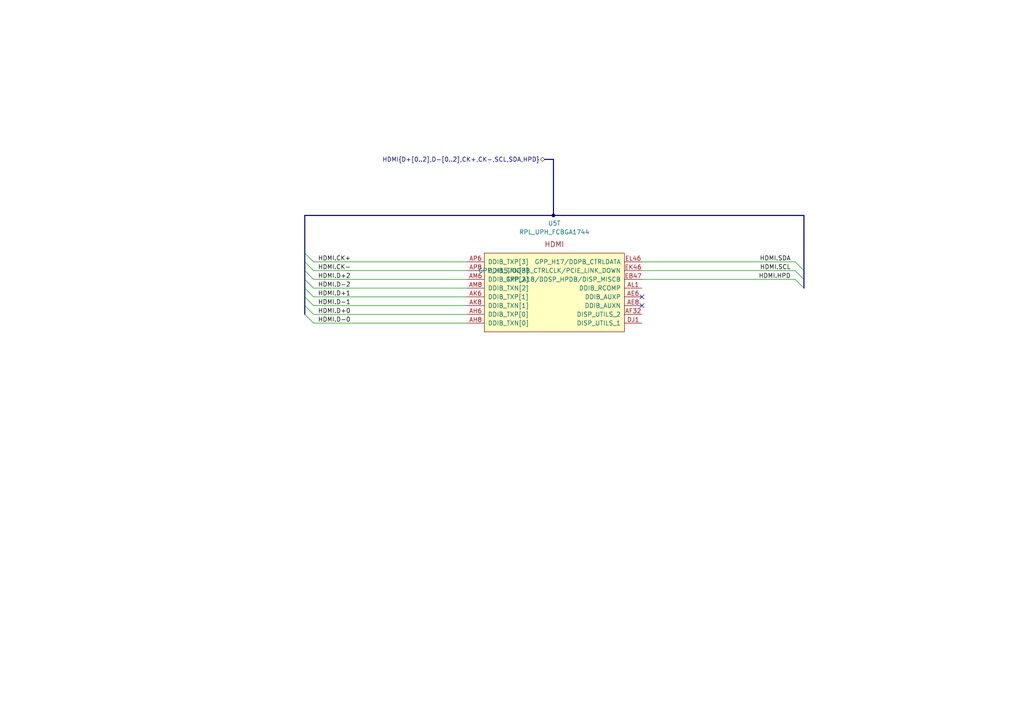
<source format=kicad_sch>
(kicad_sch (version 20230121) (generator eeschema)
  (paper "A4")
  (lib_symbols
    (symbol "local:RPL_UPH_FCBGA1744" (pin_names (offset 1.016))
      (property "Reference" "U" (at 1.27 19.05 0))
      (property "Value" "RPL_UPH_FCBGA1744" (at 1.27 16.51 0))
      (symbol "RPL_UPH_FCBGA1744_1_1"
        (text "CAMERA" (at 0 2.54 0) (effects (font (size 1.524 1.524))))
        (pin input line (at 25.4 -20.32 180) (length 5.08) (name "CSI_A_DN[1]/CSI_B_DN[2]") (number "A36"))
        (pin input line (at 25.4 -10.16 180) (length 5.08) (name "CSI_B_DN[0]") (number "A38"))
        (pin unspecified line (at -25.4 -2.54 0) (length 5.08) (name "CSI_RCOMP") (number "A55"))
        (pin input line (at 25.4 -5.08 180) (length 5.08) (name "CSI_B_DN[1]") (number "AA41"))
        (pin input line (at -25.4 -10.16 0) (length 5.08) (name "CSI_D_DN[1]/CSI_C_DN[2]") (number "AB41"))
        (pin input line (at -25.4 -7.62 0) (length 5.08) (name "CSI_D_DP[1]/CSI_C_DP[2]") (number "AD41"))
        (pin input line (at -25.4 -15.24 0) (length 5.08) (name "CSI_D_DN[0]/CSI_C_DN[3]") (number "AF41"))
        (pin input line (at -25.4 -12.7 0) (length 5.08) (name "CSI_D_DP[0]/CSI_C_DP[3]") (number "AG41"))
        (pin unspecified line (at -25.4 -5.08 0) (length 5.08) (name "CSI_RCOMP") (number "B54"))
        (pin input line (at 25.4 -17.78 180) (length 5.08) (name "CSI_A_DP[1]/CSI_B_DP[2]") (number "C36"))
        (pin input line (at 25.4 -7.62 180) (length 5.08) (name "CSI_B_DP[0]") (number "C38"))
        (pin input line (at 25.4 -25.4 180) (length 5.08) (name "CSI_A_DN[0]/CSI_B_DN[3]") (number "E37"))
        (pin input line (at 25.4 -27.94 180) (length 5.08) (name "CSI_A_CLK_P") (number "F36"))
        (pin input line (at 25.4 -15.24 180) (length 5.08) (name "CSI_B_CLK_N") (number "F39"))
        (pin input line (at 25.4 -30.48 180) (length 5.08) (name "CSI_A_CLK_N") (number "G36"))
        (pin input line (at 25.4 -22.86 180) (length 5.08) (name "CSI_A_DP[0]/CSI_B_DP[3]") (number "G37"))
        (pin input line (at 25.4 -12.7 180) (length 5.08) (name "CSI_B_CLK_P") (number "G39"))
        (pin input line (at -25.4 -17.78 0) (length 5.08) (name "CSI_D_CLK_P") (number "J41"))
        (pin input line (at -25.4 -33.02 0) (length 5.08) (name "CSI_C_CLK_P") (number "J44"))
        (pin input line (at -25.4 -35.56 0) (length 5.08) (name "CSI_C_CLK_N") (number "K44"))
        (pin input line (at -25.4 -20.32 0) (length 5.08) (name "CSI_D_CLK_N") (number "L41"))
        (pin input line (at -25.4 -25.4 0) (length 5.08) (name "CSI_C_DN[1]") (number "M44"))
        (pin input line (at -25.4 -30.48 0) (length 5.08) (name "CSI_C_DN[0]") (number "P41"))
        (pin input line (at -25.4 -22.86 0) (length 5.08) (name "CSI_C_DP[1]") (number "P44"))
        (pin input line (at -25.4 -27.94 0) (length 5.08) (name "CSI_C_DP[0]") (number "T41"))
        (pin input line (at 25.4 -2.54 180) (length 5.08) (name "CSI_B_DP[1]") (number "W41"))
      )
      (symbol "RPL_UPH_FCBGA1744_2_1"
        (text "CFG" (at 0 2.54 0) (effects (font (size 1.524 1.524))))
        (pin bidirectional line (at 25.4 -17.78 180) (length 5.08) (name "CFG[2]") (number "AA12"))
        (pin bidirectional line (at 25.4 -22.86 180) (length 5.08) (name "CFG[0]") (number "AA16"))
        (pin bidirectional line (at 25.4 -15.24 180) (length 5.08) (name "CFG[3]") (number "AC12"))
        (pin bidirectional line (at 25.4 -12.7 180) (length 5.08) (name "CFG[4]") (number "AD11"))
        (pin bidirectional line (at 25.4 -20.32 180) (length 5.08) (name "CFG[1]") (number "AD16"))
        (pin bidirectional line (at -25.4 -5.08 0) (length 5.08) (name "CFG[16]") (number "AF17"))
        (pin bidirectional line (at -25.4 -20.32 0) (length 5.08) (name "CFG[10]") (number "AF20"))
        (pin bidirectional line (at -25.4 -2.54 0) (length 5.08) (name "CFG[17]") (number "AF22"))
        (pin bidirectional line (at -25.4 -12.7 0) (length 5.08) (name "CFG[13]") (number "AF35"))
        (pin bidirectional line (at -25.4 -7.62 0) (length 5.08) (name "CFG[15]") (number "AF37"))
        (pin bidirectional line (at 25.4 -10.16 180) (length 5.08) (name "CFG[5]") (number "AG15"))
        (pin bidirectional line (at 25.4 -7.62 180) (length 5.08) (name "CFG[6]") (number "AH17"))
        (pin bidirectional line (at -25.4 -22.86 0) (length 5.08) (name "CFG[9]") (number "AH22"))
        (pin bidirectional line (at -25.4 -17.78 0) (length 5.08) (name "CFG[11]") (number "AH25"))
        (pin bidirectional line (at -25.4 -10.16 0) (length 5.08) (name "CFG[14]") (number "AH35"))
        (pin bidirectional line (at -25.4 -15.24 0) (length 5.08) (name "CFG[12]") (number "AH37"))
        (pin bidirectional line (at 25.4 -5.08 180) (length 5.08) (name "CFG[7]") (number "AJ15"))
        (pin bidirectional line (at 25.4 -2.54 180) (length 5.08) (name "CFG[8]") (number "AK17"))
        (pin unspecified line (at 25.4 -25.4 180) (length 5.08) (name "CFG_RCOMP") (number "F8"))
      )
      (symbol "RPL_UPH_FCBGA1744_3_1"
        (text "CNVI" (at 0 2.54 0) (effects (font (size 1.524 1.524))))
        (pin output line (at 25.4 -10.16 180) (length 5.08) (name "GPP_F5/MODEM_CLKREQ/CRF_XTAL_CLKREQ") (number "EF36"))
        (pin output line (at 25.4 -22.86 180) (length 5.08) (name "GPP_F0/CNV_BRI_DT/UART2_RTS#") (number "EH33"))
        (pin input line (at 25.4 -7.62 180) (length 5.08) (name "GPP_F6/CNV_PA_BLANKING") (number "EH36"))
        (pin input line (at 25.4 -20.32 180) (length 5.08) (name "GPP_F1/CNV_BRI_RSP/UART2_RXD") (number "EK33"))
        (pin input line (at 25.4 -5.08 180) (length 5.08) (name "GPP_H8/I2C4_SDA/CNV_MFUART2_RXD") (number "EL43"))
        (pin output line (at 25.4 -17.78 180) (length 5.08) (name "GPP_F2/CNV_RGI_DT/UART2_TXD") (number "EN31"))
        (pin input line (at 25.4 -2.54 180) (length 5.08) (name "GPP_H9/I2C4_SCL/CNV_MFUART2_TXD") (number "EN43"))
        (pin input line (at 25.4 -15.24 180) (length 5.08) (name "GPP_F3/CNV_RGI_RSP/UART2_CTS#") (number "ER31"))
        (pin output line (at 25.4 -12.7 180) (length 5.08) (name "GPP_F4/CNV_RF_RESET#") (number "ET31"))
        (pin input line (at -25.4 -20.32 0) (length 5.08) (name "CNV_WR_D1P") (number "EV40"))
        (pin output line (at -25.4 -7.62 0) (length 5.08) (name "CNV_WT_D0P") (number "EV43"))
        (pin output line (at -25.4 -12.7 0) (length 5.08) (name "CNV_WT_CLKP") (number "EV47"))
        (pin input line (at -25.4 -25.4 0) (length 5.08) (name "CNV_WR_D0P") (number "EW42"))
        (pin input line (at -25.4 -22.86 0) (length 5.08) (name "CNV_WR_D1N") (number "EY40"))
        (pin input line (at -25.4 -27.94 0) (length 5.08) (name "CNV_WR_D0N") (number "EY42"))
        (pin output line (at -25.4 -10.16 0) (length 5.08) (name "CNV_WT_D0N") (number "EY43"))
        (pin output line (at -25.4 -15.24 0) (length 5.08) (name "CNV_WT_CLKN") (number "EY47"))
        (pin input line (at -25.4 -30.48 0) (length 5.08) (name "CNV_WR_CLKP") (number "FA43"))
        (pin output line (at -25.4 -5.08 0) (length 5.08) (name "CNV_WT_D1N") (number "FA46"))
        (pin unspecified line (at -25.4 -17.78 0) (length 5.08) (name "CNV_WT_RCOMP") (number "FC40"))
        (pin input line (at -25.4 -33.02 0) (length 5.08) (name "CNV_WR_CLKN") (number "FC43"))
        (pin output line (at -25.4 -2.54 0) (length 5.08) (name "CNV_WT_D1P") (number "FC46"))
      )
      (symbol "RPL_UPH_FCBGA1744_4_1"
        (text "DDR_A" (at 0 2.54 0) (effects (font (size 1.524 1.524))))
        (pin bidirectional line (at -25.4 -5.08 0) (length 5.08) (name "DDR1_DQ[3][6]") (number "BJ47"))
        (pin bidirectional line (at -25.4 -2.54 0) (length 5.08) (name "DDR1_DQ[3][7]") (number "BJ50"))
        (pin bidirectional line (at -25.4 -10.16 0) (length 5.08) (name "DDR1_DQ[3][4]") (number "BK53"))
        (pin bidirectional line (at -25.4 -86.36 0) (length 5.08) (name "DDR1_DQ[1][6]") (number "BK57"))
        (pin bidirectional line (at -25.4 -91.44 0) (length 5.08) (name "DDR1_DQ[1][4]") (number "BK60"))
        (pin bidirectional line (at -25.4 -7.62 0) (length 5.08) (name "DDR1_DQ[3][5]") (number "BL48"))
        (pin bidirectional line (at 25.4 -22.86 180) (length 5.08) (name "DDR1_DQSN[3]") (number "BL51"))
        (pin bidirectional line (at -25.4 -88.9 0) (length 5.08) (name "DDR1_DQ[1][5]") (number "BL56"))
        (pin bidirectional line (at -25.4 -83.82 0) (length 5.08) (name "DDR1_DQ[1][7]") (number "BL58"))
        (pin bidirectional line (at 25.4 -12.7 180) (length 5.08) (name "DDR1_DQSP[1]") (number "BL61"))
        (pin bidirectional line (at -25.4 -15.24 0) (length 5.08) (name "DDR1_DQ[3][2]") (number "BN48"))
        (pin bidirectional line (at 25.4 -2.54 180) (length 5.08) (name "DDR1_DQSP[3]") (number "BN51"))
        (pin bidirectional line (at -25.4 -96.52 0) (length 5.08) (name "DDR1_DQ[1][2]") (number "BN56"))
        (pin bidirectional line (at -25.4 -101.6 0) (length 5.08) (name "DDR1_DQ[1][0]") (number "BN58"))
        (pin bidirectional line (at 25.4 -33.02 180) (length 5.08) (name "DDR1_DQSN[1]") (number "BN61"))
        (pin bidirectional line (at -25.4 -17.78 0) (length 5.08) (name "DDR1_DQ[3][1]") (number "BP47"))
        (pin bidirectional line (at -25.4 -20.32 0) (length 5.08) (name "DDR1_DQ[3][0]") (number "BP50"))
        (pin bidirectional line (at -25.4 -12.7 0) (length 5.08) (name "DDR1_DQ[3][3]") (number "BP53"))
        (pin bidirectional line (at -25.4 -99.06 0) (length 5.08) (name "DDR1_DQ[1][1]") (number "BP57"))
        (pin bidirectional line (at -25.4 -93.98 0) (length 5.08) (name "DDR1_DQ[1][3]") (number "BP60"))
        (pin bidirectional line (at -25.4 -25.4 0) (length 5.08) (name "DDR1_DQ[2][6]") (number "BT47"))
        (pin bidirectional line (at -25.4 -22.86 0) (length 5.08) (name "DDR1_DQ[2][7]") (number "BT50"))
        (pin bidirectional line (at -25.4 -30.48 0) (length 5.08) (name "DDR1_DQ[2][4]") (number "BT53"))
        (pin bidirectional line (at -25.4 -106.68 0) (length 5.08) (name "DDR1_DQ[0][6]") (number "BT57"))
        (pin bidirectional line (at -25.4 -111.76 0) (length 5.08) (name "DDR1_DQ[0][4]") (number "BT60"))
        (pin bidirectional line (at -25.4 -27.94 0) (length 5.08) (name "DDR1_DQ[2][5]") (number "BU48"))
        (pin bidirectional line (at 25.4 -25.4 180) (length 5.08) (name "DDR1_DQSN[2]") (number "BU51"))
        (pin bidirectional line (at -25.4 -109.22 0) (length 5.08) (name "DDR1_DQ[0][5]") (number "BU56"))
        (pin bidirectional line (at -25.4 -104.14 0) (length 5.08) (name "DDR1_DQ[0][7]") (number "BU58"))
        (pin bidirectional line (at 25.4 -15.24 180) (length 5.08) (name "DDR1_DQSP[0]") (number "BU61"))
        (pin bidirectional line (at -25.4 -35.56 0) (length 5.08) (name "DDR1_DQ[2][2]") (number "BW48"))
        (pin bidirectional line (at 25.4 -5.08 180) (length 5.08) (name "DDR1_DQSP[2]") (number "BW51"))
        (pin bidirectional line (at -25.4 -116.84 0) (length 5.08) (name "DDR1_DQ[0][2]") (number "BW56"))
        (pin bidirectional line (at -25.4 -121.92 0) (length 5.08) (name "DDR1_DQ[0][0]") (number "BW58"))
        (pin bidirectional line (at 25.4 -35.56 180) (length 5.08) (name "DDR1_DQSN[0]") (number "BW61"))
        (pin bidirectional line (at -25.4 -40.64 0) (length 5.08) (name "DDR1_DQ[2][0]") (number "BY50"))
        (pin bidirectional line (at -25.4 -33.02 0) (length 5.08) (name "DDR1_DQ[2][3]") (number "BY53"))
        (pin bidirectional line (at -25.4 -119.38 0) (length 5.08) (name "DDR1_DQ[0][1]") (number "BY57"))
        (pin bidirectional line (at -25.4 -114.3 0) (length 5.08) (name "DDR1_DQ[0][3]") (number "BY60"))
        (pin bidirectional line (at -25.4 -38.1 0) (length 5.08) (name "DDR1_DQ[2][1]") (number "CA47"))
        (pin output line (at 25.4 -45.72 180) (length 5.08) (name "DDR1_CS[0]") (number "CC47"))
        (pin output line (at 25.4 -88.9 180) (length 5.08) (name "DDR1_CA[1]") (number "CC50"))
        (pin output line (at 25.4 -43.18 180) (length 5.08) (name "DDR1_CS[1]") (number "CC53"))
        (pin output line (at 25.4 -124.46 180) (length 5.08) (name "DDR1_CLK_N[1]") (number "CD48"))
        (pin output line (at 25.4 -119.38 180) (length 5.08) (name "DDR1_CLK_P[1]") (number "CD49"))
        (pin output line (at 25.4 -48.26 180) (length 5.08) (name "DDR1_CA[0]") (number "CE53"))
        (pin output line (at 25.4 -129.54 180) (length 5.08) (name "DDR1_CA[4]") (number "CE60"))
        (pin output line (at 25.4 -53.34 180) (length 5.08) (name "DDR1_CA[2]") (number "CF56"))
        (pin output line (at 25.4 -58.42 180) (length 5.08) (name "DDR1_CLK_N[0]") (number "CF61"))
        (pin output line (at 25.4 -50.8 180) (length 5.08) (name "DDR1_CA[6]") (number "CH46"))
        (pin output line (at 25.4 -71.12 180) (length 5.08) (name "DDR1_CA[3]") (number "CH48"))
        (pin output line (at 25.4 -101.6 180) (length 5.08) (name "DDR1_CA[12]") (number "CH56"))
        (pin output line (at 25.4 -78.74 180) (length 5.08) (name "DDR1_CA[7]") (number "CH58"))
        (pin output line (at 25.4 -55.88 180) (length 5.08) (name "DDR1_CLK_P[0]") (number "CH61"))
        (pin output line (at 25.4 -111.76 180) (length 5.08) (name "DDR1_CA[5]") (number "CJ50"))
        (pin output line (at 25.4 -134.62 180) (length 5.08) (name "DDR1_CA[10]") (number "CJ53"))
        (pin output line (at 25.4 -137.16 180) (length 5.08) (name "DDR1_CA[9]") (number "CJ57"))
        (pin output line (at 25.4 -104.14 180) (length 5.08) (name "DDR1_CA[11]") (number "CJ60"))
        (pin output line (at 25.4 -106.68 180) (length 5.08) (name "DDR1_CA[8]") (number "CK47"))
        (pin output line (at 25.4 -132.08 180) (length 5.08) (name "DDR0_CA[10]") (number "CM47"))
        (pin output line (at 25.4 -76.2 180) (length 5.08) (name "DDR0_CA[6]") (number "CM50"))
        (pin output line (at 25.4 -91.44 180) (length 5.08) (name "DDR0_CA[8]") (number "CM53"))
        (pin output line (at 25.4 -63.5 180) (length 5.08) (name "DDR0_CLK_N[1]") (number "CN48"))
        (pin output line (at 25.4 -60.96 180) (length 5.08) (name "DDR0_CLK_P[1]") (number "CN49"))
        (pin output line (at 25.4 -96.52 180) (length 5.08) (name "DDR0_CA[11]") (number "CP53"))
        (pin output line (at 25.4 -81.28 180) (length 5.08) (name "DDR0_CA[9]") (number "CP60"))
        (pin output line (at 25.4 -83.82 180) (length 5.08) (name "DDR0_CA[12]") (number "CR56"))
        (pin output line (at 25.4 -127 180) (length 5.08) (name "DDR0_CLK_N[0]") (number "CR61"))
        (pin output line (at 25.4 -93.98 180) (length 5.08) (name "DDR0_CA[7]") (number "CT46"))
        (pin output line (at 25.4 -99.06 180) (length 5.08) (name "DDR0_CA[5]") (number "CU48"))
        (pin output line (at 25.4 -68.58 180) (length 5.08) (name "DDR0_CA[1]") (number "CU56"))
        (pin output line (at 25.4 -66.04 180) (length 5.08) (name "DDR0_CA[0]") (number "CU58"))
        (pin output line (at 25.4 -121.92 180) (length 5.08) (name "DDR0_CLK_P[0]") (number "CU61"))
        (pin output line (at 25.4 -116.84 180) (length 5.08) (name "DDR0_CA[4]") (number "CV50"))
        (pin output line (at 25.4 -73.66 180) (length 5.08) (name "DDR0_CA[3]") (number "CV53"))
        (pin output line (at 25.4 -109.22 180) (length 5.08) (name "DDR0_CS[0]") (number "CV57"))
        (pin output line (at 25.4 -86.36 180) (length 5.08) (name "DDR0_CS[1]") (number "CV60"))
        (pin output line (at 25.4 -114.3 180) (length 5.08) (name "DDR0_CA[2]") (number "CW47"))
        (pin bidirectional line (at -25.4 -45.72 0) (length 5.08) (name "DDR0_DQ[3][6]") (number "CY47"))
        (pin bidirectional line (at -25.4 -43.18 0) (length 5.08) (name "DDR0_DQ[3][7]") (number "CY50"))
        (pin bidirectional line (at -25.4 -127 0) (length 5.08) (name "DDR0_DQ[1][6]") (number "CY57"))
        (pin bidirectional line (at -25.4 -132.08 0) (length 5.08) (name "DDR0_DQ[1][4]") (number "CY60"))
        (pin bidirectional line (at -25.4 -50.8 0) (length 5.08) (name "DDR0_DQ[3][4]") (number "DA53"))
        (pin bidirectional line (at -25.4 -124.46 0) (length 5.08) (name "DDR0_DQ[1][7]") (number "DA58"))
        (pin bidirectional line (at -25.4 -48.26 0) (length 5.08) (name "DDR0_DQ[3][5]") (number "DB48"))
        (pin bidirectional line (at 25.4 -27.94 180) (length 5.08) (name "DDR0_DQSN[3]") (number "DB51"))
        (pin bidirectional line (at -25.4 -129.54 0) (length 5.08) (name "DDR0_DQ[1][5]") (number "DB56"))
        (pin bidirectional line (at 25.4 -17.78 180) (length 5.08) (name "DDR0_DQSP[1]") (number "DB61"))
        (pin bidirectional line (at -25.4 -55.88 0) (length 5.08) (name "DDR0_DQ[3][2]") (number "DC48"))
        (pin bidirectional line (at 25.4 -7.62 180) (length 5.08) (name "DDR0_DQSP[3]") (number "DC51"))
        (pin bidirectional line (at 25.4 -38.1 180) (length 5.08) (name "DDR0_DQSN[1]") (number "DC61"))
        (pin bidirectional line (at -25.4 -137.16 0) (length 5.08) (name "DDR0_DQ[1][2]") (number "DD56"))
        (pin bidirectional line (at -25.4 -142.24 0) (length 5.08) (name "DDR0_DQ[1][0]") (number "DD58"))
        (pin bidirectional line (at -25.4 -58.42 0) (length 5.08) (name "DDR0_DQ[3][1]") (number "DE47"))
        (pin bidirectional line (at -25.4 -60.96 0) (length 5.08) (name "DDR0_DQ[3][0]") (number "DE50"))
        (pin bidirectional line (at -25.4 -53.34 0) (length 5.08) (name "DDR0_DQ[3][3]") (number "DE53"))
        (pin bidirectional line (at -25.4 -139.7 0) (length 5.08) (name "DDR0_DQ[1][1]") (number "DE57"))
        (pin bidirectional line (at -25.4 -134.62 0) (length 5.08) (name "DDR0_DQ[1][3]") (number "DE60"))
        (pin bidirectional line (at -25.4 -66.04 0) (length 5.08) (name "DDR0_DQ[2][6]") (number "DG47"))
        (pin bidirectional line (at -25.4 -63.5 0) (length 5.08) (name "DDR0_DQ[2][7]") (number "DG50"))
        (pin bidirectional line (at -25.4 -71.12 0) (length 5.08) (name "DDR0_DQ[2][4]") (number "DG53"))
        (pin bidirectional line (at -25.4 -147.32 0) (length 5.08) (name "DDR0_DQ[0][6]") (number "DG57"))
        (pin bidirectional line (at -25.4 -152.4 0) (length 5.08) (name "DDR0_DQ[0][4]") (number "DG60"))
        (pin bidirectional line (at -25.4 -68.58 0) (length 5.08) (name "DDR0_DQ[2][5]") (number "DH48"))
        (pin bidirectional line (at 25.4 -30.48 180) (length 5.08) (name "DDR0_DQSN[2]") (number "DH51"))
        (pin bidirectional line (at -25.4 -149.86 0) (length 5.08) (name "DDR0_DQ[0][5]") (number "DH56"))
        (pin bidirectional line (at -25.4 -144.78 0) (length 5.08) (name "DDR0_DQ[0][7]") (number "DH58"))
        (pin bidirectional line (at 25.4 -20.32 180) (length 5.08) (name "DDR0_DQSP[0]") (number "DH61"))
        (pin bidirectional line (at -25.4 -76.2 0) (length 5.08) (name "DDR0_DQ[2][2]") (number "DK48"))
        (pin bidirectional line (at 25.4 -10.16 180) (length 5.08) (name "DDR0_DQSP[2]") (number "DK51"))
        (pin bidirectional line (at -25.4 -157.48 0) (length 5.08) (name "DDR0_DQ[0][2]") (number "DK56"))
        (pin bidirectional line (at -25.4 -162.56 0) (length 5.08) (name "DDR0_DQ[0][0]") (number "DK58"))
        (pin bidirectional line (at 25.4 -40.64 180) (length 5.08) (name "DDR0_DQSN[0]") (number "DK61"))
        (pin bidirectional line (at -25.4 -81.28 0) (length 5.08) (name "DDR0_DQ[2][0]") (number "DL50"))
        (pin bidirectional line (at -25.4 -73.66 0) (length 5.08) (name "DDR0_DQ[2][3]") (number "DL53"))
        (pin bidirectional line (at -25.4 -160.02 0) (length 5.08) (name "DDR0_DQ[0][1]") (number "DL57"))
        (pin bidirectional line (at -25.4 -154.94 0) (length 5.08) (name "DDR0_DQ[0][3]") (number "DL60"))
        (pin bidirectional line (at -25.4 -78.74 0) (length 5.08) (name "DDR0_DQ[2][1]") (number "DM47"))
      )
      (symbol "RPL_UPH_FCBGA1744_5_1"
        (text "DDR_B" (at 0 2.54 0) (effects (font (size 1.524 1.524))))
        (pin bidirectional line (at 25.4 -12.7 180) (length 5.08) (name "DDR3_DQSP[1]") (number "A43"))
        (pin bidirectional line (at 25.4 -33.02 180) (length 5.08) (name "DDR3_DQSN[1]") (number "A44"))
        (pin bidirectional line (at 25.4 -15.24 180) (length 5.08) (name "DDR3_DQSP[0]") (number "A49"))
        (pin bidirectional line (at 25.4 -35.56 180) (length 5.08) (name "DDR3_DQSN[0]") (number "A51"))
        (pin output line (at 25.4 -50.8 180) (length 5.08) (name "DDR3_CA[6]") (number "AA46"))
        (pin output line (at 25.4 -71.12 180) (length 5.08) (name "DDR3_CA[3]") (number "AA48"))
        (pin output line (at 25.4 -104.14 180) (length 5.08) (name "DDR3_CA[12]") (number "AB56"))
        (pin output line (at 25.4 -101.6 180) (length 5.08) (name "DDR3_CA[7]") (number "AB58"))
        (pin output line (at 25.4 -55.88 180) (length 5.08) (name "DDR3_CLK_P[0]") (number "AB61"))
        (pin output line (at 25.4 -106.68 180) (length 5.08) (name "DDR3_CA[8]") (number "AC47"))
        (pin output line (at 25.4 -111.76 180) (length 5.08) (name "DDR3_CA[5]") (number "AC50"))
        (pin output line (at 25.4 -134.62 180) (length 5.08) (name "DDR3_CA[10]") (number "AC53"))
        (pin output line (at 25.4 -137.16 180) (length 5.08) (name "DDR3_CA[9]") (number "AC57"))
        (pin output line (at 25.4 -78.74 180) (length 5.08) (name "DDR3_CA[11]") (number "AC60"))
        (pin output line (at 25.4 -132.08 180) (length 5.08) (name "DDR2_CA[10]") (number "AE47"))
        (pin output line (at 25.4 -76.2 180) (length 5.08) (name "DDR2_CA[6]") (number "AE50"))
        (pin output line (at 25.4 -91.44 180) (length 5.08) (name "DDR2_CA[8]") (number "AE53"))
        (pin output line (at 25.4 -63.5 180) (length 5.08) (name "DDR2_CLK_N[1]") (number "AG48"))
        (pin output line (at 25.4 -60.96 180) (length 5.08) (name "DDR2_CLK_P[1]") (number "AG49"))
        (pin output line (at 25.4 -96.52 180) (length 5.08) (name "DDR2_CA[11]") (number "AH53"))
        (pin output line (at 25.4 -81.28 180) (length 5.08) (name "DDR2_CA[9]") (number "AH60"))
        (pin output line (at 25.4 -83.82 180) (length 5.08) (name "DDR2_CA[12]") (number "AJ56"))
        (pin output line (at 25.4 -127 180) (length 5.08) (name "DDR2_CLK_N[0]") (number "AJ61"))
        (pin output line (at 25.4 -93.98 180) (length 5.08) (name "DDR2_CA[7]") (number "AK46"))
        (pin output line (at 25.4 -99.06 180) (length 5.08) (name "DDR2_CA[5]") (number "AK48"))
        (pin output line (at 25.4 -66.04 180) (length 5.08) (name "DDR2_CA[1]") (number "AL56"))
        (pin output line (at 25.4 -68.58 180) (length 5.08) (name "DDR2_CA[0]") (number "AL58"))
        (pin output line (at 25.4 -121.92 180) (length 5.08) (name "DDR2_CLK_P[0]") (number "AL61"))
        (pin output line (at 25.4 -114.3 180) (length 5.08) (name "DDR2_CA[2]") (number "AM47"))
        (pin output line (at 25.4 -116.84 180) (length 5.08) (name "DDR2_CA[4]") (number "AM50"))
        (pin output line (at 25.4 -73.66 180) (length 5.08) (name "DDR2_CA[3]") (number "AM53"))
        (pin output line (at 25.4 -86.36 180) (length 5.08) (name "DDR2_CS[1]") (number "AM57"))
        (pin output line (at 25.4 -109.22 180) (length 5.08) (name "DDR2_CS[0]") (number "AM60"))
        (pin bidirectional line (at -25.4 -45.72 0) (length 5.08) (name "DDR2_DQ[3][6]") (number "AP47"))
        (pin bidirectional line (at -25.4 -43.18 0) (length 5.08) (name "DDR2_DQ[3][7]") (number "AP50"))
        (pin bidirectional line (at -25.4 -50.8 0) (length 5.08) (name "DDR2_DQ[3][4]") (number "AP53"))
        (pin bidirectional line (at -25.4 -127 0) (length 5.08) (name "DDR2_DQ[1][6]") (number "AP57"))
        (pin bidirectional line (at -25.4 -132.08 0) (length 5.08) (name "DDR2_DQ[1][4]") (number "AP60"))
        (pin bidirectional line (at -25.4 -48.26 0) (length 5.08) (name "DDR2_DQ[3][5]") (number "AR48"))
        (pin bidirectional line (at 25.4 -27.94 180) (length 5.08) (name "DDR2_DQSN[3]") (number "AR51"))
        (pin bidirectional line (at -25.4 -129.54 0) (length 5.08) (name "DDR2_DQ[1][5]") (number "AR56"))
        (pin bidirectional line (at -25.4 -124.46 0) (length 5.08) (name "DDR2_DQ[1][7]") (number "AR58"))
        (pin bidirectional line (at 25.4 -17.78 180) (length 5.08) (name "DDR2_DQSP[1]") (number "AR61"))
        (pin bidirectional line (at -25.4 -55.88 0) (length 5.08) (name "DDR2_DQ[3][2]") (number "AU48"))
        (pin bidirectional line (at 25.4 -7.62 180) (length 5.08) (name "DDR2_DQSP[3]") (number "AU51"))
        (pin bidirectional line (at -25.4 -137.16 0) (length 5.08) (name "DDR2_DQ[1][2]") (number "AU56"))
        (pin bidirectional line (at -25.4 -142.24 0) (length 5.08) (name "DDR2_DQ[1][0]") (number "AU58"))
        (pin bidirectional line (at 25.4 -38.1 180) (length 5.08) (name "DDR2_DQSN[1]") (number "AU61"))
        (pin bidirectional line (at -25.4 -60.96 0) (length 5.08) (name "DDR2_DQ[3][0]") (number "AV50"))
        (pin bidirectional line (at -25.4 -53.34 0) (length 5.08) (name "DDR2_DQ[3][3]") (number "AV53"))
        (pin bidirectional line (at -25.4 -139.7 0) (length 5.08) (name "DDR2_DQ[1][1]") (number "AV57"))
        (pin bidirectional line (at -25.4 -134.62 0) (length 5.08) (name "DDR2_DQ[1][3]") (number "AV60"))
        (pin bidirectional line (at -25.4 -58.42 0) (length 5.08) (name "DDR2_DQ[3][1]") (number "AW47"))
        (pin bidirectional line (at -25.4 -66.04 0) (length 5.08) (name "DDR2_DQ[2][6]") (number "AY47"))
        (pin bidirectional line (at -25.4 -91.44 0) (length 5.08) (name "DDR3_DQ[1][4]") (number "B41"))
        (pin bidirectional line (at -25.4 -93.98 0) (length 5.08) (name "DDR3_DQ[1][3]") (number "B46"))
        (pin bidirectional line (at -25.4 -111.76 0) (length 5.08) (name "DDR3_DQ[0][4]") (number "B48"))
        (pin bidirectional line (at -25.4 -114.3 0) (length 5.08) (name "DDR3_DQ[0][3]") (number "B52"))
        (pin bidirectional line (at -25.4 -63.5 0) (length 5.08) (name "DDR2_DQ[2][7]") (number "BA50"))
        (pin bidirectional line (at -25.4 -71.12 0) (length 5.08) (name "DDR2_DQ[2][4]") (number "BA53"))
        (pin bidirectional line (at -25.4 -147.32 0) (length 5.08) (name "DDR2_DQ[0][6]") (number "BA57"))
        (pin bidirectional line (at -25.4 -152.4 0) (length 5.08) (name "DDR2_DQ[0][4]") (number "BA60"))
        (pin bidirectional line (at -25.4 -68.58 0) (length 5.08) (name "DDR2_DQ[2][5]") (number "BB48"))
        (pin bidirectional line (at 25.4 -30.48 180) (length 5.08) (name "DDR2_DQSN[2]") (number "BB51"))
        (pin bidirectional line (at -25.4 -149.86 0) (length 5.08) (name "DDR2_DQ[0][5]") (number "BB56"))
        (pin bidirectional line (at -25.4 -144.78 0) (length 5.08) (name "DDR2_DQ[0][7]") (number "BB58"))
        (pin bidirectional line (at 25.4 -20.32 180) (length 5.08) (name "DDR2_DQSP[0]") (number "BB61"))
        (pin bidirectional line (at -25.4 -76.2 0) (length 5.08) (name "DDR2_DQ[2][2]") (number "BD48"))
        (pin bidirectional line (at 25.4 -10.16 180) (length 5.08) (name "DDR2_DQSP[2]") (number "BD51"))
        (pin bidirectional line (at -25.4 -157.48 0) (length 5.08) (name "DDR2_DQ[0][2]") (number "BD56"))
        (pin bidirectional line (at -25.4 -162.56 0) (length 5.08) (name "DDR2_DQ[0][0]") (number "BD58"))
        (pin bidirectional line (at 25.4 -40.64 180) (length 5.08) (name "DDR2_DQSN[0]") (number "BD61"))
        (pin bidirectional line (at -25.4 -78.74 0) (length 5.08) (name "DDR2_DQ[2][1]") (number "BE47"))
        (pin bidirectional line (at -25.4 -81.28 0) (length 5.08) (name "DDR2_DQ[2][0]") (number "BE50"))
        (pin bidirectional line (at -25.4 -73.66 0) (length 5.08) (name "DDR2_DQ[2][3]") (number "BE53"))
        (pin bidirectional line (at -25.4 -160.02 0) (length 5.08) (name "DDR2_DQ[0][1]") (number "BE57"))
        (pin bidirectional line (at -25.4 -154.94 0) (length 5.08) (name "DDR2_DQ[0][3]") (number "BE60"))
        (pin bidirectional line (at -25.4 -86.36 0) (length 5.08) (name "DDR3_DQ[1][6]") (number "C42"))
        (pin bidirectional line (at -25.4 -101.6 0) (length 5.08) (name "DDR3_DQ[1][0]") (number "C45"))
        (pin bidirectional line (at -25.4 -104.14 0) (length 5.08) (name "DDR3_DQ[0][7]") (number "C49"))
        (pin bidirectional line (at -25.4 -121.92 0) (length 5.08) (name "DDR3_DQ[0][0]") (number "C51"))
        (pin bidirectional line (at -25.4 -83.82 0) (length 5.08) (name "DDR3_DQ[1][7]") (number "E41"))
        (pin bidirectional line (at -25.4 -99.06 0) (length 5.08) (name "DDR3_DQ[1][1]") (number "E46"))
        (pin bidirectional line (at -25.4 -106.68 0) (length 5.08) (name "DDR3_DQ[0][6]") (number "E48"))
        (pin bidirectional line (at -25.4 -119.38 0) (length 5.08) (name "DDR3_DQ[0][1]") (number "E52"))
        (pin bidirectional line (at -25.4 -88.9 0) (length 5.08) (name "DDR3_DQ[1][5]") (number "F43"))
        (pin bidirectional line (at -25.4 -96.52 0) (length 5.08) (name "DDR3_DQ[1][2]") (number "F44"))
        (pin bidirectional line (at -25.4 -109.22 0) (length 5.08) (name "DDR3_DQ[0][5]") (number "F49"))
        (pin bidirectional line (at -25.4 -116.84 0) (length 5.08) (name "DDR3_DQ[0][2]") (number "F51"))
        (pin bidirectional line (at -25.4 -7.62 0) (length 5.08) (name "DDR3_DQ[3][5]") (number "F54"))
        (pin bidirectional line (at -25.4 -5.08 0) (length 5.08) (name "DDR3_DQ[3][6]") (number "F58"))
        (pin bidirectional line (at -25.4 -12.7 0) (length 5.08) (name "DDR3_DQ[3][3]") (number "H56"))
        (pin bidirectional line (at -25.4 -2.54 0) (length 5.08) (name "DDR3_DQ[3][7]") (number "K50"))
        (pin bidirectional line (at -25.4 -15.24 0) (length 5.08) (name "DDR3_DQ[3][2]") (number "K53"))
        (pin bidirectional line (at -25.4 -25.4 0) (length 5.08) (name "DDR3_DQ[2][6]") (number "K57"))
        (pin bidirectional line (at -25.4 -30.48 0) (length 5.08) (name "DDR3_DQ[2][4]") (number "K60"))
        (pin bidirectional line (at -25.4 -10.16 0) (length 5.08) (name "DDR3_DQ[3][4]") (number "L48"))
        (pin bidirectional line (at 25.4 -22.86 180) (length 5.08) (name "DDR3_DQSN[3]") (number "L51"))
        (pin bidirectional line (at -25.4 -27.94 0) (length 5.08) (name "DDR3_DQ[2][5]") (number "L56"))
        (pin bidirectional line (at -25.4 -22.86 0) (length 5.08) (name "DDR3_DQ[2][7]") (number "L58"))
        (pin bidirectional line (at 25.4 -25.4 180) (length 5.08) (name "DDR3_DQSN[2]") (number "L61"))
        (pin bidirectional line (at 25.4 -2.54 180) (length 5.08) (name "DDR3_DQSP[3]") (number "N51"))
        (pin bidirectional line (at -25.4 -35.56 0) (length 5.08) (name "DDR3_DQ[2][2]") (number "N56"))
        (pin bidirectional line (at -25.4 -40.64 0) (length 5.08) (name "DDR3_DQ[2][0]") (number "N58"))
        (pin bidirectional line (at 25.4 -5.08 180) (length 5.08) (name "DDR3_DQSP[2]") (number "N61"))
        (pin bidirectional line (at -25.4 -17.78 0) (length 5.08) (name "DDR3_DQ[3][1]") (number "P50"))
        (pin bidirectional line (at -25.4 -20.32 0) (length 5.08) (name "DDR3_DQ[3][0]") (number "P53"))
        (pin bidirectional line (at -25.4 -38.1 0) (length 5.08) (name "DDR3_DQ[2][1]") (number "P57"))
        (pin bidirectional line (at -25.4 -33.02 0) (length 5.08) (name "DDR3_DQ[2][3]") (number "P60"))
        (pin output line (at 25.4 -45.72 180) (length 5.08) (name "DDR3_CS[0]") (number "T47"))
        (pin output line (at 25.4 -88.9 180) (length 5.08) (name "DDR3_CA[1]") (number "T50"))
        (pin output line (at 25.4 -43.18 180) (length 5.08) (name "DDR3_CS[1]") (number "T53"))
        (pin output line (at 25.4 -119.38 180) (length 5.08) (name "DDR3_CLK_P[1]") (number "V48"))
        (pin output line (at 25.4 -124.46 180) (length 5.08) (name "DDR3_CLK_N[1]") (number "V49"))
        (pin output line (at 25.4 -48.26 180) (length 5.08) (name "DDR3_CA[0]") (number "W53"))
        (pin output line (at 25.4 -129.54 180) (length 5.08) (name "DDR3_CA[4]") (number "W60"))
        (pin output line (at 25.4 -53.34 180) (length 5.08) (name "DDR3_CA[2]") (number "Y56"))
        (pin output line (at 25.4 -58.42 180) (length 5.08) (name "DDR3_CLK_N[0]") (number "Y61"))
      )
      (symbol "RPL_UPH_FCBGA1744_6_1"
        (text "DDR_MISC" (at 0 2.54 0) (effects (font (size 1.524 1.524))))
        (pin unspecified line (at 25.4 -15.24 180) (length 5.08) (name "DDR_COMP") (number "A56"))
        (pin output line (at -25.4 -5.08 0) (length 5.08) (name "NC") (number "AB51"))
        (pin output line (at -25.4 -43.18 0) (length 5.08) (name "NC") (number "AE55"))
        (pin output line (at -25.4 -48.26 0) (length 5.08) (name "NC") (number "AE60"))
        (pin output line (at -25.4 -45.72 0) (length 5.08) (name "NC") (number "AF57"))
        (pin output line (at -25.4 -17.78 0) (length 5.08) (name "NC") (number "AH57"))
        (pin output line (at -25.4 -12.7 0) (length 5.08) (name "NC") (number "AJ51"))
        (pin output line (at -25.4 -20.32 0) (length 5.08) (name "NC") (number "AJ58"))
        (pin output line (at -25.4 -15.24 0) (length 5.08) (name "NC") (number "AL51"))
        (pin unspecified line (at 25.4 -17.78 180) (length 5.08) (name "DDR_COMP") (number "B56"))
        (pin input line (at 25.4 -5.08 180) (length 5.08) (name "DDR0_ALERT#") (number "BF61"))
        (pin output line (at 25.4 -12.7 180) (length 5.08) (name "DDR_VTT_CTL") (number "BG50"))
        (pin output line (at 25.4 -7.62 180) (length 5.08) (name "DDR1_VREF_CA0") (number "BG55"))
        (pin input line (at 25.4 -2.54 180) (length 5.08) (name "DDR1_ALERT#") (number "BG57"))
        (pin output line (at 25.4 -10.16 180) (length 5.08) (name "DDR0_VREF_CA0") (number "BG60"))
        (pin output line (at -25.4 -66.04 0) (length 5.08) (name "NC") (number "CB55"))
        (pin output line (at -25.4 -71.12 0) (length 5.08) (name "NC") (number "CC57"))
        (pin output line (at -25.4 -68.58 0) (length 5.08) (name "NC") (number "CC60"))
        (pin output line (at -25.4 -30.48 0) (length 5.08) (name "NC") (number "CE57"))
        (pin output line (at -25.4 -25.4 0) (length 5.08) (name "NC") (number "CF51"))
        (pin output line (at -25.4 -27.94 0) (length 5.08) (name "NC") (number "CF58"))
        (pin output line (at -25.4 -22.86 0) (length 5.08) (name "NC") (number "CH51"))
        (pin output line (at -25.4 -58.42 0) (length 5.08) (name "NC") (number "CL55"))
        (pin output line (at -25.4 -60.96 0) (length 5.08) (name "NC") (number "CM57"))
        (pin output line (at -25.4 -63.5 0) (length 5.08) (name "NC") (number "CM60"))
        (pin output line (at -25.4 -38.1 0) (length 5.08) (name "NC") (number "CP57"))
        (pin output line (at -25.4 -35.56 0) (length 5.08) (name "NC") (number "CR51"))
        (pin output line (at -25.4 -40.64 0) (length 5.08) (name "NC") (number "CR58"))
        (pin output line (at -25.4 -33.02 0) (length 5.08) (name "NC") (number "CU51"))
        (pin output line (at 25.4 -20.32 180) (length 5.08) (name "DRAM_RESET#") (number "EE53"))
        (pin output line (at -25.4 -53.34 0) (length 5.08) (name "NC") (number "T55"))
        (pin output line (at -25.4 -50.8 0) (length 5.08) (name "NC") (number "T60"))
        (pin output line (at -25.4 -55.88 0) (length 5.08) (name "NC") (number "U57"))
        (pin output line (at -25.4 -10.16 0) (length 5.08) (name "NC") (number "W57"))
        (pin output line (at -25.4 -2.54 0) (length 5.08) (name "NC") (number "Y51"))
        (pin output line (at -25.4 -7.62 0) (length 5.08) (name "NC") (number "Y58"))
      )
      (symbol "RPL_UPH_FCBGA1744_7_1"
        (text "EDP" (at 0 2.54 0) (effects (font (size 1.524 1.524))))
        (pin output line (at -25.4 -7.62 0) (length 5.08) (name "DDIA_TXP[2]") (number "AA1"))
        (pin output line (at -25.4 -5.08 0) (length 5.08) (name "DDIA_TXN[3]") (number "AA3"))
        (pin output line (at -25.4 -10.16 0) (length 5.08) (name "DDIA_TXN[2]") (number "AB1"))
        (pin output line (at -25.4 -12.7 0) (length 5.08) (name "DDIA_TXP[1]") (number "AB3"))
        (pin output line (at -25.4 -20.32 0) (length 5.08) (name "DDIA_TXN[0]") (number "AD1"))
        (pin output line (at -25.4 -15.24 0) (length 5.08) (name "DDIA_TXN[1]") (number "AD3"))
        (pin output line (at -25.4 -17.78 0) (length 5.08) (name "DDIA_TXP[0]") (number "AF1"))
        (pin bidirectional line (at 25.4 -2.54 180) (length 5.08) (name "DDIA_AUXP") (number "AF3"))
        (pin bidirectional line (at 25.4 -5.08 180) (length 5.08) (name "DDIA_AUXN") (number "AG3"))
        (pin unspecified line (at 25.4 -15.24 180) (length 5.08) (name "DDIA_RCOMP") (number "AJ1"))
        (pin output line (at 25.4 -12.7 180) (length 5.08) (name "eDP_BKLTCTL") (number "EL21"))
        (pin output line (at 25.4 -10.16 180) (length 5.08) (name "eDP_BKLTEN") (number "EN21"))
        (pin output line (at 25.4 -7.62 180) (length 5.08) (name "GPP_E14/DDSP_HPDA/DISP_MISC_A") (number "EV25"))
        (pin output line (at -25.4 -2.54 0) (length 5.08) (name "DDIA_TXP[3]") (number "W3"))
      )
      (symbol "RPL_UPH_FCBGA1744_8_1"
        (text "ESPI" (at 0 2.54 0) (effects (font (size 1.524 1.524))))
        (pin output line (at -25.4 -15.24 0) (length 5.08) (name "GPP_A4/ESPI_CS0#") (number "DP44"))
        (pin output line (at -25.4 -12.7 0) (length 5.08) (name "GPP_A5/ESPI_ALERT0#") (number "DP47"))
        (pin bidirectional line (at 25.4 -10.16 180) (length 5.08) (name "GPP_A0/ESPI_IO0") (number "DP51"))
        (pin bidirectional line (at 25.4 -2.54 180) (length 5.08) (name "GPP_A3/ESPI_IO3/SUSACK#") (number "DP52"))
        (pin output line (at -25.4 -10.16 0) (length 5.08) (name "GPP_A6/ESPI_ALERT1#") (number "DP54"))
        (pin bidirectional line (at 25.4 -7.62 180) (length 5.08) (name "GPP_A1/ESPI_IO1") (number "DT44"))
        (pin output line (at -25.4 -2.54 0) (length 5.08) (name "GPP_A23/ESPI_CS1#") (number "DT46"))
        (pin output line (at -25.4 -7.62 0) (length 5.08) (name "GPP_A9/ESPI_CLK") (number "DT49"))
        (pin output line (at -25.4 -5.08 0) (length 5.08) (name "GPP_A10/ESPI_RESET#") (number "DT51"))
        (pin bidirectional line (at 25.4 -5.08 180) (length 5.08) (name "GPP_A2/ESPI_IO2/SUSWARN#/SUSPWRDNACK") (number "DT54"))
      )
      (symbol "RPL_UPH_FCBGA1744_9_1"
        (text "GPD" (at 0 2.54 0) (effects (font (size 1.524 1.524))))
        (pin output line (at -25.4 -25.4 0) (length 5.08) (name "GPD10/SLP_S5#") (number "EG60"))
        (pin output line (at -25.4 -22.86 0) (length 5.08) (name "GPD11/LANPHYPC") (number "EJ56"))
        (pin output line (at -25.4 -2.54 0) (length 5.08) (name "GPD9/SLP_WLAN#") (number "EJ57"))
        (pin input line (at -25.4 -27.94 0) (length 5.08) (name "GPD1/ACPRESENT") (number "EJ59"))
        (pin output line (at -25.4 -5.08 0) (length 5.08) (name "GPD8/SUSCLK") (number "EJ61"))
        (pin output line (at -25.4 -7.62 0) (length 5.08) (name "GPD7") (number "EK60"))
        (pin input line (at -25.4 -30.48 0) (length 5.08) (name "GPD0/BATLOW#") (number "EM56"))
        (pin output line (at -25.4 -10.16 0) (length 5.08) (name "GPD6/SLP_A#") (number "EM57"))
        (pin output line (at -25.4 -15.24 0) (length 5.08) (name "GPD4/SLP_S3#") (number "EM59"))
        (pin input line (at -25.4 -17.78 0) (length 5.08) (name "GPD3/PWRBTN#") (number "EM61"))
        (pin output line (at -25.4 -12.7 0) (length 5.08) (name "GPD5/SLP_S4#") (number "EP56"))
        (pin input line (at -25.4 -20.32 0) (length 5.08) (name "GPD2/LAN_WAKE#") (number "EP58"))
      )
      (symbol "RPL_UPH_FCBGA1744_10_1"
        (text "GPP_A" (at 0 2.54 0) (effects (font (size 1.524 1.524))))
        (pin bidirectional line (at -25.4 -27.94 0) (length 5.08) (name "GPP_A13") (number "DV47"))
        (pin bidirectional line (at -25.4 -33.02 0) (length 5.08) (name "GPP_A11") (number "DV51"))
        (pin output line (at -25.4 -7.62 0) (length 5.08) (name "GPP_A22/DDPC_CTRLDATA") (number "DV52"))
        (pin input line (at -25.4 -10.16 0) (length 5.08) (name "GPP_A21/DDPC_CTRLCLK") (number "DV54"))
        (pin input line (at -25.4 -30.48 0) (length 5.08) (name "GPP_A12/SATAXPCIE1/SATAGP1/SRCCLKREQ9B#") (number "DY46"))
        (pin input line (at -25.4 -25.4 0) (length 5.08) (name "GPP_A14/USB_OC1#/DDSP_HPD3/DISP_MISC3") (number "DY47"))
        (pin input line (at -25.4 -22.86 0) (length 5.08) (name "GPP_A15/USB_OC2#/DDSP_HPD4/DISP_MISC4") (number "DY49"))
        (pin input line (at -25.4 -20.32 0) (length 5.08) (name "GPP_A16/USB_OC3#/ISH_GP5") (number "DY51"))
        (pin input line (at -25.4 -17.78 0) (length 5.08) (name "GPP_A17/DISP_MISCC") (number "DY54"))
        (pin input line (at -25.4 -15.24 0) (length 5.08) (name "GPP_A19/DDSP_HPD1/DISP_MISC1") (number "EB49"))
        (pin input line (at -25.4 -12.7 0) (length 5.08) (name "GPP_A20/DDSP_HPD2/DISP_MISC2") (number "EB51"))
        (pin input line (at -25.4 -5.08 0) (length 5.08) (name "GPP_A7/SRCCLK_OE7#") (number "EB52"))
        (pin input line (at -25.4 -2.54 0) (length 5.08) (name "GPP_A8/SRCCLKREQ7#") (number "EB54"))
      )
      (symbol "RPL_UPH_FCBGA1744_11_1"
        (text "GPP_B" (at 0 2.54 0) (effects (font (size 1.524 1.524))))
        (pin input line (at -25.4 -27.94 0) (length 5.08) (name "GPP_B16/I2C5_SDA/ISH_I2C2_SDA") (number "DN57"))
        (pin input line (at -25.4 -25.4 0) (length 5.08) (name "GPP_B17/I2C5_SCL/ISH_I2C2_SCL") (number "DN60"))
        (pin input line (at -25.4 -2.54 0) (length 5.08) (name "GPP_B8/ISH_I2C1_SCL/I2C3_SCL") (number "DR56"))
        (pin input line (at -25.4 -5.08 0) (length 5.08) (name "GPP_B7/ISH_I2C1_SDA/I2C3_SDA") (number "DR58"))
        (pin input line (at -25.4 -10.16 0) (length 5.08) (name "GPP_B5/ISH_I2C0_SDA/I2C2_SDA") (number "DT56"))
        (pin input line (at -25.4 -7.62 0) (length 5.08) (name "GPP_B6/ISH_I2C0_SCL/I2C2_SCL") (number "DT57"))
        (pin input line (at -25.4 -20.32 0) (length 5.08) (name "GPP_B2/VRALERT#") (number "DT59"))
        (pin input line (at -25.4 -22.86 0) (length 5.08) (name "GPP_B18") (number "DT61"))
        (pin input line (at -25.4 -33.02 0) (length 5.08) (name "GPP_B14/SPKR/TIME_SYNC1/SATA_LED#/ISH_GP6") (number "DW56"))
        (pin output line (at -25.4 -35.56 0) (length 5.08) (name "GPP_B13/PLTRST#") (number "DW57"))
        (pin output line (at -25.4 -38.1 0) (length 5.08) (name "GPP_B12/SLP_S0#") (number "DW59"))
        (pin input line (at -25.4 -30.48 0) (length 5.08) (name "GPP_B15/TIME_SYNC0/ISH_GP7") (number "DY61"))
        (pin unspecified line (at -25.4 -40.64 0) (length 5.08) (name "GPP_B11/PMCALERT#") (number "EA56"))
        (pin output line (at -25.4 -43.18 0) (length 5.08) (name "GPP_B1/CORE_VID1") (number "EA58"))
        (pin output line (at -25.4 -45.72 0) (length 5.08) (name "GPP_B0/CORE_VID0") (number "EA60"))
        (pin input line (at -25.4 -12.7 0) (length 5.08) (name "GPP_B4/PROC_GP3/ISH_GP5B") (number "EB56"))
        (pin input line (at -25.4 -15.24 0) (length 5.08) (name "GPP_B3/PROC_GP2/ISH_GP4B") (number "EB57"))
        (pin output line (at -25.4 -17.78 0) (length 5.08) (name "GPP_B23/SML1ALERT#/PCHHOT#") (number "EF41"))
      )
      (symbol "RPL_UPH_FCBGA1744_12_1"
        (text "GPP_C" (at 0 2.54 0) (effects (font (size 1.524 1.524))))
        (pin unspecified line (at -25.4 -12.7 0) (length 5.08) (name "GPP_C3/SML0CLK") (number "EE38"))
        (pin unspecified line (at -25.4 -10.16 0) (length 5.08) (name "GPP_C4/SML0DATA") (number "EF38"))
        (pin output line (at -25.4 -7.62 0) (length 5.08) (name "GPP_C5/SML0ALERT#") (number "EH38"))
        (pin unspecified line (at -25.4 -17.78 0) (length 5.08) (name "GPP_C1/SMBDATA") (number "EK38"))
        (pin unspecified line (at -25.4 -20.32 0) (length 5.08) (name "GPP_C0/SMBCLK") (number "EL38"))
        (pin unspecified line (at -25.4 -15.24 0) (length 5.08) (name "GPP_C2/SMBALERT#") (number "EN38"))
        (pin output line (at -25.4 -2.54 0) (length 5.08) (name "GPP_C7/SML1DATA") (number "ER38"))
        (pin input line (at -25.4 -5.08 0) (length 5.08) (name "GPP_C6/SML1CLK") (number "ET38"))
      )
      (symbol "RPL_UPH_FCBGA1744_13_1"
        (text "GPP_D" (at 0 2.54 0) (effects (font (size 1.524 1.524))))
        (pin input line (at -25.4 -27.94 0) (length 5.08) (name "GPP_D13/ISH_UART0_RXD/I2C6_SDA") (number "EV28"))
        (pin bidirectional line (at -25.4 -40.64 0) (length 5.08) (name "GPP_D0/ISH_GP0/BK0/SBK0") (number "EV31"))
        (pin input line (at -25.4 -17.78 0) (length 5.08) (name "GPP_D17/UART1_RXD/ISH_UART1_RXD") (number "EV34"))
        (pin input line (at -25.4 -35.56 0) (length 5.08) (name "GPP_D10/ISH_SPI_CLK/DDP3_CTRLDATA/TBT_LSX2_RXD/BSSB_LS2_TX/GSPI2_CLK") (number "EV37"))
        (pin input line (at -25.4 -15.24 0) (length 5.08) (name "GPP_D18/UART1_TXD/ISH_UART1_TXD") (number "EW30"))
        (pin input line (at -25.4 -22.86 0) (length 5.08) (name "GPP_D15/ISH_UART0_RTS#/I2C7B_SDA") (number "EW36"))
        (pin input line (at -25.4 -25.4 0) (length 5.08) (name "GPP_D14/ISH_UART0_TXD/I2C6_SCL") (number "EY28"))
        (pin output line (at -25.4 -10.16 0) (length 5.08) (name "GPP_D2/ISH_GP2/BK2/SBK2") (number "EY30"))
        (pin bidirectional line (at -25.4 -38.1 0) (length 5.08) (name "GPP_D1/ISH_GP1/BK1/SBK1") (number "EY31"))
        (pin input line (at -25.4 -12.7 0) (length 5.08) (name "GPP_D19/I2S_MCLK1_OUT") (number "EY34"))
        (pin input line (at -25.4 -20.32 0) (length 5.08) (name "GPP_D16/ISH_UART0_CTS#/I2C7B_SCL") (number "EY36"))
        (pin input line (at -25.4 -33.02 0) (length 5.08) (name "GPP_D11/ISH_SPI_MISO/DDP4_CTRLCLK/TBT_LSX3_TXD/BSSB_LS3_RX/GSPI2_MISO") (number "EY37"))
        (pin input line (at -25.4 -5.08 0) (length 5.08) (name "GPP_D4/IMGCLKOUT0/BK4/SBK4") (number "FA31"))
        (pin output line (at -25.4 -7.62 0) (length 5.08) (name "GPP_D3/ISH_GP3/BK3/SBK3") (number "FA34"))
        (pin input line (at -25.4 -30.48 0) (length 5.08) (name "GPP_D12/ISH_SPI_MOSI/DDP4_CTRLDATA/TBT_LSX3_RXD/BSSB_LS3_TX/GSPI2_MOSI") (number "FA37"))
        (pin input line (at -25.4 -2.54 0) (length 5.08) (name "GPP_D9/ISH_SPI_CS#/DDP3_CTRLCLK/TBT_LSX2_TXD/BSSB_LS2_RX/GSPI2_CS0#") (number "FC37"))
      )
      (symbol "RPL_UPH_FCBGA1744_14_1"
        (text "GPP_E" (at 0 2.54 0) (effects (font (size 1.524 1.524))))
        (pin input line (at -25.4 -55.88 0) (length 5.08) (name "GPP_E1/THC0_SPI1_IO2") (number "EE23"))
        (pin input line (at -25.4 -30.48 0) (length 5.08) (name "GPP_E2/THC0_SPI1_IO3") (number "EF23"))
        (pin input line (at -25.4 -10.16 0) (length 5.08) (name "GPP_E6/THC0_SPI1_RST#") (number "EH23"))
        (pin bidirectional line (at -25.4 -48.26 0) (length 5.08) (name "GPP_E12/THC0_SPI1_IO1/I2C0A_SDA/GSPI0_MISO") (number "EL23"))
        (pin bidirectional line (at -25.4 -27.94 0) (length 5.08) (name "GPP_E20/DDP2_CTRLCLK/TBT_LSX1_TXD/BSSB_LS1_RX") (number "EL26"))
        (pin bidirectional line (at -25.4 -45.72 0) (length 5.08) (name "GPP_E13/THC0_SPI1_IO0/I2C0A_SCL/GSPI0_MOSI") (number "EN23"))
        (pin bidirectional line (at -25.4 -25.4 0) (length 5.08) (name "GPP_E21/DDP2_CTRLDATA/TBT_LSX1_RXD/BSSB_LS1_TX") (number "EN26"))
        (pin bidirectional line (at -25.4 -22.86 0) (length 5.08) (name "GPP_E22/DDPA_CTRLCLK/DNX_FORCE_RELOAD") (number "ER23"))
        (pin input line (at -25.4 -35.56 0) (length 5.08) (name "GPP_E18/DDP1_CTRLCLK/TBT_LSX0_TXD/BSSB_LS0_RX") (number "ER26"))
        (pin bidirectional line (at -25.4 -20.32 0) (length 5.08) (name "GPP_E23/DDPA_CTRLDATA") (number "ET23"))
        (pin input line (at -25.4 -33.02 0) (length 5.08) (name "GPP_E19/DDP1_CTRLDATA/TBT_LSX0_RXD/BSSB_LS0_TX") (number "ET26"))
        (pin input line (at -25.4 -58.42 0) (length 5.08) (name "GPP_E0/SATAXPCIE0/SATAGP0/SRCCLKREQ9#") (number "EV22"))
        (pin input line (at -25.4 -43.18 0) (length 5.08) (name "GPP_E15/SRCCLK_OE8#") (number "EW23"))
        (pin input line (at -25.4 -40.64 0) (length 5.08) (name "GPP_E16/SRCCLKREQ8#") (number "EY22"))
        (pin input line (at -25.4 -17.78 0) (length 5.08) (name "GPP_E3/PROC_GP0") (number "EY23"))
        (pin input line (at -25.4 -38.1 0) (length 5.08) (name "GPP_E17/THC0_SPI1_INT#") (number "EY25"))
        (pin bidirectional line (at -25.4 -5.08 0) (length 5.08) (name "GPP_E8") (number "FA22"))
        (pin input line (at -25.4 -12.7 0) (length 5.08) (name "GPP_E5/DEVSLP1/SRCCLK_OE6#") (number "FA25"))
        (pin output line (at -25.4 -53.34 0) (length 5.08) (name "GPP_E10/THC0_SPI1_CS#/GSPI0_CS0#") (number "FA28"))
        (pin input line (at -25.4 -7.62 0) (length 5.08) (name "GPP_E7/PROC_GP1") (number "FB23"))
        (pin input line (at -25.4 -15.24 0) (length 5.08) (name "GPP_E4/DEVSLP0/SRCCLK_OE9#") (number "FC22"))
        (pin input line (at -25.4 -2.54 0) (length 5.08) (name "GPP_E9/USB_OC0#/ISH_GP4") (number "FC25"))
        (pin output line (at -25.4 -50.8 0) (length 5.08) (name "GPP_E11/THC0_SPI1_CLK/GSPI0_CLK") (number "FC28"))
      )
      (symbol "RPL_UPH_FCBGA1744_15_1"
        (text "GPP_F" (at 0 2.54 0) (effects (font (size 1.524 1.524))))
        (pin bidirectional line (at -25.4 -38.1 0) (length 5.08) (name "GPP_F10") (number "EF28"))
        (pin output line (at -25.4 -15.24 0) (length 5.08) (name "GPP_F20/RSVD") (number "EH28"))
        (pin output line (at -25.4 -12.7 0) (length 5.08) (name "GPP_F21/RSVD") (number "EH31"))
        (pin output line (at -25.4 -10.16 0) (length 5.08) (name "GPP_F22/VNN_CTRL") (number "EK31"))
        (pin output line (at -25.4 -7.62 0) (length 5.08) (name "GPP_F23/V1P05_CTRL") (number "EL28"))
        (pin input line (at -25.4 -33.02 0) (length 5.08) (name "GPP_F12/GSXDOUT/THC1_SPI2_IO0/GSPI1_MOSI/I2C1A_SCL") (number "EL31"))
        (pin input line (at -25.4 -22.86 0) (length 5.08) (name "GPP_F16/GSXCLK/THC1_SPI2_CS#/GSP1_CS0#") (number "EL33"))
        (pin input line (at -25.4 -27.94 0) (length 5.08) (name "GPP_F14/GSXDIN/THC1_SPI2_IO2") (number "EL36"))
        (pin bidirectional line (at -25.4 -5.08 0) (length 5.08) (name "GPP_F7") (number "EN28"))
        (pin input line (at -25.4 -35.56 0) (length 5.08) (name "GPP_F11/THC1_SPI2_CLK/GSPI1_CLK") (number "EN33"))
        (pin input line (at -25.4 -25.4 0) (length 5.08) (name "GPP_F15/GSXSRESET#/THC1_SPI2_IO3") (number "EN36"))
        (pin input line (at -25.4 -20.32 0) (length 5.08) (name "GPP_F17/THC1_SPI2_RST#") (number "ER33"))
        (pin output line (at -25.4 -2.54 0) (length 5.08) (name "GPP_F9/BOOTMPC") (number "ET28"))
        (pin input line (at -25.4 -30.48 0) (length 5.08) (name "GPP_F13/GSXSLOAD/THC1_SPI2_IO1/GSPI1_MISIO/I2C1A_SDA") (number "ET33"))
        (pin input line (at -25.4 -17.78 0) (length 5.08) (name "GPP_F18/THC1_SPI2_INT#") (number "ET36"))
      )
      (symbol "RPL_UPH_FCBGA1744_16_1"
        (text "GPP_H" (at 0 2.54 0) (effects (font (size 1.524 1.524))))
        (pin input line (at -25.4 -5.08 0) (length 5.08) (name "GPP_H6/I2C1_SDA") (number "EF43"))
        (pin input line (at -25.4 -10.16 0) (length 5.08) (name "GPP_H4/I2C0_SDA") (number "EF46"))
        (pin input line (at -25.4 -2.54 0) (length 5.08) (name "GPP_H7/I2C1_SCL") (number "EH43"))
        (pin input line (at -25.4 -7.62 0) (length 5.08) (name "GPP_H5/I2C0_SCL") (number "EH46"))
        (pin input line (at -25.4 -30.48 0) (length 5.08) (name "GPP_H12/I2C7_SDA/UART0_RTS#/M2_SKT2_CFG2/ISH_GP6B/DEVSLP0B") (number "EK41"))
        (pin bidirectional line (at -25.4 -40.64 0) (length 5.08) (name "GPP_H0") (number "EK48"))
        (pin input line (at -25.4 -27.94 0) (length 5.08) (name "GPP_H13/I2C7_SCL/UART0_CTS#/M2_SKT2_CFG3/ISH_GP7B/DEVSLP1B") (number "EL41"))
        (pin bidirectional line (at -25.4 -38.1 0) (length 5.08) (name "GPP_H1") (number "EL48"))
        (pin bidirectional line (at -25.4 -20.32 0) (length 5.08) (name "GPP_H20/IMGCLKOUT1") (number "EN41"))
        (pin output line (at -25.4 -35.56 0) (length 5.08) (name "GPP_H10/UART0_RXD/M2_SKT2_CFG0") (number "EN46"))
        (pin input line (at -25.4 -33.02 0) (length 5.08) (name "GPP_H11/UART0_TXD/M2_SKT2_CFG1") (number "EN48"))
        (pin bidirectional line (at -25.4 -17.78 0) (length 5.08) (name "GPP_H21/IMGCLKOUT2") (number "ER41"))
        (pin output line (at -25.4 -25.4 0) (length 5.08) (name "GPP_H18/PROC_C10_GATE#") (number "ER46"))
        (pin bidirectional line (at -25.4 -15.24 0) (length 5.08) (name "GPP_H22/IMGCLKOUT3") (number "ET41"))
        (pin bidirectional line (at -25.4 -22.86 0) (length 5.08) (name "GPP_H2") (number "ET46"))
        (pin input line (at -25.4 -12.7 0) (length 5.08) (name "GPP_H3/SX_EXIT_HOLDOFF#") (number "ET48"))
      )
      (symbol "RPL_UPH_FCBGA1744_17_1"
        (text "GPP_R" (at 0 2.54 0) (effects (font (size 1.524 1.524))))
        (pin bidirectional line (at -25.4 -5.08 0) (length 5.08) (name "GPP_R6/I2S2_TXD/DMIC_CLK_A1") (number "EB44"))
        (pin input line (at -25.4 -2.54 0) (length 5.08) (name "GPP_R7/I2S2_RXD/DMIC_DATA1") (number "EB46"))
        (pin bidirectional line (at -25.4 -17.78 0) (length 5.08) (name "GPP_R1/HDA_SYNC/I2S0_SFRM/DMIC_CLK_B1") (number "EP60"))
        (pin bidirectional line (at -25.4 -10.16 0) (length 5.08) (name "GPP_R4/HDA_RST#/I2S2_SCLK/DMIC_CLK_A0") (number "ER53"))
        (pin bidirectional line (at -25.4 -20.32 0) (length 5.08) (name "GPP_R0/HDA_BCLK/I2S0_SCLK/DMIC_CLK_B0/HDAPROC_BCLK") (number "ER56"))
        (pin bidirectional line (at -25.4 -15.24 0) (length 5.08) (name "GPP_R2/HDA_SDO/I2S0_TXD/HDAPROC_SDO") (number "ER57"))
        (pin bidirectional line (at -25.4 -12.7 0) (length 5.08) (name "GPP_R3/HDA_SDI0/I2S0_RXD/HDAPROC_SDI") (number "ER59"))
        (pin input line (at -25.4 -7.62 0) (length 5.08) (name "GPP_R5/HDA_SDI1/I2S2_SFRM/DMIC_DATA0") (number "ET53"))
      )
      (symbol "RPL_UPH_FCBGA1744_18_1"
        (text "GPP_S" (at 0 2.54 0) (effects (font (size 1.524 1.524))))
        (pin input line (at -25.4 -10.16 0) (length 5.08) (name "GPP_S4/SNDW2_CLK/DMIC_CLK_B0") (number "EV50"))
        (pin input line (at -25.4 -20.32 0) (length 5.08) (name "GPP_S0/SNDW0_CLK/I2S1_SCLK") (number "EV53"))
        (pin input line (at -25.4 -5.08 0) (length 5.08) (name "GPP_S6/SNDW3_CLK/DMIC_CLK_A1") (number "EW48"))
        (pin output line (at -25.4 -2.54 0) (length 5.08) (name "GPP_S7/SNDW3_DATA/DMIC_DATA1") (number "EY48"))
        (pin output line (at -25.4 -7.62 0) (length 5.08) (name "GPP_S5/SNDW2_DATA/DMIC_CLK_B1") (number "EY50"))
        (pin output line (at -25.4 -17.78 0) (length 5.08) (name "GPP_S1/SNDW0_DATA/I2S1_SFRM") (number "EY53"))
        (pin input line (at -25.4 -15.24 0) (length 5.08) (name "GPP_S2/SNDW1_CLK/DMIC_CKL_A0/I2S1_TXD") (number "FA50"))
        (pin input line (at -25.4 -12.7 0) (length 5.08) (name "GPP_S3/SNDW1_DATA/DMIC_DATA0/I2S1_RXD") (number "FC50"))
      )
      (symbol "RPL_UPH_FCBGA1744_19_1"
        (text "GPP_T" (at 0 2.54 0) (effects (font (size 1.524 1.524))))
        (pin input line (at -25.4 -2.54 0) (length 5.08) (name "GPP_T3") (number "EL51"))
        (pin input line (at -25.4 -5.08 0) (length 5.08) (name "GPP_T2") (number "EN51"))
      )
      (symbol "RPL_UPH_FCBGA1744_20_1"
        (text "HDMI" (at 0 2.54 0) (effects (font (size 1.524 1.524))))
        (pin bidirectional line (at 25.4 -12.7 180) (length 5.08) (name "DDIB_AUXP") (number "AE6"))
        (pin bidirectional line (at 25.4 -15.24 180) (length 5.08) (name "DDIB_AUXN") (number "AE8"))
        (pin output line (at 25.4 -17.78 180) (length 5.08) (name "DISP_UTILS_2") (number "AF32"))
        (pin output line (at -25.4 -17.78 0) (length 5.08) (name "DDIB_TXP[0]") (number "AH6"))
        (pin output line (at -25.4 -20.32 0) (length 5.08) (name "DDIB_TXN[0]") (number "AH8"))
        (pin output line (at -25.4 -12.7 0) (length 5.08) (name "DDIB_TXP[1]") (number "AK6"))
        (pin output line (at -25.4 -15.24 0) (length 5.08) (name "DDIB_TXN[1]") (number "AK8"))
        (pin unspecified line (at 25.4 -10.16 180) (length 5.08) (name "DDIB_RCOMP") (number "AL1"))
        (pin output line (at -25.4 -7.62 0) (length 5.08) (name "DDIB_TXP[2]") (number "AM6"))
        (pin output line (at -25.4 -10.16 0) (length 5.08) (name "DDIB_TXN[2]") (number "AM8"))
        (pin output line (at -25.4 -2.54 0) (length 5.08) (name "DDIB_TXP[3]") (number "AP6"))
        (pin output line (at -25.4 -5.08 0) (length 5.08) (name "DDIB_TXN[3]") (number "AP8"))
        (pin output line (at 25.4 -20.32 180) (length 5.08) (name "DISP_UTILS_1") (number "DJ1"))
        (pin input line (at 25.4 -7.62 180) (length 5.08) (name "GPP_A18/DDSP_HPDB/DISP_MISCB") (number "EB47"))
        (pin bidirectional line (at 25.4 -5.08 180) (length 5.08) (name "GPP_H15/DDPB_CTRLCLK/PCIE_LINK_DOWN") (number "EK46"))
        (pin bidirectional line (at 25.4 -2.54 180) (length 5.08) (name "GPP_H17/DDPB_CTRLDATA") (number "EL46"))
      )
      (symbol "RPL_UPH_FCBGA1744_21_1"
        (text "JTAG" (at 0 2.54 0) (effects (font (size 1.524 1.524))))
        (pin output line (at 25.4 -7.62 180) (length 5.08) (name "PROC_JTAG_TDO") (number "AA6"))
        (pin unspecified line (at -25.4 -7.62 0) (length 5.08) (name "PCH_JTAG_TDO") (number "AA8"))
        (pin bidirectional line (at -25.4 -12.7 0) (length 5.08) (name "PCH_JTAG_TCK") (number "FB6"))
        (pin input line (at 25.4 -12.7 180) (length 5.08) (name "PROC_JTAG_TCK") (number "N6"))
        (pin bidirectional line (at -25.4 -2.54 0) (length 5.08) (name "PCH_JTAGX") (number "N8"))
        (pin input line (at 25.4 -2.54 180) (length 5.08) (name "PROC_JTAG_TRST#") (number "R6"))
        (pin unspecified line (at -25.4 -5.08 0) (length 5.08) (name "PCH_JTAG_TMS") (number "U6"))
        (pin bidirectional line (at 25.4 -5.08 180) (length 5.08) (name "PROC_JTAG_TMS") (number "U8"))
        (pin bidirectional line (at -25.4 -10.16 0) (length 5.08) (name "PCH_JTAG_TDI") (number "W6"))
        (pin input line (at 25.4 -10.16 180) (length 5.08) (name "PROC_JTAG_TDI") (number "W8"))
      )
      (symbol "RPL_UPH_FCBGA1744_22_1"
        (text "PCIE" (at 0 2.54 0) (effects (font (size 1.524 1.524))))
        (pin input line (at -25.4 -7.62 0) (length 5.08) (name "PCIE10_RXP/UFS11_RXP") (number "EC1"))
        (pin input line (at -25.4 -10.16 0) (length 5.08) (name "PCIE10_RXN/UFS11_RXN") (number "EC3"))
        (pin output line (at -25.4 -2.54 0) (length 5.08) (name "PCIE10_TXP/UFS11_TXP") (number "ED10"))
        (pin output line (at -25.4 -5.08 0) (length 5.08) (name "PCIE10_TXN/UFS11_TXN") (number "ED11"))
        (pin input line (at -25.4 -27.94 0) (length 5.08) (name "PCIE8_RXP") (number "EF1"))
        (pin output line (at -25.4 -12.7 0) (length 5.08) (name "PCIE9_TXP/UFS10_TXP") (number "EF10"))
        (pin output line (at -25.4 -15.24 0) (length 5.08) (name "PCIE9_TXN/UFS10_TXN") (number "EF11"))
        (pin input line (at -25.4 -30.48 0) (length 5.08) (name "PCIE8_RXN") (number "EF3"))
        (pin input line (at -25.4 -17.78 0) (length 5.08) (name "PCIE9_RXP/UFS10_RXP") (number "EF5"))
        (pin input line (at -25.4 -20.32 0) (length 5.08) (name "PCIE9_RXN/UFS10_RXN") (number "EF6"))
        (pin input line (at 25.4 -7.62 180) (length 5.08) (name "PCIE7_RXP") (number "EG4"))
        (pin input line (at 25.4 -10.16 180) (length 5.08) (name "PCIE7_RXN") (number "EG6"))
        (pin output line (at -25.4 -22.86 0) (length 5.08) (name "PCIE8_TXP") (number "EH10"))
        (pin output line (at -25.4 -25.4 0) (length 5.08) (name "PCIE8_TXN") (number "EH11"))
        (pin input line (at 25.4 -27.94 180) (length 5.08) (name "PCIE5_RXP") (number "EJ1"))
        (pin input line (at 25.4 -30.48 180) (length 5.08) (name "PCIE5_RXN") (number "EJ3"))
        (pin input line (at 25.4 -17.78 180) (length 5.08) (name "PCIE6_RXP") (number "EJ5"))
        (pin input line (at 25.4 -20.32 180) (length 5.08) (name "PCIE6_RXN") (number "EJ6"))
        (pin output line (at 25.4 -2.54 180) (length 5.08) (name "PCIE7_TXP") (number "EL10"))
        (pin output line (at 25.4 -5.08 180) (length 5.08) (name "PCIE7_TXN") (number "EL11"))
        (pin output line (at 25.4 -12.7 180) (length 5.08) (name "PCIE6_TXP") (number "EN10"))
        (pin output line (at 25.4 -15.24 180) (length 5.08) (name "PCIE6_TXN") (number "EN11"))
        (pin output line (at 25.4 -22.86 180) (length 5.08) (name "PCIE5_TXP") (number "ER10"))
        (pin output line (at 25.4 -25.4 180) (length 5.08) (name "PCIE5_TXN") (number "ER11"))
      )
      (symbol "RPL_UPH_FCBGA1744_23_1"
        (text "PCIEX4_A" (at 0 2.54 0) (effects (font (size 1.524 1.524))))
        (pin output line (at -25.4 -22.86 0) (length 5.08) (name "PCIEX4_A_TX_P[1]") (number "A17"))
        (pin output line (at -25.4 -2.54 0) (length 5.08) (name "PCIEX4_A_TX_P[3]") (number "A20"))
        (pin input line (at -25.4 -30.48 0) (length 5.08) (name "PCIEX4_A_RX_N[1]") (number "AA22"))
        (pin input line (at -25.4 -27.94 0) (length 5.08) (name "PCIEX4_A_RX_P[1]") (number "AC22"))
        (pin output line (at -25.4 -25.4 0) (length 5.08) (name "PCIEX4_A_TX_N[1]") (number "C17"))
        (pin output line (at -25.4 -5.08 0) (length 5.08) (name "PCIEX4_A_TX_N[3]") (number "C20"))
        (pin output line (at 25.4 -2.54 180) (length 5.08) (name "CLKOUT_PCIE_P0") (number "DT10"))
        (pin output line (at 25.4 -5.08 180) (length 5.08) (name "CLKOUT_PCIE_N0") (number "DT11"))
        (pin output line (at -25.4 -35.56 0) (length 5.08) (name "PCIEX4_A_TX_N[0]") (number "F17"))
        (pin output line (at -25.4 -15.24 0) (length 5.08) (name "PCIEX4_A_TX_N[2]") (number "F20"))
        (pin input line (at 25.4 -7.62 180) (length 5.08) (name "GPP_D5/SRCCLKREQ0#") (number "FB29"))
        (pin output line (at -25.4 -33.02 0) (length 5.08) (name "PCIEX4_A_TX_P[0]") (number "G17"))
        (pin output line (at -25.4 -12.7 0) (length 5.08) (name "PCIEX4_A_TX_P[2]") (number "G20"))
        (pin input line (at -25.4 -38.1 0) (length 5.08) (name "PCIEX4_A_RX_P[0]") (number "M18"))
        (pin input line (at -25.4 -40.64 0) (length 5.08) (name "PCIEX4_A_RX_N[0]") (number "M19"))
        (pin input line (at -25.4 -7.62 0) (length 5.08) (name "PCIEX4_A_RX_P[3]") (number "M22"))
        (pin input line (at -25.4 -10.16 0) (length 5.08) (name "PCIEX4_A_RX_N[3]") (number "M24"))
        (pin input line (at -25.4 -20.32 0) (length 5.08) (name "PCIEX4_A_RX_N[2]") (number "U22"))
        (pin input line (at -25.4 -17.78 0) (length 5.08) (name "PCIEX4_A_RX_P[2]") (number "V22"))
      )
      (symbol "RPL_UPH_FCBGA1744_24_1"
        (text "PCIEX4_B" (at 0 2.54 0) (effects (font (size 1.524 1.524))))
        (pin output line (at -25.4 -22.86 0) (length 5.08) (name "PCIEX4_B_TXP[1]") (number "A11"))
        (pin output line (at -25.4 -2.54 0) (length 5.08) (name "PCIEX4_B_TXP[3]") (number "A14"))
        (pin input line (at -25.4 -20.32 0) (length 5.08) (name "PCIEX4_B_RXN[2]") (number "AA17"))
        (pin input line (at -25.4 -17.78 0) (length 5.08) (name "PCIEX4_B_RXP[2]") (number "AC17"))
        (pin output line (at -25.4 -25.4 0) (length 5.08) (name "PCIEX4_B_TXN[1]") (number "C11"))
        (pin output line (at -25.4 -5.08 0) (length 5.08) (name "PCIEX4_B_TXN[3]") (number "C14"))
        (pin output line (at 25.4 -2.54 180) (length 5.08) (name "CLKOUT_PCIE_P1") (number "DU1"))
        (pin output line (at 25.4 -5.08 180) (length 5.08) (name "CLKOUT_PCIE_N1") (number "DU3"))
        (pin output line (at -25.4 -35.56 0) (length 5.08) (name "PCIEX4_B_TXN[0]") (number "F11"))
        (pin output line (at -25.4 -15.24 0) (length 5.08) (name "PCIEX4_B_TXN[2]") (number "F14"))
        (pin input line (at 25.4 -7.62 180) (length 5.08) (name "GPP_D6/SRCCLKREQ1#") (number "FB36"))
        (pin output line (at -25.4 -33.02 0) (length 5.08) (name "PCIEX4_B_TXP[0]") (number "G11"))
        (pin output line (at -25.4 -12.7 0) (length 5.08) (name "PCIEX4_B_TXP[2]") (number "G14"))
        (pin input line (at -25.4 -27.94 0) (length 5.08) (name "PCIEX4_B_RXP[1]") (number "M13"))
        (pin input line (at -25.4 -30.48 0) (length 5.08) (name "PCIEX4_B_RXN[1]") (number "M14"))
        (pin input line (at -25.4 -40.64 0) (length 5.08) (name "PCIEX4_B_RXN[0]") (number "U12"))
        (pin input line (at -25.4 -10.16 0) (length 5.08) (name "PCIEX4_B_RXN[3]") (number "U17"))
        (pin input line (at -25.4 -38.1 0) (length 5.08) (name "PCIEX4_B_RXP[0]") (number "V12"))
        (pin input line (at -25.4 -7.62 0) (length 5.08) (name "PCIEX4_B_RXP[3]") (number "V17"))
      )
      (symbol "RPL_UPH_FCBGA1744_25_1"
        (text "PCIEX4_MISC" (at 0 2.54 0) (effects (font (size 1.524 1.524))))
        (pin unspecified line (at -25.4 -5.08 0) (length 5.08) (name "PCIEX4_B_RCOMP_P") (number "A5"))
        (pin unspecified line (at 25.4 -2.54 180) (length 5.08) (name "PCIEX4_A_RCOMP_P") (number "A6"))
        (pin unspecified line (at 25.4 -5.08 180) (length 5.08) (name "PCIEX4_A_RCOMP_P") (number "C6"))
        (pin unspecified line (at -25.4 -7.62 0) (length 5.08) (name "PCIEX4_B_RCOMP_P") (number "D6"))
        (pin unspecified line (at -25.4 -2.54 0) (length 5.08) (name "PCIEX4_RCOMP_N") (number "F6"))
      )
      (symbol "RPL_UPH_FCBGA1744_26_1"
        (text "PCIEX8" (at 0 2.54 0) (effects (font (size 1.524 1.524))))
        (pin unspecified line (at 25.4 -43.18 180) (length 5.08) (name "PCIEX8_RCOMP_P") (number "A8"))
        (pin input line (at 25.4 -20.32 180) (length 5.08) (name "PCIEX8_RX_P[0]") (number "AA27"))
        (pin input line (at 25.4 -12.7 180) (length 5.08) (name "PCIEX8_RX_P[3]") (number "AA32"))
        (pin input line (at 25.4 -7.62 180) (length 5.08) (name "PCIEX8_RX_P[5]") (number "AA37"))
        (pin input line (at 25.4 -40.64 180) (length 5.08) (name "PCIEX8_RX_N[0]") (number "AC27"))
        (pin input line (at 25.4 -33.02 180) (length 5.08) (name "PCIEX8_RX_N[3]") (number "AC32"))
        (pin input line (at 25.4 -27.94 180) (length 5.08) (name "PCIEX8_RX_N[5]") (number "AC37"))
        (pin output line (at -25.4 -17.78 0) (length 5.08) (name "PCIEX8_TX_P[1]") (number "C23"))
        (pin output line (at -25.4 -12.7 0) (length 5.08) (name "PCIEX8_TX_P[3]") (number "C26"))
        (pin output line (at -25.4 -7.62 0) (length 5.08) (name "PCIEX8_TX_P[5]") (number "C30"))
        (pin output line (at -25.4 -2.54 0) (length 5.08) (name "PCIEX8_TX_P[7]") (number "C33"))
        (pin unspecified line (at 25.4 -45.72 180) (length 5.08) (name "PCIEX8_RCOMP_P") (number "C8"))
        (pin output line (at -25.4 -38.1 0) (length 5.08) (name "PCIEX8_TX_N[1]") (number "D23"))
        (pin output line (at -25.4 -33.02 0) (length 5.08) (name "PCIEX8_TX_N[3]") (number "D26"))
        (pin output line (at -25.4 -27.94 0) (length 5.08) (name "PCIEX8_TX_N[5]") (number "D30"))
        (pin output line (at -25.4 -22.86 0) (length 5.08) (name "PCIEX8_TX_N[7]") (number "D33"))
        (pin unspecified line (at 25.4 -48.26 180) (length 5.08) (name "PCIEX8_RCOMP_N") (number "D8"))
        (pin output line (at -25.4 -40.64 0) (length 5.08) (name "PCIEX8_TX_N[0]") (number "G23"))
        (pin output line (at -25.4 -35.56 0) (length 5.08) (name "PCIEX8_TX_N[2]") (number "G26"))
        (pin output line (at -25.4 -30.48 0) (length 5.08) (name "PCIEX8_TX_N[4]") (number "G30"))
        (pin output line (at -25.4 -25.4 0) (length 5.08) (name "PCIEX8_TX_N[6]") (number "G33"))
        (pin output line (at -25.4 -20.32 0) (length 5.08) (name "PCIEX8_TX_P[0]") (number "J23"))
        (pin output line (at -25.4 -15.24 0) (length 5.08) (name "PCIEX8_TX_P[2]") (number "J26"))
        (pin output line (at -25.4 -10.16 0) (length 5.08) (name "PCIEX8_TX_P[4]") (number "J30"))
        (pin output line (at -25.4 -5.08 0) (length 5.08) (name "PCIEX8_TX_P[6]") (number "J33"))
        (pin input line (at 25.4 -35.56 180) (length 5.08) (name "PCIEX8_RX_N[2]") (number "M27"))
        (pin input line (at 25.4 -15.24 180) (length 5.08) (name "PCIEX8_RX_P[2]") (number "M29"))
        (pin input line (at 25.4 -22.86 180) (length 5.08) (name "PCIEX8_RX_N[7]") (number "M37"))
        (pin input line (at 25.4 -2.54 180) (length 5.08) (name "PCIEX8_RX_P[7]") (number "M39"))
        (pin input line (at 25.4 -17.78 180) (length 5.08) (name "PCIEX8_RX_P[1]") (number "U27"))
        (pin input line (at 25.4 -10.16 180) (length 5.08) (name "PCIEX8_RX_P[4]") (number "U32"))
        (pin input line (at 25.4 -5.08 180) (length 5.08) (name "PCIEX8_RX_P[6]") (number "U37"))
        (pin input line (at 25.4 -38.1 180) (length 5.08) (name "PCIEX8_RX_N[1]") (number "V27"))
        (pin input line (at 25.4 -30.48 180) (length 5.08) (name "PCIEX8_RX_N[4]") (number "V32"))
        (pin input line (at 25.4 -25.4 180) (length 5.08) (name "PCIEX8_RX_N[6]") (number "V37"))
      )
      (symbol "RPL_UPH_FCBGA1744_27_1"
        (text "PCIE_CLK" (at 0 2.54 0) (effects (font (size 1.524 1.524))))
        (pin output line (at -25.4 -17.78 0) (length 5.08) (name "CLKOUT_PCIE_P3") (number "DN10"))
        (pin output line (at -25.4 -20.32 0) (length 5.08) (name "CLKOUT_PCIE_N3") (number "DN11"))
        (pin output line (at -25.4 -2.54 0) (length 5.08) (name "CLKOUT_PCIE_P6") (number "DP1"))
        (pin output line (at -25.4 -5.08 0) (length 5.08) (name "CLKOUT_PCIE_N6") (number "DP3"))
        (pin output line (at -25.4 -12.7 0) (length 5.08) (name "CLKOUT_PCIE_P4") (number "DP5"))
        (pin output line (at -25.4 -15.24 0) (length 5.08) (name "CLKOUT_PCIE_N4/UFS_REF_CLK") (number "DP6"))
        (pin output line (at -25.4 -22.86 0) (length 5.08) (name "CLKOUT_PCIE_P2") (number "DR4"))
        (pin output line (at -25.4 -25.4 0) (length 5.08) (name "CLKOUT_PCIE_N2") (number "DR6"))
        (pin output line (at -25.4 -7.62 0) (length 5.08) (name "CLKOUT_PCIE_P5") (number "DU5"))
        (pin output line (at -25.4 -10.16 0) (length 5.08) (name "CLKOUT_PCIE_N5") (number "DU6"))
        (pin input line (at 25.4 -2.54 180) (length 5.08) (name "GPP_F19/SRCCLKREQ6#") (number "EF31"))
        (pin unspecified line (at 25.4 -7.62 180) (length 5.08) (name "GPP_H19/SRCCLKREQ4#") (number "ER48"))
        (pin unspecified line (at 25.4 -5.08 180) (length 5.08) (name "GPP_H23/SRCCLKREQ5#") (number "ET43"))
        (pin input line (at 25.4 -12.7 180) (length 5.08) (name "GPP_D7/SRCCLKREQ2#") (number "FC31"))
        (pin input line (at 25.4 -10.16 180) (length 5.08) (name "GPP_D8/SRCCLKREQ3#") (number "FC34"))
      )
      (symbol "RPL_UPH_FCBGA1744_28_1"
        (text "RSVD" (at 0 2.54 0) (effects (font (size 1.524 1.524))))
        (pin unspecified line (at 25.4 -5.08 180) (length 5.08) (name "RSVD") (number "AF27"))
        (pin unspecified line (at 25.4 -2.54 180) (length 5.08) (name "RSVD") (number "AH20"))
        (pin unspecified line (at 25.4 -25.4 180) (length 5.08) (name "RSVD") (number "AH27"))
        (pin unspecified line (at -25.4 -35.56 0) (length 5.08) (name "RSVD") (number "AK22"))
        (pin unspecified line (at 25.4 -22.86 180) (length 5.08) (name "RSVD") (number "AK27"))
        (pin unspecified line (at -25.4 -33.02 0) (length 5.08) (name "RSVD") (number "AK40"))
        (pin unspecified line (at -25.4 -30.48 0) (length 5.08) (name "RSVD") (number "AL30"))
        (pin unspecified line (at -25.4 -27.94 0) (length 5.08) (name "RSVD") (number "AL40"))
        (pin unspecified line (at -25.4 -25.4 0) (length 5.08) (name "RSVD") (number "BG47"))
        (pin unspecified line (at -25.4 -22.86 0) (length 5.08) (name "RSVD") (number "BG53"))
        (pin unspecified line (at 25.4 -33.02 180) (length 5.08) (name "RSVD") (number "DL1"))
        (pin unspecified line (at 25.4 -35.56 180) (length 5.08) (name "RSVD") (number "DL3"))
        (pin unspecified line (at -25.4 -20.32 0) (length 5.08) (name "RSVD") (number "DT42"))
        (pin unspecified line (at -25.4 -10.16 0) (length 5.08) (name "RSVD") (number "EC18"))
        (pin unspecified line (at -25.4 -17.78 0) (length 5.08) (name "RSVD") (number "EE46"))
        (pin unspecified line (at -25.4 -15.24 0) (length 5.08) (name "RSVD") (number "EF33"))
        (pin unspecified line (at 25.4 -15.24 180) (length 5.08) (name "RSVD") (number "EF48"))
        (pin unspecified line (at 25.4 -12.7 180) (length 5.08) (name "RSVD") (number "EF51"))
        (pin unspecified line (at 25.4 -10.16 180) (length 5.08) (name "RSVD") (number "EF53"))
        (pin unspecified line (at -25.4 -12.7 0) (length 5.08) (name "RSVD") (number "EH41"))
        (pin unspecified line (at 25.4 -7.62 180) (length 5.08) (name "RSVD") (number "EH48"))
        (pin unspecified line (at 25.4 -30.48 180) (length 5.08) (name "RSVD") (number "EU61"))
        (pin unspecified line (at 25.4 -17.78 180) (length 5.08) (name "RSVD") (number "FB3"))
        (pin unspecified line (at -25.4 -2.54 0) (length 5.08) (name "RSVD") (number "FB45"))
        (pin unspecified line (at 25.4 -20.32 180) (length 5.08) (name "RSVD") (number "FC6"))
        (pin unspecified line (at -25.4 -7.62 0) (length 5.08) (name "RSVD") (number "FC7"))
        (pin unspecified line (at -25.4 -5.08 0) (length 5.08) (name "RSVD") (number "FC9"))
        (pin unspecified line (at 25.4 -27.94 180) (length 5.08) (name "RSVD") (number "R4"))
      )
      (symbol "RPL_UPH_FCBGA1744_29_1"
        (text "SATA" (at 0 2.54 0) (effects (font (size 1.524 1.524))))
        (pin output line (at -25.4 -2.54 0) (length 5.08) (name "PCIE12_TXP/SATA1_TXP") (number "DY10"))
        (pin output line (at -25.4 -5.08 0) (length 5.08) (name "PCIE12_TXN/SATA1_TXN") (number "DY11"))
        (pin input line (at -25.4 -7.62 0) (length 5.08) (name "PCIE12_RXP/SATA1_RXP") (number "EA4"))
        (pin input line (at -25.4 -10.16 0) (length 5.08) (name "PCIE12_RXN/SATA1RXN") (number "EA6"))
        (pin output line (at 25.4 -2.54 180) (length 5.08) (name "PCIE11_TXP/SATA0_TXP") (number "EB10"))
        (pin output line (at 25.4 -5.08 180) (length 5.08) (name "PCIE11_TXN/SATA0_TXN") (number "EB11"))
        (pin input line (at 25.4 -7.62 180) (length 5.08) (name "PCIE11_RXP/SATA0_RXP") (number "EC5"))
        (pin input line (at 25.4 -10.16 180) (length 5.08) (name "PCIE11_RXN/SATA0_RXN") (number "EC6"))
      )
      (symbol "RPL_UPH_FCBGA1744_30_1"
        (text "SPI" (at 0 2.54 0) (effects (font (size 1.524 1.524))))
        (pin bidirectional line (at -25.4 -12.7 0) (length 5.08) (name "SPI0_IO3") (number "EC59"))
        (pin bidirectional line (at -25.4 -15.24 0) (length 5.08) (name "SPI0_IO2") (number "EC61"))
        (pin output line (at -25.4 -5.08 0) (length 5.08) (name "SPI0_CS2#") (number "EF56"))
        (pin bidirectional line (at -25.4 -7.62 0) (length 5.08) (name "SPI0_MOSI") (number "EF57"))
        (pin bidirectional line (at -25.4 -10.16 0) (length 5.08) (name "SPI0_MISO") (number "EF59"))
        (pin output line (at -25.4 -20.32 0) (length 5.08) (name "SPI0_CS0#") (number "EF61"))
        (pin output line (at -25.4 -22.86 0) (length 5.08) (name "SPI0_CLK") (number "EG56"))
        (pin output line (at -25.4 -17.78 0) (length 5.08) (name "SPI0_CS1#") (number "EG58"))
        (pin input line (at -25.4 -2.54 0) (length 5.08) (name "SPIVCCIOSEL") (number "EL53"))
      )
      (symbol "RPL_UPH_FCBGA1744_31_1"
        (text "TCP0" (at 0 2.54 0) (effects (font (size 1.524 1.524))))
        (pin output line (at 25.4 -2.54 180) (length 5.08) (name "TCP0_TX_P1") (number "AY3"))
        (pin bidirectional line (at 25.4 -12.7 180) (length 5.08) (name "TCP0_AUX_P") (number "BB1"))
        (pin output line (at 25.4 -5.08 180) (length 5.08) (name "TCP0_TX_N1") (number "BB3"))
        (pin bidirectional line (at 25.4 -15.24 180) (length 5.08) (name "TCP0_AUX_N") (number "BD1"))
        (pin output line (at 25.4 -7.62 180) (length 5.08) (name "TCP0_TX_P0") (number "BD3"))
        (pin output line (at 25.4 -10.16 180) (length 5.08) (name "TCP0_TX_N0") (number "BE3"))
        (pin bidirectional line (at -25.4 -5.08 0) (length 5.08) (name "TCP0_TXRX_N1") (number "BE6"))
        (pin bidirectional line (at -25.4 -2.54 0) (length 5.08) (name "TCP0_TXRX_P1") (number "BE8"))
        (pin bidirectional line (at -25.4 -10.16 0) (length 5.08) (name "TCP0_TXRX_N0") (number "BG6"))
        (pin bidirectional line (at -25.4 -7.62 0) (length 5.08) (name "TCP0_TXRX_P0") (number "BG8"))
      )
      (symbol "RPL_UPH_FCBGA1744_32_1"
        (text "TCP1" (at 0 2.54 0) (effects (font (size 1.524 1.524))))
        (pin output line (at 25.4 -2.54 180) (length 5.08) (name "TCP1_TX_P1") (number "AP3"))
        (pin bidirectional line (at 25.4 -12.7 180) (length 5.08) (name "TCP1_AUX_P") (number "AR1"))
        (pin output line (at 25.4 -5.08 180) (length 5.08) (name "TCP1_TX_N1") (number "AR3"))
        (pin bidirectional line (at 25.4 -15.24 180) (length 5.08) (name "TCP1_AUX_N") (number "AU1"))
        (pin output line (at 25.4 -7.62 180) (length 5.08) (name "TCP1_TX_P0") (number "AU3"))
        (pin bidirectional line (at -25.4 -5.08 0) (length 5.08) (name "TCP1_TXRX_N1") (number "AV6"))
        (pin bidirectional line (at -25.4 -2.54 0) (length 5.08) (name "TCP1_TXRX_P1") (number "AV8"))
        (pin output line (at 25.4 -10.16 180) (length 5.08) (name "TCP1_TX_N0") (number "AW3"))
        (pin bidirectional line (at -25.4 -10.16 0) (length 5.08) (name "TCP1_TXRX_N0") (number "AY6"))
        (pin bidirectional line (at -25.4 -7.62 0) (length 5.08) (name "TCP1_TXRX_P0") (number "AY8"))
      )
      (symbol "RPL_UPH_FCBGA1744_33_1"
        (text "TCP2" (at 0 2.54 0) (effects (font (size 1.524 1.524))))
        (pin output line (at 25.4 -7.62 180) (length 5.08) (name "TCP2_TX_P0") (number "BG3"))
        (pin bidirectional line (at 25.4 -12.7 180) (length 5.08) (name "TCP2_AUX_P") (number "BH1"))
        (pin output line (at 25.4 -10.16 180) (length 5.08) (name "TCP2_TX_N0") (number "BH3"))
        (pin bidirectional line (at 25.4 -15.24 180) (length 5.08) (name "TCP2_AUX_N") (number "BK1"))
        (pin output line (at 25.4 -2.54 180) (length 5.08) (name "TCP2_TX_P1") (number "BK3"))
        (pin bidirectional line (at -25.4 -10.16 0) (length 5.08) (name "TCP2_TXRX_N0") (number "BL6"))
        (pin bidirectional line (at -25.4 -7.62 0) (length 5.08) (name "TCP2_TXRX_P0") (number "BL8"))
        (pin output line (at 25.4 -5.08 180) (length 5.08) (name "TCP2_TX_N1") (number "BM3"))
        (pin bidirectional line (at -25.4 -5.08 0) (length 5.08) (name "TCP2_TXRX_N1") (number "BN6"))
        (pin bidirectional line (at -25.4 -2.54 0) (length 5.08) (name "TCP2_TXRX_P1") (number "BN8"))
      )
      (symbol "RPL_UPH_FCBGA1744_34_1"
        (text "TCP3" (at 0 2.54 0) (effects (font (size 1.524 1.524))))
        (pin output line (at 25.4 -7.62 180) (length 5.08) (name "TCP3_TX_P0") (number "BN3"))
        (pin bidirectional line (at 25.4 -12.7 180) (length 5.08) (name "TCP3_AUX_P") (number "BR1"))
        (pin output line (at 25.4 -10.16 180) (length 5.08) (name "TCP3_TX_N0") (number "BR3"))
        (pin bidirectional line (at 25.4 -15.24 180) (length 5.08) (name "TCP3_AUX_N") (number "BU1"))
        (pin output line (at 25.4 -2.54 180) (length 5.08) (name "TCP3_TX_P1") (number "BU3"))
        (pin bidirectional line (at -25.4 -10.16 0) (length 5.08) (name "TCP3_TXRX_N0") (number "BU6"))
        (pin bidirectional line (at -25.4 -7.62 0) (length 5.08) (name "TCP3_TXRX_P0") (number "BU8"))
        (pin output line (at 25.4 -5.08 180) (length 5.08) (name "TCP3_TX_N1") (number "BV3"))
        (pin bidirectional line (at -25.4 -5.08 0) (length 5.08) (name "TCP3_TXRX_N1") (number "BW6"))
        (pin bidirectional line (at -25.4 -2.54 0) (length 5.08) (name "TCP3_TXRX_P1") (number "BW8"))
      )
      (symbol "RPL_UPH_FCBGA1744_35_1"
        (text "TCP_MISC" (at 0 2.54 0) (effects (font (size 1.524 1.524))))
        (pin unspecified line (at -25.4 -2.54 0) (length 5.08) (name "TCP_RCOMP") (number "AM1"))
      )
      (symbol "RPL_UPH_FCBGA1744_36_1"
        (text "TEST_POINT" (at 0 2.54 0) (effects (font (size 1.524 1.524))))
        (pin unspecified line (at 25.4 -71.12 180) (length 5.08) (name "RSVD_TP") (number "A58"))
        (pin unspecified line (at 25.4 -30.48 180) (length 5.08) (name "RSVD_TP") (number "AA9"))
        (pin unspecified line (at 25.4 -60.96 180) (length 5.08) (name "RSVD_TP") (number "AC9"))
        (pin unspecified line (at -25.4 -63.5 0) (length 5.08) (name "RSVD_TP") (number "AF40"))
        (pin unspecified line (at -25.4 -66.04 0) (length 5.08) (name "RSVD_TP") (number "AH40"))
        (pin unspecified line (at 25.4 -15.24 180) (length 5.08) (name "RSVD_TP") (number "AL25"))
        (pin unspecified line (at 25.4 -7.62 180) (length 5.08) (name "RSVD_TP") (number "AL27"))
        (pin unspecified line (at 25.4 -5.08 180) (length 5.08) (name "RSVD_TP") (number "AL35"))
        (pin unspecified line (at 25.4 -38.1 180) (length 5.08) (name "RSVD_TP") (number "AL37"))
        (pin unspecified line (at 25.4 -12.7 180) (length 5.08) (name "RSVD_TP") (number "AN25"))
        (pin unspecified line (at 25.4 -10.16 180) (length 5.08) (name "RSVD_TP") (number "AN27"))
        (pin unspecified line (at 25.4 -2.54 180) (length 5.08) (name "RSVD_TP") (number "AN35"))
        (pin unspecified line (at -25.4 -50.8 0) (length 5.08) (name "RSVD_TP") (number "AP11"))
        (pin unspecified line (at -25.4 -55.88 0) (length 5.08) (name "RSVD_TP") (number "AP12"))
        (pin unspecified line (at -25.4 -53.34 0) (length 5.08) (name "RSVD_TP") (number "AT11"))
        (pin unspecified line (at -25.4 -48.26 0) (length 5.08) (name "RSVD_TP") (number "AT9"))
        (pin unspecified line (at -25.4 -45.72 0) (length 5.08) (name "RSVD_TP") (number "AY11"))
        (pin unspecified line (at 25.4 -73.66 180) (length 5.08) (name "RSVD_TP") (number "B59"))
        (pin unspecified line (at -25.4 -25.4 0) (length 5.08) (name "RSVD_TP") (number "BA14"))
        (pin unspecified line (at -25.4 -20.32 0) (length 5.08) (name "RSVD_TP") (number "BF14"))
        (pin unspecified line (at 25.4 -43.18 180) (length 5.08) (name "RSVD_TP") (number "BF43"))
        (pin unspecified line (at 25.4 -40.64 180) (length 5.08) (name "RSVD_TP") (number "BH14"))
        (pin unspecified line (at -25.4 -5.08 0) (length 5.08) (name "RSVD_TP") (number "BJ11"))
        (pin unspecified line (at -25.4 -7.62 0) (length 5.08) (name "RSVD_TP") (number "BJ12"))
        (pin unspecified line (at -25.4 -30.48 0) (length 5.08) (name "RSVD_TP") (number "BK14"))
        (pin unspecified line (at -25.4 -10.16 0) (length 5.08) (name "RSVD_TP") (number "BL12"))
        (pin unspecified line (at -25.4 -33.02 0) (length 5.08) (name "RSVD_TP") (number "BN43"))
        (pin unspecified line (at -25.4 -27.94 0) (length 5.08) (name "RSVD_TP") (number "BP44"))
        (pin unspecified line (at -25.4 -38.1 0) (length 5.08) (name "RSVD_TP") (number "BW11"))
        (pin unspecified line (at -25.4 -35.56 0) (length 5.08) (name "RSVD_TP") (number "CB11"))
        (pin unspecified line (at 25.4 -50.8 180) (length 5.08) (name "RSVD_TP") (number "CH43"))
        (pin unspecified line (at -25.4 -15.24 0) (length 5.08) (name "RSVD_TP") (number "CM44"))
        (pin unspecified line (at -25.4 -22.86 0) (length 5.08) (name "RSVD_TP") (number "CN43"))
        (pin unspecified line (at -25.4 -17.78 0) (length 5.08) (name "RSVD_TP") (number "CR14"))
        (pin unspecified line (at -25.4 -2.54 0) (length 5.08) (name "RSVD_TP") (number "CT12"))
        (pin unspecified line (at 25.4 -68.58 180) (length 5.08) (name "RSVD_TP") (number "D61"))
        (pin unspecified line (at 25.4 -66.04 180) (length 5.08) (name "RSVD_TP") (number "DG44"))
        (pin unspecified line (at 25.4 -48.26 180) (length 5.08) (name "RSVD_TP") (number "DH14"))
        (pin unspecified line (at 25.4 -63.5 180) (length 5.08) (name "RSVD_TP") (number "DH43"))
        (pin unspecified line (at 25.4 -58.42 180) (length 5.08) (name "RSVD_TP") (number "DJ11"))
        (pin unspecified line (at 25.4 -45.72 180) (length 5.08) (name "RSVD_TP") (number "DJ12"))
        (pin unspecified line (at 25.4 -27.94 180) (length 5.08) (name "RSVD_TP") (number "DJ9"))
        (pin unspecified line (at 25.4 -33.02 180) (length 5.08) (name "RSVD_TP") (number "DW32"))
        (pin unspecified line (at 25.4 -35.56 180) (length 5.08) (name "RSVD_TP") (number "DW37"))
        (pin unspecified line (at 25.4 -55.88 180) (length 5.08) (name "RSVD_TP") (number "DY18"))
        (pin unspecified line (at 25.4 -17.78 180) (length 5.08) (name "RSVD_TP") (number "DY5"))
        (pin unspecified line (at 25.4 -20.32 180) (length 5.08) (name "RSVD_TP") (number "DY6"))
        (pin unspecified line (at -25.4 -12.7 0) (length 5.08) (name "RSVD_TP") (number "EA14"))
        (pin unspecified line (at 25.4 -53.34 180) (length 5.08) (name "RSVD_TP") (number "EB16"))
        (pin unspecified line (at -25.4 -43.18 0) (length 5.08) (name "RSVD_TP") (number "EH18"))
        (pin unspecified line (at -25.4 -40.64 0) (length 5.08) (name "RSVD_TP") (number "EK18"))
        (pin unspecified line (at 25.4 -25.4 180) (length 5.08) (name "RSVD_TP") (number "EY61"))
        (pin unspecified line (at -25.4 -58.42 0) (length 5.08) (name "RSVD_TP") (number "FB4"))
        (pin unspecified line (at 25.4 -22.86 180) (length 5.08) (name "RSVD_TP") (number "FB58"))
        (pin unspecified line (at -25.4 -60.96 0) (length 5.08) (name "RSVD_TP") (number "FC4"))
      )
      (symbol "RPL_UPH_FCBGA1744_37_1"
        (text "TODO" (at 0 2.54 0) (effects (font (size 1.524 1.524))))
        (pin bidirectional line (at -25.4 -205.74 0) (length 5.08) (name "BPM#[3]") (number "AF12"))
        (pin output line (at -25.4 -243.84 0) (length 5.08) (name "CATERR#") (number "AF15"))
        (pin input line (at -25.4 -228.6 0) (length 5.08) (name "EAR#") (number "AF25"))
        (pin unspecified line (at -25.4 -10.16 0) (length 5.08) (name "VCCINAUX_SENSE") (number "AF30"))
        (pin bidirectional line (at -25.4 -208.28 0) (length 5.08) (name "BPM#[2]") (number "AH12"))
        (pin unspecified line (at -25.4 -45.72 0) (length 5.08) (name "VSSINAUX_SENSE") (number "AH30"))
        (pin output line (at -25.4 -132.08 0) (length 5.08) (name "THERMTRIP#") (number "AH32"))
        (pin power_in line (at -25.4 -76.2 0) (length 5.08) (name "VCC1P8_PROC") (number "AH44"))
        (pin power_in line (at -25.4 -78.74 0) (length 5.08) (name "VCC1P8_PROC") (number "AJ45"))
        (pin bidirectional line (at -25.4 -210.82 0) (length 5.08) (name "BPM#[1]") (number "AK12"))
        (pin bidirectional line (at -25.4 -170.18 0) (length 5.08) (name "PROCHOT#") (number "AK32"))
        (pin unspecified line (at -25.4 -157.48 0) (length 5.08) (name "SKTOCC#") (number "AK35"))
        (pin power_in line (at -25.4 -81.28 0) (length 5.08) (name "VCC1P8_PROC") (number "AK44"))
        (pin bidirectional line (at -25.4 -213.36 0) (length 5.08) (name "BPM#[0]") (number "AL12"))
        (pin power_in line (at -25.4 -83.82 0) (length 5.08) (name "VCC1P8_PROC") (number "AL45"))
        (pin power_in line (at -25.4 -93.98 0) (length 5.08) (name "VCC_DISPIO") (number "AM15"))
        (pin power_in line (at -25.4 -86.36 0) (length 5.08) (name "VCC1P8_PROC") (number "AM41"))
        (pin power_in line (at -25.4 -88.9 0) (length 5.08) (name "VCC1P8_PROC") (number "AM44"))
        (pin power_in line (at -25.4 -91.44 0) (length 5.08) (name "VCC1P8_PROC") (number "AN43"))
        (pin power_in line (at -25.4 -50.8 0) (length 5.08) (name "VCC1P05_PROC_OUT") (number "AR14"))
        (pin power_in line (at -25.4 -104.14 0) (length 5.08) (name "VCC1P05_PROC_OUT") (number "AT12"))
        (pin power_in line (at -25.4 -53.34 0) (length 5.08) (name "VCC1P05_PROC_OUT") (number "AU14"))
        (pin output line (at -25.4 -226.06 0) (length 5.08) (name "VCC_CFG_PU_OUT") (number "AV12"))
        (pin input line (at -25.4 -236.22 0) (length 5.08) (name "PROCPWRGD") (number "BG11"))
        (pin unspecified line (at -25.4 -137.16 0) (length 5.08) (name "VCCCORE_VSS_SENSE") (number "CT1"))
        (pin unspecified line (at -25.4 -134.62 0) (length 5.08) (name "VCCCORE_SENSE") (number "CT3"))
        (pin unspecified line (at -25.4 -15.24 0) (length 5.08) (name "VCCGT_SENSE") (number "CV1"))
        (pin unspecified line (at -25.4 -60.96 0) (length 5.08) (name "VCCGT_VSS_SENSE") (number "CV3"))
        (pin power_in line (at -25.4 -12.7 0) (length 5.08) (name "VCCGT") (number "DA3"))
        (pin unspecified line (at -25.4 -182.88 0) (length 5.08) (name "PCH_OPIRCOMP") (number "DG1"))
        (pin bidirectional line (at -25.4 -177.8 0) (length 5.08) (name "PECI") (number "DG3"))
        (pin bidirectional line (at -25.4 -241.3 0) (length 5.08) (name "XCLK_BIASREF") (number "DJ3"))
        (pin input line (at -25.4 -27.94 0) (length 5.08) (name "VCCST_PWRGD_SX") (number "DJ6"))
        (pin input line (at -25.4 -30.48 0) (length 5.08) (name "VCCST_PWRGD") (number "DJ8"))
        (pin output line (at -25.4 -33.02 0) (length 5.08) (name "VCCST_OVERRIDE") (number "DK4"))
        (pin input line (at -25.4 -129.54 0) (length 5.08) (name "UFS_RESET#") (number "DL8"))
        (pin unspecified line (at -25.4 -218.44 0) (length 5.08) (name "GPPC_RCOMP") (number "DR61"))
        (pin unspecified line (at -25.4 -223.52 0) (length 5.08) (name "TP") (number "DT47"))
        (pin unspecified line (at -25.4 -187.96 0) (length 5.08) (name "TP") (number "DV10"))
        (pin unspecified line (at -25.4 -185.42 0) (length 5.08) (name "TP") (number "DV11"))
        (pin unspecified line (at -25.4 -220.98 0) (length 5.08) (name "TP") (number "DV42"))
        (pin unspecified line (at -25.4 -238.76 0) (length 5.08) (name "PROC_POPIRCOMP") (number "DV60"))
        (pin unspecified line (at -25.4 -193.04 0) (length 5.08) (name "MPHY_RCOMPP") (number "DY1"))
        (pin unspecified line (at -25.4 -195.58 0) (length 5.08) (name "MPHY_RCOMPN") (number "DY3"))
        (pin unspecified line (at -25.4 -215.9 0) (length 5.08) (name "INTRUDER#") (number "DY44"))
        (pin power_in line (at -25.4 -68.58 0) (length 5.08) (name "VCC1P8_PROC") (number "E61"))
        (pin power_in line (at -25.4 -99.06 0) (length 5.08) (name "VCCPRIM1P05_OUT_PCH") (number "EB36"))
        (pin power_in line (at -25.4 -40.64 0) (length 5.08) (name "VCCDSW_3P3") (number "EB42"))
        (pin power_in line (at -25.4 -101.6 0) (length 5.08) (name "VCCPRIM1P05_OUT_PCH") (number "EC36"))
        (pin power_in line (at -25.4 -35.56 0) (length 5.08) (name "VCCRTC") (number "EC38"))
        (pin power_in line (at -25.4 -124.46 0) (length 5.08) (name "VCC_V1P05EXT_1P05") (number "EE18"))
        (pin power_in line (at -25.4 -127 0) (length 5.08) (name "VCC_V1P05EXT_1P05") (number "EE21"))
        (pin output line (at -25.4 -203.2 0) (length 5.08) (name "CL_CLK") (number "EE26"))
        (pin power_in line (at -25.4 -38.1 0) (length 5.08) (name "VCCPGPPR") (number "EE33"))
        (pin power_in line (at -25.4 -55.88 0) (length 5.08) (name "VCCDSW_1P05") (number "EE41"))
        (pin input line (at -25.4 -231.14 0) (length 5.08) (name "DSW_PWROK") (number "EE48"))
        (pin power_in line (at -25.4 -119.38 0) (length 5.08) (name "VCC_VNNEXT_1P05") (number "EF21"))
        (pin bidirectional line (at -25.4 -200.66 0) (length 5.08) (name "CL_DATA") (number "EF26"))
        (pin power_in line (at -25.4 -121.92 0) (length 5.08) (name "VCC_VNNEXT_1P05") (number "EH21"))
        (pin output line (at -25.4 -198.12 0) (length 5.08) (name "CL_RST#") (number "EH26"))
        (pin unspecified line (at -25.4 -180.34 0) (length 5.08) (name "PCH_PWROK") (number "EH51"))
        (pin input line (at -25.4 -167.64 0) (length 5.08) (name "RSMRST#") (number "EH53"))
        (pin power_in line (at -25.4 -63.5 0) (length 5.08) (name "VCCA_CLKLDO_1P8") (number "EJ14"))
        (pin input line (at -25.4 -142.24 0) (length 5.08) (name "SYS_PWROK") (number "EK23"))
        (pin input line (at -25.4 -139.7 0) (length 5.08) (name "SYS_RESET#") (number "EK26"))
        (pin output line (at -25.4 -154.94 0) (length 5.08) (name "SLP_LAN#") (number "EK53"))
        (pin power_in line (at -25.4 -66.04 0) (length 5.08) (name "VCCA_CLKLDO_1P8") (number "EM14"))
        (pin output line (at -25.4 -152.4 0) (length 5.08) (name "SLP_SUS#") (number "EN53"))
        (pin output line (at -25.4 -233.68 0) (length 5.08) (name "DBG_PMODE") (number "ET14"))
        (pin output line (at -25.4 -25.4 0) (length 5.08) (name "VDDEN") (number "ET21"))
        (pin unspecified line (at -25.4 -7.62 0) (length 5.08) (name "WAKE#") (number "ET51"))
        (pin power_in line (at -25.4 -114.3 0) (length 5.08) (name "VCC1P05_PROC") (number "EU1"))
        (pin power_in line (at -25.4 -116.84 0) (length 5.08) (name "VCC1P05_PROC") (number "EU4"))
        (pin power_in line (at -25.4 -106.68 0) (length 5.08) (name "VCC1P05_OUT_FET") (number "EV3"))
        (pin input line (at -25.4 -165.1 0) (length 5.08) (name "RTCX1") (number "EV56"))
        (pin output line (at -25.4 -162.56 0) (length 5.08) (name "RTCX2") (number "EV58"))
        (pin output line (at -25.4 -2.54 0) (length 5.08) (name "XTAL_OUT") (number "EV6"))
        (pin input line (at -25.4 -5.08 0) (length 5.08) (name "XTAL_IN") (number "EV8"))
        (pin power_in line (at -25.4 -109.22 0) (length 5.08) (name "VCC1P05_OUT_FET") (number "EW1"))
        (pin power_in line (at -25.4 -111.76 0) (length 5.08) (name "VCC1P05_OUT_FET") (number "EY1"))
        (pin unspecified line (at -25.4 -147.32 0) (length 5.08) (name "SNDW_RCOMP") (number "FA53"))
        (pin input line (at -25.4 -160.02 0) (length 5.08) (name "RTCRST#") (number "FA55"))
        (pin power_in line (at -25.4 -58.42 0) (length 5.08) (name "VCCDPHY_1P24") (number "FB39"))
        (pin power_in line (at -25.4 -43.18 0) (length 5.08) (name "VCCLDOSTD_0P85") (number "FB52"))
        (pin input line (at -25.4 -144.78 0) (length 5.08) (name "SRTCRST#") (number "FB56"))
        (pin unspecified line (at -25.4 -149.86 0) (length 5.08) (name "SNDW_RCOMP") (number "FC53"))
        (pin power_in line (at -25.4 -71.12 0) (length 5.08) (name "VCC1P8_PROC") (number "G61"))
        (pin power_in line (at -25.4 -73.66 0) (length 5.08) (name "VCC1P8_PROC") (number "H59"))
        (pin input line (at -25.4 -172.72 0) (length 5.08) (name "PROC_PREQ#") (number "L6"))
        (pin output line (at -25.4 -175.26 0) (length 5.08) (name "PROC_PRDY#") (number "L8"))
        (pin power_in line (at -25.4 -48.26 0) (length 5.08) (name "VCCIN_AUX_FLTR") (number "P1"))
        (pin output line (at -25.4 -190.5 0) (length 5.08) (name "PCH_PROC_TRST#") (number "R8"))
        (pin bidirectional line (at -25.4 -17.78 0) (length 5.08) (name "VIDSOUT") (number "R9"))
        (pin output line (at -25.4 -20.32 0) (length 5.08) (name "VIDSCK") (number "U9"))
        (pin power_in line (at -25.4 -96.52 0) (length 5.08) (name "VCC_MIPILP ") (number "V1"))
        (pin input line (at -25.4 -22.86 0) (length 5.08) (name "VIDALERT#") (number "W9"))
      )
      (symbol "RPL_UPH_FCBGA1744_38_1"
        (text "USB2" (at 0 2.54 0) (effects (font (size 1.524 1.524))))
        (pin input line (at 25.4 -15.24 180) (length 5.08) (name "USB_ID") (number "EF16"))
        (pin input line (at 25.4 -12.7 180) (length 5.08) (name "USB_VBUSSENSE") (number "EF18"))
        (pin bidirectional line (at -25.4 -7.62 0) (length 5.08) (name "USB2P_9") (number "EL18"))
        (pin bidirectional line (at -25.4 -2.54 0) (length 5.08) (name "USB2P_10") (number "EM5"))
        (pin bidirectional line (at -25.4 -5.08 0) (length 5.08) (name "USB2N_10") (number "EM6"))
        (pin bidirectional line (at -25.4 -12.7 0) (length 5.08) (name "USB2P_8") (number "EN1"))
        (pin bidirectional line (at -25.4 -10.16 0) (length 5.08) (name "USB2N_9") (number "EN18"))
        (pin bidirectional line (at -25.4 -15.24 0) (length 5.08) (name "USB2N_8") (number "EN3"))
        (pin bidirectional line (at 25.4 -2.54 180) (length 5.08) (name "USB2P_6") (number "EP4"))
        (pin bidirectional line (at 25.4 -5.08 180) (length 5.08) (name "USB2N_6") (number "EP6"))
        (pin bidirectional line (at -25.4 -17.78 0) (length 5.08) (name "USB2P_7") (number "ER16"))
        (pin bidirectional line (at -25.4 -20.32 0) (length 5.08) (name "USB2N_7") (number "ET16"))
        (pin bidirectional line (at 25.4 -7.62 180) (length 5.08) (name "USB2P_5") (number "FA15"))
        (pin input line (at 25.4 -17.78 180) (length 5.08) (name "USB2_COMP") (number "FB20"))
        (pin bidirectional line (at 25.4 -10.16 180) (length 5.08) (name "USB2N_5") (number "FC15"))
      )
      (symbol "RPL_UPH_FCBGA1744_39_1"
        (text "USB_A_1" (at 0 2.54 0) (effects (font (size 1.524 1.524))))
        (pin bidirectional line (at -25.4 -2.54 0) (length 5.08) (name "USB2P_1") (number "EL16"))
        (pin bidirectional line (at -25.4 -5.08 0) (length 5.08) (name "USB2N_1") (number "EN16"))
        (pin output line (at 25.4 -2.54 180) (length 5.08) (name "PCIE1_TXP/USB32_1_TXP") (number "EV12"))
        (pin input line (at 25.4 -7.62 180) (length 5.08) (name "PCIE1_RXP/USB32_1_RXP") (number "EV19"))
        (pin output line (at 25.4 -5.08 180) (length 5.08) (name "PCIE1_TXN/USB32_1_TXN") (number "EY12"))
        (pin input line (at 25.4 -10.16 180) (length 5.08) (name "PCIE1_RXN/USB32_1_RXN") (number "EY19"))
      )
      (symbol "RPL_UPH_FCBGA1744_40_1"
        (text "USB_A_2" (at 0 2.54 0) (effects (font (size 1.524 1.524))))
        (pin bidirectional line (at -25.4 -2.54 0) (length 5.08) (name "USB2P_2") (number "EH16"))
        (pin bidirectional line (at -25.4 -5.08 0) (length 5.08) (name "USB2N_2") (number "EK16"))
        (pin output line (at 25.4 -2.54 180) (length 5.08) (name "PCIE2_TXP/USB32_2_TXP") (number "FA12"))
        (pin input line (at 25.4 -7.62 180) (length 5.08) (name "PCIE2_RXP/USB32_2_RXP") (number "FA18"))
        (pin output line (at 25.4 -5.08 180) (length 5.08) (name "PCIE2_TXN/USB32_2_TXN") (number "FC12"))
        (pin input line (at 25.4 -10.16 180) (length 5.08) (name "PCIE2_RXN/USB32_2_RXN") (number "FC18"))
      )
      (symbol "RPL_UPH_FCBGA1744_41_1"
        (text "USB_A_3" (at 0 2.54 0) (effects (font (size 1.524 1.524))))
        (pin bidirectional line (at -25.4 -2.54 0) (length 5.08) (name "USB2P_3") (number "ER18"))
        (pin bidirectional line (at -25.4 -5.08 0) (length 5.08) (name "USB2N_3") (number "ET18"))
        (pin output line (at 25.4 -2.54 180) (length 5.08) (name "PCIE3_TXP/USB32_3_TXP") (number "EW11"))
        (pin input line (at 25.4 -7.62 180) (length 5.08) (name "PCIE3_RXP/USB32_3_RXP") (number "EW17"))
        (pin output line (at 25.4 -5.08 180) (length 5.08) (name "PCIE3_TXN/USB32_3_TXN") (number "EY11"))
        (pin input line (at 25.4 -10.16 180) (length 5.08) (name "PCIE3_RXN/USB32_3_RXN") (number "EY17"))
      )
      (symbol "RPL_UPH_FCBGA1744_42_1"
        (text "USB_A_4" (at 0 2.54 0) (effects (font (size 1.524 1.524))))
        (pin bidirectional line (at -25.4 -2.54 0) (length 5.08) (name "USB2P_4") (number "ER5"))
        (pin bidirectional line (at -25.4 -5.08 0) (length 5.08) (name "USB2N_4") (number "ER6"))
        (pin input line (at 25.4 -7.62 180) (length 5.08) (name "PCIE4_RXP/USB32_4_RXP") (number "EV16"))
        (pin input line (at 25.4 -10.16 180) (length 5.08) (name "PCIE4_RXN/USB32_4_RXN") (number "EY16"))
        (pin output line (at 25.4 -5.08 180) (length 5.08) (name "PCIE4_TXN/USB32_4_TXN") (number "FA9"))
        (pin output line (at 25.4 -2.54 180) (length 5.08) (name "PCIE4_TXP/USB32_4_TXP") (number "FB10"))
      )
      (symbol "RPL_UPH_FCBGA1744_43_1"
        (text "VCCCORE" (at 0 2.54 0) (effects (font (size 1.524 1.524))))
        (pin power_in line (at -25.4 -2.54 0) (length 5.08) (name "VCCCORE") (number "BA44"))
        (pin power_in line (at -25.4 -5.08 0) (length 5.08) (name "VCCCORE") (number "BB43"))
        (pin power_in line (at -25.4 -7.62 0) (length 5.08) (name "VCCCORE") (number "BB45"))
        (pin power_in line (at -25.4 -10.16 0) (length 5.08) (name "VCCCORE") (number "BC44"))
        (pin power_in line (at -25.4 -12.7 0) (length 5.08) (name "VCCCORE") (number "BD43"))
        (pin power_in line (at -25.4 -15.24 0) (length 5.08) (name "VCCCORE") (number "BD45"))
        (pin power_in line (at -25.4 -17.78 0) (length 5.08) (name "VCCCORE") (number "BE44"))
        (pin power_in line (at -25.4 -20.32 0) (length 5.08) (name "VCCCORE") (number "BH43"))
        (pin power_in line (at -25.4 -22.86 0) (length 5.08) (name "VCCCORE") (number "BK43"))
        (pin power_in line (at -25.4 -25.4 0) (length 5.08) (name "VCCCORE") (number "BK44"))
        (pin power_in line (at -25.4 -27.94 0) (length 5.08) (name "VCCCORE") (number "BL45"))
        (pin power_in line (at -25.4 -30.48 0) (length 5.08) (name "VCCCORE") (number "BM44"))
        (pin power_in line (at -25.4 -33.02 0) (length 5.08) (name "VCCCORE") (number "BN11"))
        (pin power_in line (at -25.4 -35.56 0) (length 5.08) (name "VCCCORE") (number "BN12"))
        (pin power_in line (at -25.4 -38.1 0) (length 5.08) (name "VCCCORE") (number "BN45"))
        (pin power_in line (at -25.4 -40.64 0) (length 5.08) (name "VCCCORE") (number "BP14"))
        (pin power_in line (at -25.4 -43.18 0) (length 5.08) (name "VCCCORE") (number "BR11"))
        (pin power_in line (at -25.4 -45.72 0) (length 5.08) (name "VCCCORE") (number "BR12"))
        (pin power_in line (at -25.4 -48.26 0) (length 5.08) (name "VCCCORE") (number "BT14"))
        (pin power_in line (at -25.4 -50.8 0) (length 5.08) (name "VCCCORE") (number "BT44"))
        (pin power_in line (at -25.4 -53.34 0) (length 5.08) (name "VCCCORE") (number "BU11"))
        (pin power_in line (at -25.4 -55.88 0) (length 5.08) (name "VCCCORE") (number "BU12"))
        (pin power_in line (at -25.4 -58.42 0) (length 5.08) (name "VCCCORE") (number "BU43"))
        (pin power_in line (at -25.4 -60.96 0) (length 5.08) (name "VCCCORE") (number "BU45"))
        (pin power_in line (at -25.4 -63.5 0) (length 5.08) (name "VCCCORE") (number "BV14"))
        (pin power_in line (at -25.4 -66.04 0) (length 5.08) (name "VCCCORE") (number "BV44"))
        (pin power_in line (at -25.4 -68.58 0) (length 5.08) (name "VCCCORE") (number "BW12"))
        (pin power_in line (at -25.4 -71.12 0) (length 5.08) (name "VCCCORE") (number "BW43"))
        (pin power_in line (at -25.4 -73.66 0) (length 5.08) (name "VCCCORE") (number "BW45"))
        (pin power_in line (at -25.4 -76.2 0) (length 5.08) (name "VCCCORE") (number "BY1"))
        (pin power_in line (at -25.4 -78.74 0) (length 5.08) (name "VCCCORE") (number "BY44"))
        (pin power_in line (at -25.4 -81.28 0) (length 5.08) (name "VCCCORE") (number "CA1"))
        (pin power_in line (at -25.4 -83.82 0) (length 5.08) (name "VCCCORE") (number "CA3"))
        (pin power_in line (at -25.4 -86.36 0) (length 5.08) (name "VCCCORE") (number "CB12"))
        (pin power_in line (at -25.4 -91.44 0) (length 5.08) (name "VCCCORE") (number "CC14"))
        (pin power_in line (at -25.4 -88.9 0) (length 5.08) (name "VCCCORE") (number "CC3"))
        (pin power_in line (at -25.4 -101.6 0) (length 5.08) (name "VCCCORE") (number "CD11"))
        (pin power_in line (at -25.4 -104.14 0) (length 5.08) (name "VCCCORE") (number "CD12"))
        (pin power_in line (at -25.4 -93.98 0) (length 5.08) (name "VCCCORE") (number "CD6"))
        (pin power_in line (at -25.4 -96.52 0) (length 5.08) (name "VCCCORE") (number "CD8"))
        (pin power_in line (at -25.4 -99.06 0) (length 5.08) (name "VCCCORE") (number "CD9"))
        (pin power_in line (at -25.4 -106.68 0) (length 5.08) (name "VCCCORE") (number "CE1"))
        (pin power_in line (at 25.4 -7.62 180) (length 5.08) (name "VCCCORE") (number "CE14"))
        (pin power_in line (at 25.4 -2.54 180) (length 5.08) (name "VCCCORE") (number "CE3"))
        (pin power_in line (at 25.4 -5.08 180) (length 5.08) (name "VCCCORE") (number "CE4"))
        (pin power_in line (at 25.4 -10.16 180) (length 5.08) (name "VCCCORE") (number "CF1"))
        (pin power_in line (at 25.4 -22.86 180) (length 5.08) (name "VCCCORE") (number "CF11"))
        (pin power_in line (at 25.4 -25.4 180) (length 5.08) (name "VCCCORE") (number "CF12"))
        (pin power_in line (at 25.4 -12.7 180) (length 5.08) (name "VCCCORE") (number "CF3"))
        (pin power_in line (at 25.4 -15.24 180) (length 5.08) (name "VCCCORE") (number "CF6"))
        (pin power_in line (at 25.4 -17.78 180) (length 5.08) (name "VCCCORE") (number "CF8"))
        (pin power_in line (at 25.4 -20.32 180) (length 5.08) (name "VCCCORE") (number "CF9"))
        (pin power_in line (at 25.4 -30.48 180) (length 5.08) (name "VCCCORE") (number "CG14"))
        (pin power_in line (at 25.4 -27.94 180) (length 5.08) (name "VCCCORE") (number "CG4"))
        (pin power_in line (at 25.4 -33.02 180) (length 5.08) (name "VCCCORE") (number "CH1"))
        (pin power_in line (at 25.4 -35.56 180) (length 5.08) (name "VCCCORE") (number "CH3"))
        (pin power_in line (at 25.4 -48.26 180) (length 5.08) (name "VCCCORE") (number "CK11"))
        (pin power_in line (at 25.4 -50.8 180) (length 5.08) (name "VCCCORE") (number "CK12"))
        (pin power_in line (at 25.4 -38.1 180) (length 5.08) (name "VCCCORE") (number "CK4"))
        (pin power_in line (at 25.4 -40.64 180) (length 5.08) (name "VCCCORE") (number "CK6"))
        (pin power_in line (at 25.4 -43.18 180) (length 5.08) (name "VCCCORE") (number "CK8"))
        (pin power_in line (at 25.4 -45.72 180) (length 5.08) (name "VCCCORE") (number "CK9"))
        (pin power_in line (at 25.4 -53.34 180) (length 5.08) (name "VCCCORE") (number "CL1"))
        (pin power_in line (at 25.4 -58.42 180) (length 5.08) (name "VCCCORE") (number "CL14"))
        (pin power_in line (at 25.4 -55.88 180) (length 5.08) (name "VCCCORE") (number "CL3"))
        (pin power_in line (at 25.4 -71.12 180) (length 5.08) (name "VCCCORE") (number "CM11"))
        (pin power_in line (at 25.4 -73.66 180) (length 5.08) (name "VCCCORE") (number "CM12"))
        (pin power_in line (at 25.4 -60.96 180) (length 5.08) (name "VCCCORE") (number "CM4"))
        (pin power_in line (at 25.4 -63.5 180) (length 5.08) (name "VCCCORE") (number "CM6"))
        (pin power_in line (at 25.4 -66.04 180) (length 5.08) (name "VCCCORE") (number "CM8"))
        (pin power_in line (at 25.4 -68.58 180) (length 5.08) (name "VCCCORE") (number "CM9"))
        (pin power_in line (at 25.4 -76.2 180) (length 5.08) (name "VCCCORE") (number "CN1"))
        (pin power_in line (at 25.4 -81.28 180) (length 5.08) (name "VCCCORE") (number "CN14"))
        (pin power_in line (at 25.4 -78.74 180) (length 5.08) (name "VCCCORE") (number "CN3"))
        (pin power_in line (at 25.4 -83.82 180) (length 5.08) (name "VCCCORE") (number "CP1"))
        (pin power_in line (at 25.4 -99.06 180) (length 5.08) (name "VCCCORE") (number "CP11"))
        (pin power_in line (at 25.4 -101.6 180) (length 5.08) (name "VCCCORE") (number "CP12"))
        (pin power_in line (at 25.4 -86.36 180) (length 5.08) (name "VCCCORE") (number "CP3"))
        (pin power_in line (at 25.4 -88.9 180) (length 5.08) (name "VCCCORE") (number "CP4"))
        (pin power_in line (at 25.4 -91.44 180) (length 5.08) (name "VCCCORE") (number "CP6"))
        (pin power_in line (at 25.4 -93.98 180) (length 5.08) (name "VCCCORE") (number "CP8"))
        (pin power_in line (at 25.4 -96.52 180) (length 5.08) (name "VCCCORE") (number "CP9"))
        (pin power_in line (at 25.4 -104.14 180) (length 5.08) (name "VCCCORE") (number "CR4"))
      )
      (symbol "RPL_UPH_FCBGA1744_44_1"
        (text "VCCGT" (at 0 2.54 0) (effects (font (size 1.524 1.524))))
        (pin power_in line (at -25.4 -5.08 0) (length 5.08) (name "VCCGT") (number "CP44"))
        (pin power_in line (at -25.4 -7.62 0) (length 5.08) (name "VCCGT") (number "CR45"))
        (pin power_in line (at -25.4 -10.16 0) (length 5.08) (name "VCCGT") (number "CT44"))
        (pin power_in line (at -25.4 -12.7 0) (length 5.08) (name "VCCGT") (number "CU43"))
        (pin power_in line (at -25.4 -15.24 0) (length 5.08) (name "VCCGT") (number "CU45"))
        (pin power_in line (at -25.4 -17.78 0) (length 5.08) (name "VCCGT") (number "CV4"))
        (pin power_in line (at -25.4 -20.32 0) (length 5.08) (name "VCCGT") (number "CV44"))
        (pin power_in line (at -25.4 -22.86 0) (length 5.08) (name "VCCGT") (number "CW1"))
        (pin power_in line (at -25.4 -35.56 0) (length 5.08) (name "VCCGT") (number "CW11"))
        (pin power_in line (at -25.4 -38.1 0) (length 5.08) (name "VCCGT") (number "CW12"))
        (pin power_in line (at -25.4 -25.4 0) (length 5.08) (name "VCCGT") (number "CW3"))
        (pin power_in line (at -25.4 -27.94 0) (length 5.08) (name "VCCGT") (number "CW6"))
        (pin power_in line (at -25.4 -30.48 0) (length 5.08) (name "VCCGT") (number "CW8"))
        (pin power_in line (at -25.4 -33.02 0) (length 5.08) (name "VCCGT") (number "CW9"))
        (pin power_in line (at -25.4 -43.18 0) (length 5.08) (name "VCCGT") (number "CY14"))
        (pin power_in line (at -25.4 -40.64 0) (length 5.08) (name "VCCGT") (number "CY4"))
        (pin power_in line (at -25.4 -45.72 0) (length 5.08) (name "VCCGT") (number "CY44"))
        (pin power_in line (at -25.4 -2.54 0) (length 5.08) (name "VCCGT") (number "DA1"))
        (pin power_in line (at -25.4 -48.26 0) (length 5.08) (name "VCCGT") (number "DA43"))
        (pin power_in line (at -25.4 -50.8 0) (length 5.08) (name "VCCGT") (number "DB45"))
        (pin power_in line (at -25.4 -53.34 0) (length 5.08) (name "VCCGT") (number "DC1"))
        (pin power_in line (at 25.4 -12.7 180) (length 5.08) (name "VCCGT") (number "DC11"))
        (pin power_in line (at 25.4 -15.24 180) (length 5.08) (name "VCCGT") (number "DC12"))
        (pin power_in line (at -25.4 -55.88 0) (length 5.08) (name "VCCGT") (number "DC3"))
        (pin power_in line (at 25.4 -2.54 180) (length 5.08) (name "VCCGT") (number "DC4"))
        (pin power_in line (at 25.4 -17.78 180) (length 5.08) (name "VCCGT") (number "DC44"))
        (pin power_in line (at 25.4 -5.08 180) (length 5.08) (name "VCCGT") (number "DC6"))
        (pin power_in line (at 25.4 -7.62 180) (length 5.08) (name "VCCGT") (number "DC8"))
        (pin power_in line (at 25.4 -10.16 180) (length 5.08) (name "VCCGT") (number "DC9"))
        (pin power_in line (at 25.4 -20.32 180) (length 5.08) (name "VCCGT") (number "DD1"))
        (pin power_in line (at 25.4 -25.4 180) (length 5.08) (name "VCCGT") (number "DD14"))
        (pin power_in line (at 25.4 -22.86 180) (length 5.08) (name "VCCGT") (number "DD3"))
        (pin power_in line (at 25.4 -27.94 180) (length 5.08) (name "VCCGT") (number "DD43"))
        (pin power_in line (at 25.4 -30.48 180) (length 5.08) (name "VCCGT") (number "DD45"))
        (pin power_in line (at 25.4 -43.18 180) (length 5.08) (name "VCCGT") (number "DE11"))
        (pin power_in line (at 25.4 -45.72 180) (length 5.08) (name "VCCGT") (number "DE12"))
        (pin power_in line (at 25.4 -33.02 180) (length 5.08) (name "VCCGT") (number "DE4"))
        (pin power_in line (at 25.4 -35.56 180) (length 5.08) (name "VCCGT") (number "DE6"))
        (pin power_in line (at 25.4 -38.1 180) (length 5.08) (name "VCCGT") (number "DE8"))
        (pin power_in line (at 25.4 -40.64 180) (length 5.08) (name "VCCGT") (number "DE9"))
        (pin power_in line (at 25.4 -48.26 180) (length 5.08) (name "VCCGT") (number "DF1"))
        (pin power_in line (at 25.4 -53.34 180) (length 5.08) (name "VCCGT") (number "DF14"))
        (pin power_in line (at 25.4 -50.8 180) (length 5.08) (name "VCCGT") (number "DF3"))
        (pin power_in line (at 25.4 -55.88 180) (length 5.08) (name "VCCGT") (number "DG4"))
      )
      (symbol "RPL_UPH_FCBGA1744_45_1"
        (text "VCCIN_AUX" (at 0 2.54 0) (effects (font (size 1.524 1.524))))
        (pin power_in line (at 25.4 -27.94 180) (length 5.08) (name "VCCIN_AUX") (number "AL20"))
        (pin power_in line (at 25.4 -30.48 180) (length 5.08) (name "VCCIN_AUX") (number "AL32"))
        (pin power_in line (at 25.4 -33.02 180) (length 5.08) (name "VCCIN_AUX") (number "AN20"))
        (pin power_in line (at 25.4 -35.56 180) (length 5.08) (name "VCCIN_AUX") (number "AN22"))
        (pin power_in line (at 25.4 -38.1 180) (length 5.08) (name "VCCIN_AUX") (number "AN30"))
        (pin power_in line (at 25.4 -40.64 180) (length 5.08) (name "VCCIN_AUX") (number "AN32"))
        (pin power_in line (at 25.4 -43.18 180) (length 5.08) (name "VCCIN_AUX") (number "AN37"))
        (pin power_in line (at 25.4 -45.72 180) (length 5.08) (name "VCCIN_AUX") (number "AP17"))
        (pin power_in line (at 25.4 -48.26 180) (length 5.08) (name "VCCIN_AUX") (number "AP27"))
        (pin power_in line (at 25.4 -50.8 180) (length 5.08) (name "VCCIN_AUX") (number "AP30"))
        (pin power_in line (at 25.4 -53.34 180) (length 5.08) (name "VCCIN_AUX") (number "AP32"))
        (pin power_in line (at 25.4 -55.88 180) (length 5.08) (name "VCCIN_AUX") (number "AP37"))
        (pin power_in line (at -25.4 -53.34 0) (length 5.08) (name "VCCIN_AUX") (number "B3"))
        (pin power_in line (at -25.4 -55.88 0) (length 5.08) (name "VCCIN_AUX") (number "D3"))
        (pin power_in line (at -25.4 -2.54 0) (length 5.08) (name "VCCIN_AUX") (number "DH45"))
        (pin power_in line (at -25.4 -5.08 0) (length 5.08) (name "VCCIN_AUX") (number "DJ41"))
        (pin power_in line (at -25.4 -7.62 0) (length 5.08) (name "VCCIN_AUX") (number "DJ44"))
        (pin power_in line (at -25.4 -10.16 0) (length 5.08) (name "VCCIN_AUX") (number "DK40"))
        (pin power_in line (at -25.4 -12.7 0) (length 5.08) (name "VCCIN_AUX") (number "DK43"))
        (pin power_in line (at -25.4 -15.24 0) (length 5.08) (name "VCCIN_AUX") (number "DK45"))
        (pin power_in line (at -25.4 -17.78 0) (length 5.08) (name "VCCIN_AUX") (number "DL44"))
        (pin power_in line (at -25.4 -20.32 0) (length 5.08) (name "VCCIN_AUX") (number "DM1"))
        (pin power_in line (at -25.4 -22.86 0) (length 5.08) (name "VCCIN_AUX") (number "DM14"))
        (pin power_in line (at -25.4 -25.4 0) (length 5.08) (name "VCCIN_AUX") (number "DM43"))
        (pin power_in line (at -25.4 -27.94 0) (length 5.08) (name "VCCIN_AUX") (number "DP41"))
        (pin power_in line (at -25.4 -30.48 0) (length 5.08) (name "VCCIN_AUX") (number "DP42"))
        (pin power_in line (at -25.4 -33.02 0) (length 5.08) (name "VCCIN_AUX") (number "DR14"))
        (pin power_in line (at -25.4 -35.56 0) (length 5.08) (name "VCCIN_AUX") (number "DR40"))
        (pin power_in line (at -25.4 -38.1 0) (length 5.08) (name "VCCIN_AUX") (number "DT41"))
        (pin power_in line (at -25.4 -40.64 0) (length 5.08) (name "VCCIN_AUX") (number "DU14"))
        (pin power_in line (at -25.4 -43.18 0) (length 5.08) (name "VCCIN_AUX") (number "DU40"))
        (pin power_in line (at -25.4 -45.72 0) (length 5.08) (name "VCCIN_AUX") (number "DV2"))
        (pin power_in line (at 25.4 -2.54 180) (length 5.08) (name "VCCIN_AUX") (number "E1"))
        (pin power_in line (at -25.4 -48.26 0) (length 5.08) (name "VCCIN_AUX") (number "ED2"))
        (pin power_in line (at -25.4 -50.8 0) (length 5.08) (name "VCCIN_AUX") (number "EL2"))
        (pin power_in line (at 25.4 -5.08 180) (length 5.08) (name "VCCIN_AUX") (number "F1"))
        (pin power_in line (at 25.4 -7.62 180) (length 5.08) (name "VCCIN_AUX") (number "F3"))
        (pin power_in line (at 25.4 -10.16 180) (length 5.08) (name "VCCIN_AUX") (number "G3"))
        (pin power_in line (at 25.4 -12.7 180) (length 5.08) (name "VCCIN_AUX") (number "H4"))
        (pin power_in line (at 25.4 -15.24 180) (length 5.08) (name "VCCIN_AUX") (number "J1"))
        (pin power_in line (at 25.4 -17.78 180) (length 5.08) (name "VCCIN_AUX") (number "J3"))
        (pin power_in line (at 25.4 -20.32 180) (length 5.08) (name "VCCIN_AUX") (number "L1"))
        (pin power_in line (at 25.4 -22.86 180) (length 5.08) (name "VCCIN_AUX") (number "L3"))
        (pin power_in line (at 25.4 -25.4 180) (length 5.08) (name "VCCIN_AUX") (number "N3"))
      )
      (symbol "RPL_UPH_FCBGA1744_46_1"
        (text "VCCPRIM" (at 0 2.54 0) (effects (font (size 1.524 1.524))))
        (pin power_in line (at -25.4 -7.62 0) (length 5.08) (name "VCCPRIM_3P3") (number "DV41"))
        (pin power_in line (at 25.4 -2.54 180) (length 5.08) (name "VCCPRIM_1P8") (number "DW20"))
        (pin power_in line (at 25.4 -5.08 180) (length 5.08) (name "VCCPRIM_1P8") (number "DW22"))
        (pin power_in line (at 25.4 -7.62 180) (length 5.08) (name "VCCPRIM_1P8") (number "DW27"))
        (pin power_in line (at 25.4 -10.16 180) (length 5.08) (name "VCCPRIM_1P8") (number "DW30"))
        (pin power_in line (at -25.4 -10.16 0) (length 5.08) (name "VCCPRIM_3P3") (number "DW40"))
        (pin power_in line (at 25.4 -12.7 180) (length 5.08) (name "VCCPRIM_1P8") (number "DY21"))
        (pin power_in line (at 25.4 -15.24 180) (length 5.08) (name "VCCPRIM_1P8") (number "DY23"))
        (pin power_in line (at 25.4 -17.78 180) (length 5.08) (name "VCCPRIM_1P8") (number "DY26"))
        (pin power_in line (at 25.4 -20.32 180) (length 5.08) (name "VCCPRIM_1P8") (number "DY28"))
        (pin power_in line (at 25.4 -22.86 180) (length 5.08) (name "VCCPRIM_1P8") (number "DY31"))
        (pin power_in line (at 25.4 -55.88 180) (length 5.08) (name "VCCPRIM_1P8") (number "DY41"))
        (pin power_in line (at 25.4 -58.42 180) (length 5.08) (name "VCCPRIM_1P8") (number "DY42"))
        (pin power_in line (at 25.4 -25.4 180) (length 5.08) (name "VCCPRIM_1P8") (number "EB18"))
        (pin power_in line (at 25.4 -27.94 180) (length 5.08) (name "VCCPRIM_1P8") (number "EB21"))
        (pin power_in line (at 25.4 -30.48 180) (length 5.08) (name "VCCPRIM_1P8") (number "EB23"))
        (pin power_in line (at 25.4 -33.02 180) (length 5.08) (name "VCCPRIM_1P8") (number "EB28"))
        (pin power_in line (at -25.4 -12.7 0) (length 5.08) (name "VCCPRIM_3P3") (number "EB33"))
        (pin power_in line (at -25.4 -2.54 0) (length 5.08) (name "VCCPRIM1P05_OUT_PCH") (number "EB38"))
        (pin power_in line (at -25.4 -22.86 0) (length 5.08) (name "VCCPRIM_3P3") (number "EB41"))
        (pin power_in line (at 25.4 -35.56 180) (length 5.08) (name "VCCPRIM_1P8") (number "EC14"))
        (pin power_in line (at 25.4 -38.1 180) (length 5.08) (name "VCCPRIM_1P8") (number "EC16"))
        (pin power_in line (at 25.4 -40.64 180) (length 5.08) (name "VCCPRIM_1P8") (number "EC23"))
        (pin power_in line (at 25.4 -43.18 180) (length 5.08) (name "VCCPRIM_1P8") (number "EC26"))
        (pin power_in line (at -25.4 -15.24 0) (length 5.08) (name "VCCPRIM_3P3") (number "EC31"))
        (pin power_in line (at -25.4 -17.78 0) (length 5.08) (name "VCCPRIM_3P3") (number "EC33"))
        (pin power_in line (at 25.4 -45.72 180) (length 5.08) (name "VCCPRIM_1P8") (number "EE14"))
        (pin power_in line (at 25.4 -48.26 180) (length 5.08) (name "VCCPRIM_1P8") (number "EE28"))
        (pin power_in line (at -25.4 -20.32 0) (length 5.08) (name "VCCPRIM_3P3") (number "EE31"))
        (pin power_in line (at -25.4 -5.08 0) (length 5.08) (name "VCCPRIM1P05_OUT_PCH") (number "EE36"))
        (pin power_in line (at 25.4 -50.8 180) (length 5.08) (name "VCCPRIM_1P8") (number "EG14"))
        (pin power_in line (at 25.4 -53.34 180) (length 5.08) (name "VCCPRIM_1P8") (number "FB33"))
      )
      (symbol "RPL_UPH_FCBGA1744_47_1"
        (text "VDD2" (at 0 2.54 0) (effects (font (size 1.524 1.524))))
        (pin power_in line (at -25.4 -10.16 0) (length 5.08) (name "VDD2") (number "AD61"))
        (pin power_in line (at -25.4 -12.7 0) (length 5.08) (name "VDD2") (number "AG61"))
        (pin power_in line (at -25.4 -15.24 0) (length 5.08) (name "VDD2") (number "AN61"))
        (pin power_in line (at -25.4 -17.78 0) (length 5.08) (name "VDD2") (number "AP41"))
        (pin power_in line (at -25.4 -20.32 0) (length 5.08) (name "VDD2") (number "AP44"))
        (pin power_in line (at -25.4 -22.86 0) (length 5.08) (name "VDD2") (number "AR43"))
        (pin power_in line (at -25.4 -25.4 0) (length 5.08) (name "VDD2") (number "AR45"))
        (pin power_in line (at -25.4 -27.94 0) (length 5.08) (name "VDD2") (number "AT44"))
        (pin power_in line (at -25.4 -30.48 0) (length 5.08) (name "VDD2") (number "AU43"))
        (pin power_in line (at -25.4 -33.02 0) (length 5.08) (name "VDD2") (number "AU45"))
        (pin power_in line (at -25.4 -35.56 0) (length 5.08) (name "VDD2") (number "AV44"))
        (pin power_in line (at -25.4 -38.1 0) (length 5.08) (name "VDD2") (number "AY61"))
        (pin power_in line (at 25.4 -2.54 180) (length 5.08) (name "VDD2") (number "BH61"))
        (pin power_in line (at 25.4 -5.08 180) (length 5.08) (name "VDD2") (number "BR61"))
        (pin power_in line (at 25.4 -7.62 180) (length 5.08) (name "VDD2") (number "CA61"))
        (pin power_in line (at 25.4 -10.16 180) (length 5.08) (name "VDD2") (number "CC44"))
        (pin power_in line (at 25.4 -12.7 180) (length 5.08) (name "VDD2") (number "CD43"))
        (pin power_in line (at 25.4 -15.24 180) (length 5.08) (name "VDD2") (number "CD61"))
        (pin power_in line (at 25.4 -17.78 180) (length 5.08) (name "VDD2") (number "CE44"))
        (pin power_in line (at 25.4 -20.32 180) (length 5.08) (name "VDD2") (number "CF43"))
        (pin power_in line (at 25.4 -22.86 180) (length 5.08) (name "VDD2") (number "CF45"))
        (pin power_in line (at 25.4 -25.4 180) (length 5.08) (name "VDD2") (number "CG44"))
        (pin power_in line (at 25.4 -27.94 180) (length 5.08) (name "VDD2") (number "CH45"))
        (pin power_in line (at 25.4 -30.48 180) (length 5.08) (name "VDD2") (number "CK61"))
        (pin power_in line (at 25.4 -33.02 180) (length 5.08) (name "VDD2") (number "CN61"))
        (pin power_in line (at 25.4 -35.56 180) (length 5.08) (name "VDD2") (number "CW61"))
        (pin power_in line (at 25.4 -38.1 180) (length 5.08) (name "VDD2") (number "DF61"))
        (pin power_in line (at -25.4 -2.54 0) (length 5.08) (name "VDD2") (number "J61"))
        (pin power_in line (at -25.4 -5.08 0) (length 5.08) (name "VDD2") (number "R61"))
        (pin power_in line (at -25.4 -7.62 0) (length 5.08) (name "VDD2") (number "V61"))
      )
      (symbol "RPL_UPH_FCBGA1744_48_1"
        (text "VSS" (at 0 2.54 0) (effects (font (size 1.524 1.524))))
        (pin power_in line (at -25.4 -5.08 0) (length 5.08) (name "VSS") (number "A10"))
        (pin power_in line (at -25.4 -7.62 0) (length 5.08) (name "VSS") (number "A21"))
        (pin power_in line (at -25.4 -10.16 0) (length 5.08) (name "VSS") (number "A23"))
        (pin power_in line (at -25.4 -12.7 0) (length 5.08) (name "VSS") (number "A25"))
        (pin power_in line (at -25.4 -15.24 0) (length 5.08) (name "VSS") (number "A26"))
        (pin power_in line (at -25.4 -17.78 0) (length 5.08) (name "VSS") (number "A28"))
        (pin power_in line (at -25.4 -2.54 0) (length 5.08) (name "VSS") (number "A3"))
        (pin power_in line (at -25.4 -20.32 0) (length 5.08) (name "VSS") (number "A30"))
        (pin power_in line (at -25.4 -22.86 0) (length 5.08) (name "VSS") (number "A31"))
        (pin power_in line (at -25.4 -25.4 0) (length 5.08) (name "VSS") (number "A33"))
        (pin power_in line (at -25.4 -27.94 0) (length 5.08) (name "VSS") (number "A40"))
        (pin power_in line (at -25.4 -30.48 0) (length 5.08) (name "VSS") (number "A47"))
        (pin power_in line (at -25.4 -33.02 0) (length 5.08) (name "VSS") (number "A53"))
        (pin power_in line (at -25.4 -35.56 0) (length 5.08) (name "VSS") (number "A60"))
        (pin power_in line (at -25.4 -480.06 0) (length 5.08) (name "VSS") (number "AA11"))
        (pin power_in line (at -25.4 -482.6 0) (length 5.08) (name "VSS") (number "AA21"))
        (pin power_in line (at -25.4 -485.14 0) (length 5.08) (name "VSS") (number "AA26"))
        (pin power_in line (at -25.4 -487.68 0) (length 5.08) (name "VSS") (number "AA31"))
        (pin power_in line (at -25.4 -490.22 0) (length 5.08) (name "VSS") (number "AA35"))
        (pin power_in line (at -25.4 -492.76 0) (length 5.08) (name "VSS") (number "AA40"))
        (pin power_in line (at -25.4 -495.3 0) (length 5.08) (name "VSS") (number "AA44"))
        (pin power_in line (at -25.4 -497.84 0) (length 5.08) (name "VSS") (number "AA57"))
        (pin power_in line (at -25.4 -500.38 0) (length 5.08) (name "VSS") (number "AA59"))
        (pin power_in line (at -25.4 -502.92 0) (length 5.08) (name "VSS") (number "AB16"))
        (pin power_in line (at -25.4 -505.46 0) (length 5.08) (name "VSS") (number "AB21"))
        (pin power_in line (at -25.4 -508 0) (length 5.08) (name "VSS") (number "AB26"))
        (pin power_in line (at -25.4 -510.54 0) (length 5.08) (name "VSS") (number "AB31"))
        (pin power_in line (at -25.4 -513.08 0) (length 5.08) (name "VSS") (number "AB35"))
        (pin power_in line (at -25.4 -515.62 0) (length 5.08) (name "VSS") (number "AB54"))
        (pin power_in line (at -25.4 -518.16 0) (length 5.08) (name "VSS") (number "AC4"))
        (pin power_in line (at -25.4 -525.78 0) (length 5.08) (name "VSS") (number "AC40"))
        (pin power_in line (at -25.4 -528.32 0) (length 5.08) (name "VSS") (number "AC44"))
        (pin power_in line (at -25.4 -530.86 0) (length 5.08) (name "VSS") (number "AC51"))
        (pin power_in line (at -25.4 -533.4 0) (length 5.08) (name "VSS") (number "AC55"))
        (pin power_in line (at -25.4 -520.7 0) (length 5.08) (name "VSS") (number "AC6"))
        (pin power_in line (at -25.4 -523.24 0) (length 5.08) (name "VSS") (number "AC8"))
        (pin power_in line (at -25.4 -535.94 0) (length 5.08) (name "VSS") (number "AD21"))
        (pin power_in line (at -25.4 -538.48 0) (length 5.08) (name "VSS") (number "AD26"))
        (pin power_in line (at -25.4 -541.02 0) (length 5.08) (name "VSS") (number "AD31"))
        (pin power_in line (at -25.4 -543.56 0) (length 5.08) (name "VSS") (number "AD35"))
        (pin power_in line (at -25.4 -546.1 0) (length 5.08) (name "VSS") (number "AD46"))
        (pin power_in line (at -25.4 -548.64 0) (length 5.08) (name "VSS") (number "AD48"))
        (pin power_in line (at -25.4 -551.18 0) (length 5.08) (name "VSS") (number "AD58"))
        (pin power_in line (at -25.4 -556.26 0) (length 5.08) (name "VSS") (number "AE12"))
        (pin power_in line (at -25.4 -558.8 0) (length 5.08) (name "VSS") (number "AE17"))
        (pin power_in line (at -25.4 -561.34 0) (length 5.08) (name "VSS") (number "AE22"))
        (pin power_in line (at -25.4 -563.88 0) (length 5.08) (name "VSS") (number "AE27"))
        (pin power_in line (at -25.4 -566.42 0) (length 5.08) (name "VSS") (number "AE32"))
        (pin power_in line (at -25.4 -568.96 0) (length 5.08) (name "VSS") (number "AE37"))
        (pin power_in line (at -25.4 -571.5 0) (length 5.08) (name "VSS") (number "AE40"))
        (pin power_in line (at -25.4 -574.04 0) (length 5.08) (name "VSS") (number "AE44"))
        (pin power_in line (at -25.4 -576.58 0) (length 5.08) (name "VSS") (number "AE52"))
        (pin power_in line (at -25.4 -553.72 0) (length 5.08) (name "VSS") (number "AE9"))
        (pin power_in line (at -25.4 -579.12 0) (length 5.08) (name "VSS") (number "AF4"))
        (pin power_in line (at -25.4 -581.66 0) (length 5.08) (name "VSS") (number "AF46"))
        (pin power_in line (at -25.4 -584.2 0) (length 5.08) (name "VSS") (number "AG1"))
        (pin power_in line (at -25.4 -586.74 0) (length 5.08) (name "VSS") (number "AG51"))
        (pin power_in line (at -25.4 -589.28 0) (length 5.08) (name "VSS") (number "AG55"))
        (pin power_in line (at -25.4 -591.82 0) (length 5.08) (name "VSS") (number "AG58"))
        (pin power_in line (at -25.4 -594.36 0) (length 5.08) (name "VSS") (number "AH9"))
        (pin power_in line (at -25.4 -596.9 0) (length 5.08) (name "VSS") (number "AJ3"))
        (pin power_in line (at -25.4 -599.44 0) (length 5.08) (name "VSS") (number "AJ41"))
        (pin power_in line (at -25.4 -601.98 0) (length 5.08) (name "VSS") (number "AJ47"))
        (pin power_in line (at -25.4 -604.52 0) (length 5.08) (name "VSS") (number "AJ49"))
        (pin power_in line (at -25.4 -607.06 0) (length 5.08) (name "VSS") (number "AJ54"))
        (pin power_in line (at -25.4 -614.68 0) (length 5.08) (name "VSS") (number "AK20"))
        (pin power_in line (at -25.4 -617.22 0) (length 5.08) (name "VSS") (number "AK25"))
        (pin power_in line (at -25.4 -619.76 0) (length 5.08) (name "VSS") (number "AK30"))
        (pin power_in line (at -25.4 -622.3 0) (length 5.08) (name "VSS") (number "AK37"))
        (pin power_in line (at -25.4 -609.6 0) (length 5.08) (name "VSS") (number "AK4"))
        (pin power_in line (at -25.4 -624.84 0) (length 5.08) (name "VSS") (number "AK57"))
        (pin power_in line (at -25.4 -627.38 0) (length 5.08) (name "VSS") (number "AK59"))
        (pin power_in line (at -25.4 -612.14 0) (length 5.08) (name "VSS") (number "AK9"))
        (pin power_in line (at -25.4 -632.46 0) (length 5.08) (name "VSS") (number "AL15"))
        (pin power_in line (at -25.4 -635 0) (length 5.08) (name "VSS") (number "AL17"))
        (pin power_in line (at -25.4 -637.54 0) (length 5.08) (name "VSS") (number "AL22"))
        (pin power_in line (at 25.4 -744.22 180) (length 5.08) (name "VSS") (number "AL3"))
        (pin power_in line (at -25.4 -629.92 0) (length 5.08) (name "VSS") (number "AL4"))
        (pin power_in line (at -25.4 -640.08 0) (length 5.08) (name "VSS") (number "AL41"))
        (pin power_in line (at -25.4 -642.62 0) (length 5.08) (name "VSS") (number "AL54"))
        (pin power_in line (at -25.4 -650.24 0) (length 5.08) (name "VSS") (number "AM11"))
        (pin power_in line (at -25.4 -645.16 0) (length 5.08) (name "VSS") (number "AM3"))
        (pin power_in line (at -25.4 -652.78 0) (length 5.08) (name "VSS") (number "AM51"))
        (pin power_in line (at -25.4 -655.32 0) (length 5.08) (name "VSS") (number "AM55"))
        (pin power_in line (at -25.4 -647.7 0) (length 5.08) (name "VSS") (number "AM9"))
        (pin power_in line (at -25.4 -657.86 0) (length 5.08) (name "VSS") (number "AN17"))
        (pin power_in line (at -25.4 -660.4 0) (length 5.08) (name "VSS") (number "AN40"))
        (pin power_in line (at -25.4 -662.94 0) (length 5.08) (name "VSS") (number "AN46"))
        (pin power_in line (at -25.4 -665.48 0) (length 5.08) (name "VSS") (number "AN48"))
        (pin power_in line (at -25.4 -668.02 0) (length 5.08) (name "VSS") (number "AN58"))
        (pin power_in line (at -25.4 -670.56 0) (length 5.08) (name "VSS") (number "AP1"))
        (pin power_in line (at -25.4 -675.64 0) (length 5.08) (name "VSS") (number "AP15"))
        (pin power_in line (at -25.4 -678.18 0) (length 5.08) (name "VSS") (number "AP20"))
        (pin power_in line (at -25.4 -680.72 0) (length 5.08) (name "VSS") (number "AP22"))
        (pin power_in line (at -25.4 -683.26 0) (length 5.08) (name "VSS") (number "AP25"))
        (pin power_in line (at -25.4 -685.8 0) (length 5.08) (name "VSS") (number "AP35"))
        (pin power_in line (at -25.4 -688.34 0) (length 5.08) (name "VSS") (number "AP51"))
        (pin power_in line (at -25.4 -690.88 0) (length 5.08) (name "VSS") (number "AP55"))
        (pin power_in line (at -25.4 -673.1 0) (length 5.08) (name "VSS") (number "AP9"))
        (pin power_in line (at -25.4 -693.42 0) (length 5.08) (name "VSS") (number "AR4"))
        (pin power_in line (at -25.4 -695.96 0) (length 5.08) (name "VSS") (number "AR54"))
        (pin power_in line (at -25.4 -703.58 0) (length 5.08) (name "VSS") (number "AT47"))
        (pin power_in line (at -25.4 -706.12 0) (length 5.08) (name "VSS") (number "AT57"))
        (pin power_in line (at -25.4 -708.66 0) (length 5.08) (name "VSS") (number "AT59"))
        (pin power_in line (at -25.4 -698.5 0) (length 5.08) (name "VSS") (number "AT6"))
        (pin power_in line (at -25.4 -701.04 0) (length 5.08) (name "VSS") (number "AT8"))
        (pin power_in line (at -25.4 -711.2 0) (length 5.08) (name "VSS") (number "AU54"))
        (pin power_in line (at -25.4 -718.82 0) (length 5.08) (name "VSS") (number "AV11"))
        (pin power_in line (at -25.4 -713.74 0) (length 5.08) (name "VSS") (number "AV4"))
        (pin power_in line (at -25.4 -716.28 0) (length 5.08) (name "VSS") (number "AV9"))
        (pin power_in line (at -25.4 -721.36 0) (length 5.08) (name "VSS") (number "AW1"))
        (pin power_in line (at -25.4 -723.9 0) (length 5.08) (name "VSS") (number "AW14"))
        (pin power_in line (at -25.4 -726.44 0) (length 5.08) (name "VSS") (number "AW51"))
        (pin power_in line (at -25.4 -728.98 0) (length 5.08) (name "VSS") (number "AW55"))
        (pin power_in line (at -25.4 -731.52 0) (length 5.08) (name "VSS") (number "AY1"))
        (pin power_in line (at 25.4 -746.76 180) (length 5.08) (name "VSS") (number "AY12"))
        (pin power_in line (at -25.4 -736.6 0) (length 5.08) (name "VSS") (number "AY43"))
        (pin power_in line (at -25.4 -739.14 0) (length 5.08) (name "VSS") (number "AY46"))
        (pin power_in line (at -25.4 -741.68 0) (length 5.08) (name "VSS") (number "AY48"))
        (pin power_in line (at -25.4 -744.22 0) (length 5.08) (name "VSS") (number "AY51"))
        (pin power_in line (at 25.4 -2.54 180) (length 5.08) (name "VSS") (number "AY55"))
        (pin power_in line (at 25.4 -5.08 180) (length 5.08) (name "VSS") (number "AY58"))
        (pin power_in line (at -25.4 -734.06 0) (length 5.08) (name "VSS") (number "AY9"))
        (pin power_in line (at -25.4 -40.64 0) (length 5.08) (name "VSS") (number "B34"))
        (pin power_in line (at -25.4 -38.1 0) (length 5.08) (name "VSS") (number "B4"))
        (pin power_in line (at -25.4 -43.18 0) (length 5.08) (name "VSS") (number "B43"))
        (pin power_in line (at -25.4 -45.72 0) (length 5.08) (name "VSS") (number "B50"))
        (pin power_in line (at -25.4 -48.26 0) (length 5.08) (name "VSS") (number "B58"))
        (pin power_in line (at -25.4 -50.8 0) (length 5.08) (name "VSS") (number "B61"))
        (pin power_in line (at 25.4 -7.62 180) (length 5.08) (name "VSS") (number "BA4"))
        (pin power_in line (at 25.4 -751.84 180) (length 5.08) (name "VSS") (number "BB11"))
        (pin power_in line (at 25.4 -17.78 180) (length 5.08) (name "VSS") (number "BB12"))
        (pin power_in line (at 25.4 -20.32 180) (length 5.08) (name "VSS") (number "BB54"))
        (pin power_in line (at 25.4 -10.16 180) (length 5.08) (name "VSS") (number "BB6"))
        (pin power_in line (at 25.4 -12.7 180) (length 5.08) (name "VSS") (number "BB8"))
        (pin power_in line (at 25.4 -15.24 180) (length 5.08) (name "VSS") (number "BB9"))
        (pin power_in line (at 25.4 -22.86 180) (length 5.08) (name "VSS") (number "BC14"))
        (pin power_in line (at 25.4 -25.4 180) (length 5.08) (name "VSS") (number "BC47"))
        (pin power_in line (at 25.4 -27.94 180) (length 5.08) (name "VSS") (number "BC57"))
        (pin power_in line (at 25.4 -30.48 180) (length 5.08) (name "VSS") (number "BC59"))
        (pin power_in line (at 25.4 -33.02 180) (length 5.08) (name "VSS") (number "BD4"))
        (pin power_in line (at 25.4 -35.56 180) (length 5.08) (name "VSS") (number "BD54"))
        (pin power_in line (at 25.4 -38.1 180) (length 5.08) (name "VSS") (number "BE1"))
        (pin power_in line (at 25.4 -754.38 180) (length 5.08) (name "VSS") (number "BE11"))
        (pin power_in line (at 25.4 -43.18 180) (length 5.08) (name "VSS") (number "BE12"))
        (pin power_in line (at 25.4 -45.72 180) (length 5.08) (name "VSS") (number "BE51"))
        (pin power_in line (at 25.4 -48.26 180) (length 5.08) (name "VSS") (number "BE55"))
        (pin power_in line (at 25.4 -40.64 180) (length 5.08) (name "VSS") (number "BE9"))
        (pin power_in line (at 25.4 -50.8 180) (length 5.08) (name "VSS") (number "BF46"))
        (pin power_in line (at 25.4 -53.34 180) (length 5.08) (name "VSS") (number "BF48"))
        (pin power_in line (at 25.4 -55.88 180) (length 5.08) (name "VSS") (number "BF58"))
        (pin power_in line (at 25.4 -58.42 180) (length 5.08) (name "VSS") (number "BG1"))
        (pin power_in line (at 25.4 -63.5 180) (length 5.08) (name "VSS") (number "BG12"))
        (pin power_in line (at 25.4 -66.04 180) (length 5.08) (name "VSS") (number "BG44"))
        (pin power_in line (at 25.4 -68.58 180) (length 5.08) (name "VSS") (number "BG52"))
        (pin power_in line (at 25.4 -60.96 180) (length 5.08) (name "VSS") (number "BG9"))
        (pin power_in line (at 25.4 -71.12 180) (length 5.08) (name "VSS") (number "BH4"))
        (pin power_in line (at 25.4 -73.66 180) (length 5.08) (name "VSS") (number "BH46"))
        (pin power_in line (at 25.4 -76.2 180) (length 5.08) (name "VSS") (number "BH48"))
        (pin power_in line (at 25.4 -78.74 180) (length 5.08) (name "VSS") (number "BH58"))
        (pin power_in line (at 25.4 -88.9 180) (length 5.08) (name "VSS") (number "BJ51"))
        (pin power_in line (at 25.4 -91.44 180) (length 5.08) (name "VSS") (number "BJ55"))
        (pin power_in line (at 25.4 -81.28 180) (length 5.08) (name "VSS") (number "BJ6"))
        (pin power_in line (at 25.4 -83.82 180) (length 5.08) (name "VSS") (number "BJ8"))
        (pin power_in line (at 25.4 -86.36 180) (length 5.08) (name "VSS") (number "BJ9"))
        (pin power_in line (at 25.4 -99.06 180) (length 5.08) (name "VSS") (number "BL11"))
        (pin power_in line (at 25.4 -93.98 180) (length 5.08) (name "VSS") (number "BL4"))
        (pin power_in line (at 25.4 -101.6 180) (length 5.08) (name "VSS") (number "BL54"))
        (pin power_in line (at 25.4 -96.52 180) (length 5.08) (name "VSS") (number "BL9"))
        (pin power_in line (at 25.4 -104.14 180) (length 5.08) (name "VSS") (number "BM1"))
        (pin power_in line (at 25.4 -106.68 180) (length 5.08) (name "VSS") (number "BM14"))
        (pin power_in line (at 25.4 -109.22 180) (length 5.08) (name "VSS") (number "BM47"))
        (pin power_in line (at 25.4 -111.76 180) (length 5.08) (name "VSS") (number "BM57"))
        (pin power_in line (at 25.4 -114.3 180) (length 5.08) (name "VSS") (number "BM59"))
        (pin power_in line (at 25.4 -116.84 180) (length 5.08) (name "VSS") (number "BN1"))
        (pin power_in line (at 25.4 -121.92 180) (length 5.08) (name "VSS") (number "BN54"))
        (pin power_in line (at 25.4 -119.38 180) (length 5.08) (name "VSS") (number "BN9"))
        (pin power_in line (at 25.4 -124.46 180) (length 5.08) (name "VSS") (number "BP4"))
        (pin power_in line (at 25.4 -127 180) (length 5.08) (name "VSS") (number "BP51"))
        (pin power_in line (at 25.4 -129.54 180) (length 5.08) (name "VSS") (number "BP55"))
        (pin power_in line (at 25.4 -139.7 180) (length 5.08) (name "VSS") (number "BR43"))
        (pin power_in line (at 25.4 -142.24 180) (length 5.08) (name "VSS") (number "BR46"))
        (pin power_in line (at 25.4 -144.78 180) (length 5.08) (name "VSS") (number "BR48"))
        (pin power_in line (at 25.4 -147.32 180) (length 5.08) (name "VSS") (number "BR58"))
        (pin power_in line (at 25.4 -132.08 180) (length 5.08) (name "VSS") (number "BR6"))
        (pin power_in line (at 25.4 -134.62 180) (length 5.08) (name "VSS") (number "BR8"))
        (pin power_in line (at 25.4 -137.16 180) (length 5.08) (name "VSS") (number "BR9"))
        (pin power_in line (at 25.4 -149.86 180) (length 5.08) (name "VSS") (number "BT4"))
        (pin power_in line (at 25.4 -152.4 180) (length 5.08) (name "VSS") (number "BT51"))
        (pin power_in line (at 25.4 -154.94 180) (length 5.08) (name "VSS") (number "BT55"))
        (pin power_in line (at 25.4 -160.02 180) (length 5.08) (name "VSS") (number "BU54"))
        (pin power_in line (at 25.4 -157.48 180) (length 5.08) (name "VSS") (number "BU9"))
        (pin power_in line (at 25.4 -162.56 180) (length 5.08) (name "VSS") (number "BV1"))
        (pin power_in line (at 25.4 -165.1 180) (length 5.08) (name "VSS") (number "BV47"))
        (pin power_in line (at 25.4 -167.64 180) (length 5.08) (name "VSS") (number "BV57"))
        (pin power_in line (at 25.4 -170.18 180) (length 5.08) (name "VSS") (number "BV59"))
        (pin power_in line (at 25.4 -172.72 180) (length 5.08) (name "VSS") (number "BW4"))
        (pin power_in line (at 25.4 -177.8 180) (length 5.08) (name "VSS") (number "BW54"))
        (pin power_in line (at 25.4 -175.26 180) (length 5.08) (name "VSS") (number "BW9"))
        (pin power_in line (at 25.4 -180.34 180) (length 5.08) (name "VSS") (number "BY3"))
        (pin power_in line (at -25.4 -53.34 0) (length 5.08) (name "VSS") (number "C1"))
        (pin power_in line (at -25.4 -58.42 0) (length 5.08) (name "VSS") (number "C21"))
        (pin power_in line (at -25.4 -60.96 0) (length 5.08) (name "VSS") (number "C25"))
        (pin power_in line (at -25.4 -63.5 0) (length 5.08) (name "VSS") (number "C28"))
        (pin power_in line (at -25.4 -66.04 0) (length 5.08) (name "VSS") (number "C31"))
        (pin power_in line (at -25.4 -68.58 0) (length 5.08) (name "VSS") (number "C34"))
        (pin power_in line (at -25.4 -71.12 0) (length 5.08) (name "VSS") (number "C40"))
        (pin power_in line (at -25.4 -73.66 0) (length 5.08) (name "VSS") (number "C47"))
        (pin power_in line (at -25.4 -55.88 0) (length 5.08) (name "VSS") (number "C9"))
        (pin power_in line (at 25.4 -182.88 180) (length 5.08) (name "VSS") (number "CA14"))
        (pin power_in line (at 25.4 -185.42 180) (length 5.08) (name "VSS") (number "CA43"))
        (pin power_in line (at 25.4 -187.96 180) (length 5.08) (name "VSS") (number "CA46"))
        (pin power_in line (at 25.4 -190.5 180) (length 5.08) (name "VSS") (number "CA48"))
        (pin power_in line (at 25.4 -193.04 180) (length 5.08) (name "VSS") (number "CA51"))
        (pin power_in line (at 25.4 -195.58 180) (length 5.08) (name "VSS") (number "CA55"))
        (pin power_in line (at 25.4 -198.12 180) (length 5.08) (name "VSS") (number "CA58"))
        (pin power_in line (at 25.4 -200.66 180) (length 5.08) (name "VSS") (number "CB4"))
        (pin power_in line (at 25.4 -203.2 180) (length 5.08) (name "VSS") (number "CB6"))
        (pin power_in line (at 25.4 -205.74 180) (length 5.08) (name "VSS") (number "CB8"))
        (pin power_in line (at 25.4 -208.28 180) (length 5.08) (name "VSS") (number "CB9"))
        (pin power_in line (at 25.4 -210.82 180) (length 5.08) (name "VSS") (number "CC1"))
        (pin power_in line (at 25.4 -213.36 180) (length 5.08) (name "VSS") (number "CC52"))
        (pin power_in line (at 25.4 -215.9 180) (length 5.08) (name "VSS") (number "CD46"))
        (pin power_in line (at 25.4 -218.44 180) (length 5.08) (name "VSS") (number "CD58"))
        (pin power_in line (at 25.4 -220.98 180) (length 5.08) (name "VSS") (number "CE51"))
        (pin power_in line (at 25.4 -223.52 180) (length 5.08) (name "VSS") (number "CE55"))
        (pin power_in line (at 25.4 -226.06 180) (length 5.08) (name "VSS") (number "CF47"))
        (pin power_in line (at 25.4 -228.6 180) (length 5.08) (name "VSS") (number "CF49"))
        (pin power_in line (at 25.4 -231.14 180) (length 5.08) (name "VSS") (number "CF54"))
        (pin power_in line (at 25.4 -233.68 180) (length 5.08) (name "VSS") (number "CG57"))
        (pin power_in line (at 25.4 -236.22 180) (length 5.08) (name "VSS") (number "CG59"))
        (pin power_in line (at 25.4 -246.38 180) (length 5.08) (name "VSS") (number "CH11"))
        (pin power_in line (at 25.4 -248.92 180) (length 5.08) (name "VSS") (number "CH12"))
        (pin power_in line (at 25.4 -251.46 180) (length 5.08) (name "VSS") (number "CH54"))
        (pin power_in line (at 25.4 -238.76 180) (length 5.08) (name "VSS") (number "CH6"))
        (pin power_in line (at 25.4 -241.3 180) (length 5.08) (name "VSS") (number "CH8"))
        (pin power_in line (at 25.4 -243.84 180) (length 5.08) (name "VSS") (number "CH9"))
        (pin power_in line (at 25.4 -256.54 180) (length 5.08) (name "VSS") (number "CJ14"))
        (pin power_in line (at 25.4 -254 180) (length 5.08) (name "VSS") (number "CJ4"))
        (pin power_in line (at 25.4 -259.08 180) (length 5.08) (name "VSS") (number "CJ44"))
        (pin power_in line (at 25.4 -261.62 180) (length 5.08) (name "VSS") (number "CK1"))
        (pin power_in line (at 25.4 -264.16 180) (length 5.08) (name "VSS") (number "CK3"))
        (pin power_in line (at 25.4 -266.7 180) (length 5.08) (name "VSS") (number "CK43"))
        (pin power_in line (at 25.4 -269.24 180) (length 5.08) (name "VSS") (number "CK46"))
        (pin power_in line (at 25.4 -271.78 180) (length 5.08) (name "VSS") (number "CK48"))
        (pin power_in line (at 25.4 -274.32 180) (length 5.08) (name "VSS") (number "CK51"))
        (pin power_in line (at 25.4 -276.86 180) (length 5.08) (name "VSS") (number "CK55"))
        (pin power_in line (at 25.4 -279.4 180) (length 5.08) (name "VSS") (number "CK58"))
        (pin power_in line (at 25.4 -281.94 180) (length 5.08) (name "VSS") (number "CM52"))
        (pin power_in line (at 25.4 -284.48 180) (length 5.08) (name "VSS") (number "CN46"))
        (pin power_in line (at 25.4 -287.02 180) (length 5.08) (name "VSS") (number "CN58"))
        (pin power_in line (at 25.4 -289.56 180) (length 5.08) (name "VSS") (number "CP51"))
        (pin power_in line (at 25.4 -292.1 180) (length 5.08) (name "VSS") (number "CP55"))
        (pin power_in line (at 25.4 -294.64 180) (length 5.08) (name "VSS") (number "CR43"))
        (pin power_in line (at 25.4 -297.18 180) (length 5.08) (name "VSS") (number "CR47"))
        (pin power_in line (at 25.4 -299.72 180) (length 5.08) (name "VSS") (number "CR49"))
        (pin power_in line (at 25.4 -302.26 180) (length 5.08) (name "VSS") (number "CR54"))
        (pin power_in line (at 25.4 -312.42 180) (length 5.08) (name "VSS") (number "CT11"))
        (pin power_in line (at 25.4 -314.96 180) (length 5.08) (name "VSS") (number "CT57"))
        (pin power_in line (at 25.4 -317.5 180) (length 5.08) (name "VSS") (number "CT59"))
        (pin power_in line (at 25.4 -304.8 180) (length 5.08) (name "VSS") (number "CT6"))
        (pin power_in line (at 25.4 -307.34 180) (length 5.08) (name "VSS") (number "CT8"))
        (pin power_in line (at 25.4 -309.88 180) (length 5.08) (name "VSS") (number "CT9"))
        (pin power_in line (at 25.4 -320.04 180) (length 5.08) (name "VSS") (number "CU4"))
        (pin power_in line (at 25.4 -322.58 180) (length 5.08) (name "VSS") (number "CU54"))
        (pin power_in line (at 25.4 -325.12 180) (length 5.08) (name "VSS") (number "CV14"))
        (pin power_in line (at 25.4 -327.66 180) (length 5.08) (name "VSS") (number "CW43"))
        (pin power_in line (at 25.4 -330.2 180) (length 5.08) (name "VSS") (number "CW46"))
        (pin power_in line (at 25.4 -332.74 180) (length 5.08) (name "VSS") (number "CW48"))
        (pin power_in line (at 25.4 -335.28 180) (length 5.08) (name "VSS") (number "CW51"))
        (pin power_in line (at 25.4 -337.82 180) (length 5.08) (name "VSS") (number "CW55"))
        (pin power_in line (at 25.4 -340.36 180) (length 5.08) (name "VSS") (number "CW58"))
        (pin power_in line (at 25.4 -342.9 180) (length 5.08) (name "VSS") (number "CY51"))
        (pin power_in line (at 25.4 -345.44 180) (length 5.08) (name "VSS") (number "CY55"))
        (pin power_in line (at -25.4 -81.28 0) (length 5.08) (name "VSS") (number "D11"))
        (pin power_in line (at -25.4 -83.82 0) (length 5.08) (name "VSS") (number "D14"))
        (pin power_in line (at -25.4 -86.36 0) (length 5.08) (name "VSS") (number "D17"))
        (pin power_in line (at -25.4 -88.9 0) (length 5.08) (name "VSS") (number "D20"))
        (pin power_in line (at -25.4 -91.44 0) (length 5.08) (name "VSS") (number "D21"))
        (pin power_in line (at -25.4 -93.98 0) (length 5.08) (name "VSS") (number "D25"))
        (pin power_in line (at -25.4 -96.52 0) (length 5.08) (name "VSS") (number "D28"))
        (pin power_in line (at -25.4 -99.06 0) (length 5.08) (name "VSS") (number "D31"))
        (pin power_in line (at -25.4 -76.2 0) (length 5.08) (name "VSS") (number "D4"))
        (pin power_in line (at -25.4 -101.6 0) (length 5.08) (name "VSS") (number "D53"))
        (pin power_in line (at -25.4 -104.14 0) (length 5.08) (name "VSS") (number "D56"))
        (pin power_in line (at -25.4 -106.68 0) (length 5.08) (name "VSS") (number "D58"))
        (pin power_in line (at -25.4 -109.22 0) (length 5.08) (name "VSS") (number "D59"))
        (pin power_in line (at -25.4 -78.74 0) (length 5.08) (name "VSS") (number "D9"))
        (pin power_in line (at 25.4 -355.6 180) (length 5.08) (name "VSS") (number "DA11"))
        (pin power_in line (at 25.4 -358.14 180) (length 5.08) (name "VSS") (number "DA12"))
        (pin power_in line (at 25.4 -347.98 180) (length 5.08) (name "VSS") (number "DA6"))
        (pin power_in line (at 25.4 -350.52 180) (length 5.08) (name "VSS") (number "DA8"))
        (pin power_in line (at 25.4 -353.06 180) (length 5.08) (name "VSS") (number "DA9"))
        (pin power_in line (at 25.4 -363.22 180) (length 5.08) (name "VSS") (number "DB14"))
        (pin power_in line (at 25.4 -360.68 180) (length 5.08) (name "VSS") (number "DB4"))
        (pin power_in line (at 25.4 -365.76 180) (length 5.08) (name "VSS") (number "DB54"))
        (pin power_in line (at 25.4 -368.3 180) (length 5.08) (name "VSS") (number "DC47"))
        (pin power_in line (at 25.4 -370.84 180) (length 5.08) (name "VSS") (number "DC54"))
        (pin power_in line (at 25.4 -373.38 180) (length 5.08) (name "VSS") (number "DC57"))
        (pin power_in line (at 25.4 -375.92 180) (length 5.08) (name "VSS") (number "DC59"))
        (pin power_in line (at 25.4 -378.46 180) (length 5.08) (name "VSS") (number "DE44"))
        (pin power_in line (at 25.4 -381 180) (length 5.08) (name "VSS") (number "DE51"))
        (pin power_in line (at 25.4 -383.54 180) (length 5.08) (name "VSS") (number "DE55"))
        (pin power_in line (at 25.4 -386.08 180) (length 5.08) (name "VSS") (number "DF43"))
        (pin power_in line (at 25.4 -388.62 180) (length 5.08) (name "VSS") (number "DF46"))
        (pin power_in line (at 25.4 -391.16 180) (length 5.08) (name "VSS") (number "DF48"))
        (pin power_in line (at 25.4 -393.7 180) (length 5.08) (name "VSS") (number "DF58"))
        (pin power_in line (at 25.4 -403.86 180) (length 5.08) (name "VSS") (number "DG11"))
        (pin power_in line (at 25.4 -406.4 180) (length 5.08) (name "VSS") (number "DG12"))
        (pin power_in line (at 25.4 -408.94 180) (length 5.08) (name "VSS") (number "DG51"))
        (pin power_in line (at 25.4 -411.48 180) (length 5.08) (name "VSS") (number "DG55"))
        (pin power_in line (at 25.4 -396.24 180) (length 5.08) (name "VSS") (number "DG6"))
        (pin power_in line (at 25.4 -398.78 180) (length 5.08) (name "VSS") (number "DG8"))
        (pin power_in line (at 25.4 -401.32 180) (length 5.08) (name "VSS") (number "DG9"))
        (pin power_in line (at 25.4 -414.02 180) (length 5.08) (name "VSS") (number "DH4"))
        (pin power_in line (at 25.4 -416.56 180) (length 5.08) (name "VSS") (number "DH54"))
        (pin power_in line (at 25.4 -419.1 180) (length 5.08) (name "VSS") (number "DJ47"))
        (pin power_in line (at 25.4 -421.64 180) (length 5.08) (name "VSS") (number "DJ57"))
        (pin power_in line (at 25.4 -424.18 180) (length 5.08) (name "VSS") (number "DJ59"))
        (pin power_in line (at 25.4 -426.72 180) (length 5.08) (name "VSS") (number "DK14"))
        (pin power_in line (at 25.4 -429.26 180) (length 5.08) (name "VSS") (number "DK54"))
        (pin power_in line (at 25.4 -431.8 180) (length 5.08) (name "VSS") (number "DL10"))
        (pin power_in line (at 25.4 -434.34 180) (length 5.08) (name "VSS") (number "DL11"))
        (pin power_in line (at 25.4 -436.88 180) (length 5.08) (name "VSS") (number "DL13"))
        (pin power_in line (at 25.4 -439.42 180) (length 5.08) (name "VSS") (number "DM4"))
        (pin power_in line (at 25.4 -444.5 180) (length 5.08) (name "VSS") (number "DM41"))
        (pin power_in line (at 25.4 -447.04 180) (length 5.08) (name "VSS") (number "DM46"))
        (pin power_in line (at 25.4 -449.58 180) (length 5.08) (name "VSS") (number "DM48"))
        (pin power_in line (at 25.4 -452.12 180) (length 5.08) (name "VSS") (number "DM51"))
        (pin power_in line (at 25.4 -454.66 180) (length 5.08) (name "VSS") (number "DM55"))
        (pin power_in line (at 25.4 -457.2 180) (length 5.08) (name "VSS") (number "DM58"))
        (pin power_in line (at 25.4 -441.96 180) (length 5.08) (name "VSS") (number "DM6"))
        (pin power_in line (at 25.4 -459.74 180) (length 5.08) (name "VSS") (number "DM61"))
        (pin power_in line (at 25.4 -464.82 180) (length 5.08) (name "VSS") (number "DN13"))
        (pin power_in line (at 25.4 -467.36 180) (length 5.08) (name "VSS") (number "DN40"))
        (pin power_in line (at 25.4 -462.28 180) (length 5.08) (name "VSS") (number "DN8"))
        (pin power_in line (at 25.4 -469.9 180) (length 5.08) (name "VSS") (number "DP46"))
        (pin power_in line (at 25.4 -472.44 180) (length 5.08) (name "VSS") (number "DP49"))
        (pin power_in line (at 25.4 -477.52 180) (length 5.08) (name "VSS") (number "DT13"))
        (pin power_in line (at 25.4 -480.06 180) (length 5.08) (name "VSS") (number "DT52"))
        (pin power_in line (at 25.4 -474.98 180) (length 5.08) (name "VSS") (number "DT8"))
        (pin power_in line (at 25.4 -490.22 180) (length 5.08) (name "VSS") (number "DV13"))
        (pin power_in line (at 25.4 -482.6 180) (length 5.08) (name "VSS") (number "DV4"))
        (pin power_in line (at 25.4 -492.76 180) (length 5.08) (name "VSS") (number "DV44"))
        (pin power_in line (at 25.4 -749.3 180) (length 5.08) (name "VSS") (number "DV46"))
        (pin power_in line (at 25.4 -495.3 180) (length 5.08) (name "VSS") (number "DV49"))
        (pin power_in line (at 25.4 -497.84 180) (length 5.08) (name "VSS") (number "DV56"))
        (pin power_in line (at 25.4 -500.38 180) (length 5.08) (name "VSS") (number "DV58"))
        (pin power_in line (at 25.4 -485.14 180) (length 5.08) (name "VSS") (number "DV6"))
        (pin power_in line (at 25.4 -487.68 180) (length 5.08) (name "VSS") (number "DV8"))
        (pin power_in line (at 25.4 -502.92 180) (length 5.08) (name "VSS") (number "DW14"))
        (pin power_in line (at 25.4 -505.46 180) (length 5.08) (name "VSS") (number "DW25"))
        (pin power_in line (at 25.4 -508 180) (length 5.08) (name "VSS") (number "DW35"))
        (pin power_in line (at 25.4 -513.08 180) (length 5.08) (name "VSS") (number "DY13"))
        (pin power_in line (at 25.4 -515.62 180) (length 5.08) (name "VSS") (number "DY33"))
        (pin power_in line (at 25.4 -518.16 180) (length 5.08) (name "VSS") (number "DY36"))
        (pin power_in line (at 25.4 -520.7 180) (length 5.08) (name "VSS") (number "DY38"))
        (pin power_in line (at 25.4 -523.24 180) (length 5.08) (name "VSS") (number "DY52"))
        (pin power_in line (at 25.4 -510.54 180) (length 5.08) (name "VSS") (number "DY8"))
        (pin power_in line (at -25.4 -111.76 0) (length 5.08) (name "VSS") (number "E43"))
        (pin power_in line (at -25.4 -114.3 0) (length 5.08) (name "VSS") (number "E50"))
        (pin power_in line (at 25.4 -528.32 180) (length 5.08) (name "VSS") (number "EB13"))
        (pin power_in line (at 25.4 -530.86 180) (length 5.08) (name "VSS") (number "EB26"))
        (pin power_in line (at 25.4 -533.4 180) (length 5.08) (name "VSS") (number "EB31"))
        (pin power_in line (at 25.4 -525.78 180) (length 5.08) (name "VSS") (number "EB8"))
        (pin power_in line (at 25.4 -535.94 180) (length 5.08) (name "VSS") (number "EC21"))
        (pin power_in line (at 25.4 -538.48 180) (length 5.08) (name "VSS") (number "EC28"))
        (pin power_in line (at 25.4 -548.64 180) (length 5.08) (name "VSS") (number "ED13"))
        (pin power_in line (at 25.4 -541.02 180) (length 5.08) (name "VSS") (number "ED4"))
        (pin power_in line (at 25.4 -551.18 180) (length 5.08) (name "VSS") (number "ED56"))
        (pin power_in line (at 25.4 -553.72 180) (length 5.08) (name "VSS") (number "ED58"))
        (pin power_in line (at 25.4 -543.56 180) (length 5.08) (name "VSS") (number "ED6"))
        (pin power_in line (at 25.4 -556.26 180) (length 5.08) (name "VSS") (number "ED60"))
        (pin power_in line (at 25.4 -546.1 180) (length 5.08) (name "VSS") (number "ED8"))
        (pin power_in line (at 25.4 -558.8 180) (length 5.08) (name "VSS") (number "EE16"))
        (pin power_in line (at 25.4 -561.34 180) (length 5.08) (name "VSS") (number "EE43"))
        (pin power_in line (at 25.4 -563.88 180) (length 5.08) (name "VSS") (number "EE51"))
        (pin power_in line (at 25.4 -568.96 180) (length 5.08) (name "VSS") (number "EF13"))
        (pin power_in line (at 25.4 -566.42 180) (length 5.08) (name "VSS") (number "EF8"))
        (pin power_in line (at 25.4 -574.04 180) (length 5.08) (name "VSS") (number "EH13"))
        (pin power_in line (at 25.4 -571.5 180) (length 5.08) (name "VSS") (number "EH8"))
        (pin power_in line (at 25.4 -576.58 180) (length 5.08) (name "VSS") (number "EK21"))
        (pin power_in line (at 25.4 -579.12 180) (length 5.08) (name "VSS") (number "EK28"))
        (pin power_in line (at 25.4 -581.66 180) (length 5.08) (name "VSS") (number "EK36"))
        (pin power_in line (at 25.4 -584.2 180) (length 5.08) (name "VSS") (number "EK43"))
        (pin power_in line (at 25.4 -586.74 180) (length 5.08) (name "VSS") (number "EK51"))
        (pin power_in line (at 25.4 -589.28 180) (length 5.08) (name "VSS") (number "EK56"))
        (pin power_in line (at 25.4 -591.82 180) (length 5.08) (name "VSS") (number "EK58"))
        (pin power_in line (at 25.4 -601.98 180) (length 5.08) (name "VSS") (number "EL13"))
        (pin power_in line (at 25.4 -594.36 180) (length 5.08) (name "VSS") (number "EL4"))
        (pin power_in line (at 25.4 -596.9 180) (length 5.08) (name "VSS") (number "EL6"))
        (pin power_in line (at 25.4 -599.44 180) (length 5.08) (name "VSS") (number "EL8"))
        (pin power_in line (at 25.4 -607.06 180) (length 5.08) (name "VSS") (number "EN13"))
        (pin power_in line (at 25.4 -604.52 180) (length 5.08) (name "VSS") (number "EN8"))
        (pin power_in line (at 25.4 -609.6 180) (length 5.08) (name "VSS") (number "EP14"))
        (pin power_in line (at 25.4 -612.14 180) (length 5.08) (name "VSS") (number "ER1"))
        (pin power_in line (at 25.4 -619.76 180) (length 5.08) (name "VSS") (number "ER13"))
        (pin power_in line (at 25.4 -622.3 180) (length 5.08) (name "VSS") (number "ER21"))
        (pin power_in line (at 25.4 -624.84 180) (length 5.08) (name "VSS") (number "ER28"))
        (pin power_in line (at 25.4 -614.68 180) (length 5.08) (name "VSS") (number "ER3"))
        (pin power_in line (at 25.4 -627.38 180) (length 5.08) (name "VSS") (number "ER36"))
        (pin power_in line (at 25.4 -629.92 180) (length 5.08) (name "VSS") (number "ER43"))
        (pin power_in line (at 25.4 -632.46 180) (length 5.08) (name "VSS") (number "ER51"))
        (pin power_in line (at 25.4 -635 180) (length 5.08) (name "VSS") (number "ER61"))
        (pin power_in line (at 25.4 -617.22 180) (length 5.08) (name "VSS") (number "ER8"))
        (pin power_in line (at 25.4 -640.08 180) (length 5.08) (name "VSS") (number "EU11"))
        (pin power_in line (at 25.4 -642.62 180) (length 5.08) (name "VSS") (number "EU56"))
        (pin power_in line (at 25.4 -645.16 180) (length 5.08) (name "VSS") (number "EU58"))
        (pin power_in line (at 25.4 -637.54 180) (length 5.08) (name "VSS") (number "EU8"))
        (pin power_in line (at 25.4 -650.24 180) (length 5.08) (name "VSS") (number "EV14"))
        (pin power_in line (at 25.4 -652.78 180) (length 5.08) (name "VSS") (number "EV20"))
        (pin power_in line (at 25.4 -655.32 180) (length 5.08) (name "VSS") (number "EV26"))
        (pin power_in line (at 25.4 -657.86 180) (length 5.08) (name "VSS") (number "EV33"))
        (pin power_in line (at 25.4 -660.4 180) (length 5.08) (name "VSS") (number "EV39"))
        (pin power_in line (at 25.4 -647.7 180) (length 5.08) (name "VSS") (number "EV4"))
        (pin power_in line (at 25.4 -662.94 180) (length 5.08) (name "VSS") (number "EV45"))
        (pin power_in line (at 25.4 -665.48 180) (length 5.08) (name "VSS") (number "EV52"))
        (pin power_in line (at 25.4 -668.02 180) (length 5.08) (name "VSS") (number "EV59"))
        (pin power_in line (at 25.4 -670.56 180) (length 5.08) (name "VSS") (number "EW61"))
        (pin power_in line (at 25.4 -683.26 180) (length 5.08) (name "VSS") (number "EY14"))
        (pin power_in line (at 25.4 -685.8 180) (length 5.08) (name "VSS") (number "EY20"))
        (pin power_in line (at 25.4 -688.34 180) (length 5.08) (name "VSS") (number "EY26"))
        (pin power_in line (at 25.4 -673.1 180) (length 5.08) (name "VSS") (number "EY3"))
        (pin power_in line (at 25.4 -690.88 180) (length 5.08) (name "VSS") (number "EY33"))
        (pin power_in line (at 25.4 -693.42 180) (length 5.08) (name "VSS") (number "EY39"))
        (pin power_in line (at 25.4 -675.64 180) (length 5.08) (name "VSS") (number "EY4"))
        (pin power_in line (at 25.4 -695.96 180) (length 5.08) (name "VSS") (number "EY45"))
        (pin power_in line (at 25.4 -698.5 180) (length 5.08) (name "VSS") (number "EY52"))
        (pin power_in line (at 25.4 -701.04 180) (length 5.08) (name "VSS") (number "EY56"))
        (pin power_in line (at 25.4 -703.58 180) (length 5.08) (name "VSS") (number "EY58"))
        (pin power_in line (at 25.4 -706.12 180) (length 5.08) (name "VSS") (number "EY59"))
        (pin power_in line (at 25.4 -678.18 180) (length 5.08) (name "VSS") (number "EY6"))
        (pin power_in line (at 25.4 -680.72 180) (length 5.08) (name "VSS") (number "EY9"))
        (pin power_in line (at -25.4 -121.92 0) (length 5.08) (name "VSS") (number "F21"))
        (pin power_in line (at -25.4 -124.46 0) (length 5.08) (name "VSS") (number "F23"))
        (pin power_in line (at -25.4 -127 0) (length 5.08) (name "VSS") (number "F26"))
        (pin power_in line (at -25.4 -129.54 0) (length 5.08) (name "VSS") (number "F28"))
        (pin power_in line (at -25.4 -132.08 0) (length 5.08) (name "VSS") (number "F30"))
        (pin power_in line (at -25.4 -134.62 0) (length 5.08) (name "VSS") (number "F33"))
        (pin power_in line (at -25.4 -116.84 0) (length 5.08) (name "VSS") (number "F4"))
        (pin power_in line (at -25.4 -137.16 0) (length 5.08) (name "VSS") (number "F40"))
        (pin power_in line (at -25.4 -139.7 0) (length 5.08) (name "VSS") (number "F46"))
        (pin power_in line (at -25.4 -142.24 0) (length 5.08) (name "VSS") (number "F47"))
        (pin power_in line (at -25.4 -144.78 0) (length 5.08) (name "VSS") (number "F52"))
        (pin power_in line (at -25.4 -147.32 0) (length 5.08) (name "VSS") (number "F56"))
        (pin power_in line (at -25.4 -149.86 0) (length 5.08) (name "VSS") (number "F59"))
        (pin power_in line (at -25.4 -119.38 0) (length 5.08) (name "VSS") (number "F9"))
        (pin power_in line (at 25.4 -711.2 180) (length 5.08) (name "VSS") (number "FA40"))
        (pin power_in line (at 25.4 -708.66 180) (length 5.08) (name "VSS") (number "FA7"))
        (pin power_in line (at 25.4 -713.74 180) (length 5.08) (name "VSS") (number "FB1"))
        (pin power_in line (at 25.4 -716.28 180) (length 5.08) (name "VSS") (number "FB14"))
        (pin power_in line (at 25.4 -718.82 180) (length 5.08) (name "VSS") (number "FB26"))
        (pin power_in line (at 25.4 -721.36 180) (length 5.08) (name "VSS") (number "FB42"))
        (pin power_in line (at 25.4 -723.9 180) (length 5.08) (name "VSS") (number "FB48"))
        (pin power_in line (at 25.4 -726.44 180) (length 5.08) (name "VSS") (number "FB59"))
        (pin power_in line (at 25.4 -728.98 180) (length 5.08) (name "VSS") (number "FB61"))
        (pin power_in line (at 25.4 -731.52 180) (length 5.08) (name "VSS") (number "FC2"))
        (pin power_in line (at 25.4 -734.06 180) (length 5.08) (name "VSS") (number "FC55"))
        (pin power_in line (at 25.4 -736.6 180) (length 5.08) (name "VSS") (number "FC56"))
        (pin power_in line (at 25.4 -739.14 180) (length 5.08) (name "VSS") (number "FC58"))
        (pin power_in line (at 25.4 -741.68 180) (length 5.08) (name "VSS") (number "FC60"))
        (pin power_in line (at -25.4 -152.4 0) (length 5.08) (name "VSS") (number "G21"))
        (pin power_in line (at -25.4 -154.94 0) (length 5.08) (name "VSS") (number "G25"))
        (pin power_in line (at -25.4 -157.48 0) (length 5.08) (name "VSS") (number "G28"))
        (pin power_in line (at -25.4 -160.02 0) (length 5.08) (name "VSS") (number "G31"))
        (pin power_in line (at -25.4 -162.56 0) (length 5.08) (name "VSS") (number "G34"))
        (pin power_in line (at -25.4 -165.1 0) (length 5.08) (name "VSS") (number "G42"))
        (pin power_in line (at -25.4 -167.64 0) (length 5.08) (name "VSS") (number "G43"))
        (pin power_in line (at -25.4 -170.18 0) (length 5.08) (name "VSS") (number "G50"))
        (pin power_in line (at -25.4 -172.72 0) (length 5.08) (name "VSS") (number "H1"))
        (pin power_in line (at -25.4 -182.88 0) (length 5.08) (name "VSS") (number "H13"))
        (pin power_in line (at -25.4 -185.42 0) (length 5.08) (name "VSS") (number "H16"))
        (pin power_in line (at -25.4 -187.96 0) (length 5.08) (name "VSS") (number "H18"))
        (pin power_in line (at -25.4 -190.5 0) (length 5.08) (name "VSS") (number "H34"))
        (pin power_in line (at -25.4 -193.04 0) (length 5.08) (name "VSS") (number "H37"))
        (pin power_in line (at -25.4 -195.58 0) (length 5.08) (name "VSS") (number "H52"))
        (pin power_in line (at -25.4 -198.12 0) (length 5.08) (name "VSS") (number "H58"))
        (pin power_in line (at -25.4 -175.26 0) (length 5.08) (name "VSS") (number "H6"))
        (pin power_in line (at -25.4 -177.8 0) (length 5.08) (name "VSS") (number "H8"))
        (pin power_in line (at -25.4 -180.34 0) (length 5.08) (name "VSS") (number "H9"))
        (pin power_in line (at -25.4 -200.66 0) (length 5.08) (name "VSS") (number "J11"))
        (pin power_in line (at -25.4 -203.2 0) (length 5.08) (name "VSS") (number "J14"))
        (pin power_in line (at -25.4 -205.74 0) (length 5.08) (name "VSS") (number "J17"))
        (pin power_in line (at -25.4 -208.28 0) (length 5.08) (name "VSS") (number "J20"))
        (pin power_in line (at -25.4 -210.82 0) (length 5.08) (name "VSS") (number "J21"))
        (pin power_in line (at -25.4 -213.36 0) (length 5.08) (name "VSS") (number "J25"))
        (pin power_in line (at -25.4 -215.9 0) (length 5.08) (name "VSS") (number "J28"))
        (pin power_in line (at -25.4 -218.44 0) (length 5.08) (name "VSS") (number "J31"))
        (pin power_in line (at -25.4 -220.98 0) (length 5.08) (name "VSS") (number "J36"))
        (pin power_in line (at -25.4 -223.52 0) (length 5.08) (name "VSS") (number "J39"))
        (pin power_in line (at -25.4 -226.06 0) (length 5.08) (name "VSS") (number "J47"))
        (pin power_in line (at -25.4 -228.6 0) (length 5.08) (name "VSS") (number "J48"))
        (pin power_in line (at -25.4 -231.14 0) (length 5.08) (name "VSS") (number "J51"))
        (pin power_in line (at -25.4 -233.68 0) (length 5.08) (name "VSS") (number "J55"))
        (pin power_in line (at -25.4 -236.22 0) (length 5.08) (name "VSS") (number "K4"))
        (pin power_in line (at -25.4 -241.3 0) (length 5.08) (name "VSS") (number "L12"))
        (pin power_in line (at -25.4 -243.84 0) (length 5.08) (name "VSS") (number "L13"))
        (pin power_in line (at -25.4 -246.38 0) (length 5.08) (name "VSS") (number "L15"))
        (pin power_in line (at -25.4 -248.92 0) (length 5.08) (name "VSS") (number "L17"))
        (pin power_in line (at -25.4 -251.46 0) (length 5.08) (name "VSS") (number "L18"))
        (pin power_in line (at -25.4 -254 0) (length 5.08) (name "VSS") (number "L20"))
        (pin power_in line (at -25.4 -256.54 0) (length 5.08) (name "VSS") (number "L22"))
        (pin power_in line (at -25.4 -259.08 0) (length 5.08) (name "VSS") (number "L23"))
        (pin power_in line (at -25.4 -261.62 0) (length 5.08) (name "VSS") (number "L27"))
        (pin power_in line (at -25.4 -264.16 0) (length 5.08) (name "VSS") (number "L30"))
        (pin power_in line (at -25.4 -266.7 0) (length 5.08) (name "VSS") (number "L33"))
        (pin power_in line (at -25.4 -269.24 0) (length 5.08) (name "VSS") (number "L35"))
        (pin power_in line (at -25.4 -271.78 0) (length 5.08) (name "VSS") (number "L36"))
        (pin power_in line (at -25.4 -274.32 0) (length 5.08) (name "VSS") (number "L38"))
        (pin power_in line (at -25.4 -276.86 0) (length 5.08) (name "VSS") (number "L40"))
        (pin power_in line (at -25.4 -279.4 0) (length 5.08) (name "VSS") (number "L54"))
        (pin power_in line (at -25.4 -238.76 0) (length 5.08) (name "VSS") (number "L9"))
        (pin power_in line (at -25.4 -281.94 0) (length 5.08) (name "VSS") (number "M16"))
        (pin power_in line (at -25.4 -284.48 0) (length 5.08) (name "VSS") (number "M21"))
        (pin power_in line (at -25.4 -287.02 0) (length 5.08) (name "VSS") (number "M26"))
        (pin power_in line (at -25.4 -289.56 0) (length 5.08) (name "VSS") (number "M31"))
        (pin power_in line (at -25.4 -292.1 0) (length 5.08) (name "VSS") (number "M32"))
        (pin power_in line (at -25.4 -294.64 0) (length 5.08) (name "VSS") (number "M34"))
        (pin power_in line (at -25.4 -297.18 0) (length 5.08) (name "VSS") (number "M36"))
        (pin power_in line (at -25.4 -299.72 0) (length 5.08) (name "VSS") (number "M47"))
        (pin power_in line (at -25.4 -302.26 0) (length 5.08) (name "VSS") (number "M57"))
        (pin power_in line (at -25.4 -304.8 0) (length 5.08) (name "VSS") (number "M59"))
        (pin power_in line (at -25.4 -307.34 0) (length 5.08) (name "VSS") (number "N1"))
        (pin power_in line (at -25.4 -309.88 0) (length 5.08) (name "VSS") (number "N4"))
        (pin power_in line (at -25.4 -314.96 0) (length 5.08) (name "VSS") (number "N40"))
        (pin power_in line (at -25.4 -317.5 0) (length 5.08) (name "VSS") (number "N41"))
        (pin power_in line (at -25.4 -320.04 0) (length 5.08) (name "VSS") (number "N48"))
        (pin power_in line (at -25.4 -322.58 0) (length 5.08) (name "VSS") (number "N54"))
        (pin power_in line (at -25.4 -312.42 0) (length 5.08) (name "VSS") (number "N9"))
        (pin power_in line (at -25.4 -327.66 0) (length 5.08) (name "VSS") (number "P11"))
        (pin power_in line (at -25.4 -330.2 0) (length 5.08) (name "VSS") (number "P16"))
        (pin power_in line (at -25.4 -332.74 0) (length 5.08) (name "VSS") (number "P21"))
        (pin power_in line (at -25.4 -335.28 0) (length 5.08) (name "VSS") (number "P26"))
        (pin power_in line (at -25.4 -325.12 0) (length 5.08) (name "VSS") (number "P3"))
        (pin power_in line (at -25.4 -337.82 0) (length 5.08) (name "VSS") (number "P31"))
        (pin power_in line (at -25.4 -340.36 0) (length 5.08) (name "VSS") (number "P35"))
        (pin power_in line (at -25.4 -342.9 0) (length 5.08) (name "VSS") (number "P47"))
        (pin power_in line (at -25.4 -345.44 0) (length 5.08) (name "VSS") (number "P51"))
        (pin power_in line (at -25.4 -347.98 0) (length 5.08) (name "VSS") (number "P55"))
        (pin power_in line (at -25.4 -350.52 0) (length 5.08) (name "VSS") (number "R12"))
        (pin power_in line (at -25.4 -353.06 0) (length 5.08) (name "VSS") (number "R17"))
        (pin power_in line (at -25.4 -355.6 0) (length 5.08) (name "VSS") (number "R22"))
        (pin power_in line (at -25.4 -358.14 0) (length 5.08) (name "VSS") (number "R27"))
        (pin power_in line (at -25.4 -360.68 0) (length 5.08) (name "VSS") (number "R32"))
        (pin power_in line (at -25.4 -363.22 0) (length 5.08) (name "VSS") (number "R37"))
        (pin power_in line (at -25.4 -365.76 0) (length 5.08) (name "VSS") (number "R44"))
        (pin power_in line (at -25.4 -368.3 0) (length 5.08) (name "VSS") (number "R48"))
        (pin power_in line (at -25.4 -370.84 0) (length 5.08) (name "VSS") (number "R58"))
        (pin power_in line (at -25.4 -373.38 0) (length 5.08) (name "VSS") (number "T1"))
        (pin power_in line (at -25.4 -378.46 0) (length 5.08) (name "VSS") (number "T11"))
        (pin power_in line (at -25.4 -381 0) (length 5.08) (name "VSS") (number "T16"))
        (pin power_in line (at -25.4 -383.54 0) (length 5.08) (name "VSS") (number "T21"))
        (pin power_in line (at -25.4 -386.08 0) (length 5.08) (name "VSS") (number "T26"))
        (pin power_in line (at -25.4 -375.92 0) (length 5.08) (name "VSS") (number "T3"))
        (pin power_in line (at -25.4 -388.62 0) (length 5.08) (name "VSS") (number "T31"))
        (pin power_in line (at -25.4 -391.16 0) (length 5.08) (name "VSS") (number "T35"))
        (pin power_in line (at -25.4 -393.7 0) (length 5.08) (name "VSS") (number "T40"))
        (pin power_in line (at -25.4 -396.24 0) (length 5.08) (name "VSS") (number "T52"))
        (pin power_in line (at -25.4 -398.78 0) (length 5.08) (name "VSS") (number "U16"))
        (pin power_in line (at -25.4 -401.32 0) (length 5.08) (name "VSS") (number "U21"))
        (pin power_in line (at -25.4 -403.86 0) (length 5.08) (name "VSS") (number "U26"))
        (pin power_in line (at -25.4 -406.4 0) (length 5.08) (name "VSS") (number "U31"))
        (pin power_in line (at -25.4 -408.94 0) (length 5.08) (name "VSS") (number "U35"))
        (pin power_in line (at -25.4 -411.48 0) (length 5.08) (name "VSS") (number "U44"))
        (pin power_in line (at -25.4 -414.02 0) (length 5.08) (name "VSS") (number "U46"))
        (pin power_in line (at -25.4 -416.56 0) (length 5.08) (name "VSS") (number "V3"))
        (pin power_in line (at -25.4 -419.1 0) (length 5.08) (name "VSS") (number "V40"))
        (pin power_in line (at -25.4 -421.64 0) (length 5.08) (name "VSS") (number "V41"))
        (pin power_in line (at -25.4 -424.18 0) (length 5.08) (name "VSS") (number "V51"))
        (pin power_in line (at -25.4 -426.72 0) (length 5.08) (name "VSS") (number "V55"))
        (pin power_in line (at -25.4 -429.26 0) (length 5.08) (name "VSS") (number "V58"))
        (pin power_in line (at -25.4 -431.8 0) (length 5.08) (name "VSS") (number "W1"))
        (pin power_in line (at -25.4 -434.34 0) (length 5.08) (name "VSS") (number "W11"))
        (pin power_in line (at -25.4 -436.88 0) (length 5.08) (name "VSS") (number "W16"))
        (pin power_in line (at -25.4 -439.42 0) (length 5.08) (name "VSS") (number "W21"))
        (pin power_in line (at -25.4 -441.96 0) (length 5.08) (name "VSS") (number "W26"))
        (pin power_in line (at -25.4 -444.5 0) (length 5.08) (name "VSS") (number "W31"))
        (pin power_in line (at -25.4 -447.04 0) (length 5.08) (name "VSS") (number "W35"))
        (pin power_in line (at -25.4 -449.58 0) (length 5.08) (name "VSS") (number "W44"))
        (pin power_in line (at -25.4 -454.66 0) (length 5.08) (name "VSS") (number "Y12"))
        (pin power_in line (at -25.4 -457.2 0) (length 5.08) (name "VSS") (number "Y17"))
        (pin power_in line (at -25.4 -459.74 0) (length 5.08) (name "VSS") (number "Y22"))
        (pin power_in line (at -25.4 -462.28 0) (length 5.08) (name "VSS") (number "Y27"))
        (pin power_in line (at -25.4 -464.82 0) (length 5.08) (name "VSS") (number "Y32"))
        (pin power_in line (at -25.4 -467.36 0) (length 5.08) (name "VSS") (number "Y37"))
        (pin power_in line (at -25.4 -452.12 0) (length 5.08) (name "VSS") (number "Y4"))
        (pin power_in line (at -25.4 -469.9 0) (length 5.08) (name "VSS") (number "Y45"))
        (pin power_in line (at -25.4 -472.44 0) (length 5.08) (name "VSS") (number "Y47"))
        (pin power_in line (at -25.4 -474.98 0) (length 5.08) (name "VSS") (number "Y49"))
        (pin power_in line (at -25.4 -477.52 0) (length 5.08) (name "VSS") (number "Y54"))
      )
    )
  )
  (junction (at 160.528 62.484))
  (no_connect (at 186.182 86.106))
  (no_connect (at 186.182 88.646))
  (bus_entry (at 88.392 73.406) (size 2.54 2.54))
  (bus_entry (at 88.392 81.026) (size 2.54 2.54))
  (bus_entry (at 88.392 91.186) (size 2.54 2.54))
  (bus_entry (at 88.392 83.566) (size 2.54 2.54))
  (bus_entry (at 233.172 78.486) (size -2.54 -2.54))
  (bus_entry (at 233.172 81.026) (size -2.54 -2.54))
  (bus_entry (at 88.392 75.946) (size 2.54 2.54))
  (bus_entry (at 88.392 86.106) (size 2.54 2.54))
  (bus_entry (at 233.172 83.566) (size -2.54 -2.54))
  (bus_entry (at 88.392 88.646) (size 2.54 2.54))
  (bus_entry (at 88.392 78.486) (size 2.54 2.54))
  (wire (pts (xy 230.632 81.026) (xy 186.182 81.026)))
  (bus (pts (xy 88.392 86.106) (xy 88.392 88.646)))
  (bus (pts (xy 233.172 62.484) (xy 233.172 78.486)))
  (bus (pts (xy 88.392 88.646) (xy 88.392 91.186)))
  (wire (pts (xy 90.932 91.186) (xy 135.382 91.186)))
  (wire (pts (xy 90.932 88.646) (xy 135.382 88.646)))
  (bus (pts (xy 160.528 46.228) (xy 160.528 62.484)))
  (wire (pts (xy 90.932 83.566) (xy 135.382 83.566)))
  (wire (pts (xy 90.932 81.026) (xy 135.382 81.026)))
  (wire (pts (xy 90.932 78.486) (xy 135.382 78.486)))
  (bus (pts (xy 88.392 62.484) (xy 88.392 73.406)))
  (bus (pts (xy 160.528 46.228) (xy 157.988 46.228)))
  (bus (pts (xy 233.172 81.026) (xy 233.172 83.566)))
  (bus (pts (xy 88.392 75.946) (xy 88.392 78.486)))
  (bus (pts (xy 160.528 62.484) (xy 88.392 62.484)))
  (wire (pts (xy 90.932 75.946) (xy 135.382 75.946)))
  (bus (pts (xy 88.392 83.566) (xy 88.392 86.106)))
  (wire (pts (xy 90.932 93.726) (xy 135.382 93.726)))
  (wire (pts (xy 230.632 75.946) (xy 186.182 75.946)))
  (bus (pts (xy 88.392 78.486) (xy 88.392 81.026)))
  (bus (pts (xy 160.528 62.484) (xy 233.172 62.484)))
  (wire (pts (xy 230.632 78.486) (xy 186.182 78.486)))
  (bus (pts (xy 88.392 81.026) (xy 88.392 83.566)))
  (bus (pts (xy 88.392 73.406) (xy 88.392 75.946)))
  (bus (pts (xy 233.172 78.486) (xy 233.172 81.026)))
  (wire (pts (xy 90.932 86.106) (xy 135.382 86.106)))
  (label "HDMI.D+0" (at 92.202 91.186 0))
  (label "HDMI.D-2" (at 92.202 83.566 0))
  (label "HDMI.D-0" (at 92.202 93.726 0))
  (label "HDMI.SDA" (at 229.362 75.946 180))
  (label "HDMI.CK+" (at 92.202 75.946 0))
  (label "HDMI.D+1" (at 92.202 86.106 0))
  (label "HDMI.CK-" (at 92.202 78.486 0))
  (label "HDMI.SCL" (at 229.362 78.486 180))
  (label "HDMI.HPD" (at 229.362 81.026 180))
  (label "HDMI.D-1" (at 92.202 88.646 0))
  (label "HDMI.D+2" (at 92.202 81.026 0))
  (hierarchical_label "HDMI{D+[0..2],D-[0..2],CK+,CK-,SCL,SDA,HPD}" (shape bidirectional) (at 157.988 46.228 180))
  (symbol (lib_id "local:RPL_UPH_FCBGA1744") (at 160.782 73.406 0) (unit 20)
    (property "Reference" "U5" (at 160.782 64.77 0))
    (property "Value" "RPL_UPH_FCBGA1744" (at 160.782 67.31 0))
  )
)
</source>
